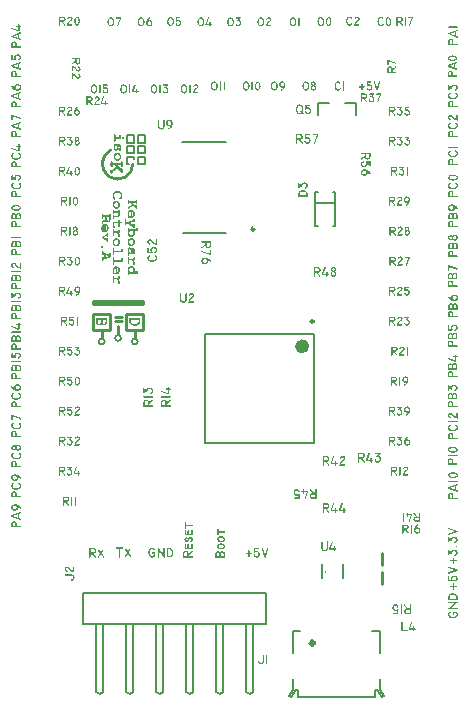
<source format=gto>
G04*
G04 #@! TF.GenerationSoftware,Altium Limited,Altium Designer,18.0.7 (293)*
G04*
G04 Layer_Color=65535*
%FSLAX44Y44*%
%MOMM*%
G71*
G01*
G75*
%ADD10C,0.2000*%
%ADD11C,0.2500*%
%ADD12C,0.4000*%
%ADD13C,0.6000*%
%ADD14C,0.1270*%
%ADD15C,0.1500*%
%ADD16C,0.2540*%
G36*
X101936Y417295D02*
X102020Y417285D01*
X102133Y417276D01*
X102255Y417267D01*
X102386Y417248D01*
X102526Y417220D01*
X102676Y417192D01*
X103004Y417098D01*
X103173Y417051D01*
X103342Y416985D01*
X103511Y416910D01*
X103679Y416826D01*
X103689Y416817D01*
X103717Y416807D01*
X103764Y416779D01*
X103829Y416742D01*
X103904Y416685D01*
X103989Y416629D01*
X104082Y416564D01*
X104195Y416479D01*
X104298Y416395D01*
X104410Y416292D01*
X104532Y416179D01*
X104645Y416067D01*
X104757Y415936D01*
X104870Y415795D01*
X104973Y415654D01*
X105066Y415495D01*
X105076Y415486D01*
X105085Y415458D01*
X105113Y415411D01*
X105141Y415345D01*
X105179Y415270D01*
X105216Y415176D01*
X105263Y415064D01*
X105310Y414952D01*
X105357Y414820D01*
X105404Y414680D01*
X105479Y414370D01*
X105535Y414042D01*
X105544Y413864D01*
X105554Y413686D01*
Y413536D01*
X105544Y413480D01*
X105535Y413330D01*
X105516Y413171D01*
X105498Y412983D01*
X105460Y412796D01*
X105413Y412608D01*
Y412599D01*
X105404Y412590D01*
Y412561D01*
X105385Y412524D01*
X105357Y412430D01*
X105319Y412308D01*
X105263Y412158D01*
X105188Y411999D01*
X105113Y411840D01*
X105020Y411671D01*
X105029Y411662D01*
X105048Y411652D01*
X105076Y411624D01*
X105113Y411596D01*
X105198Y411512D01*
X105273Y411409D01*
Y411399D01*
X105282Y411381D01*
X105301Y411352D01*
X105319Y411315D01*
X105348Y411212D01*
X105357Y411099D01*
Y411053D01*
X105348Y410996D01*
X105329Y410931D01*
X105310Y410856D01*
X105273Y410771D01*
X105216Y410696D01*
X105151Y410621D01*
X105141Y410612D01*
X105113Y410593D01*
X105066Y410565D01*
X104991Y410528D01*
X104898Y410490D01*
X104785Y410462D01*
X104645Y410443D01*
X104476Y410434D01*
X103351D01*
X103342D01*
X103333D01*
X103276D01*
X103192Y410443D01*
X103089Y410453D01*
X102976Y410481D01*
X102864Y410509D01*
X102751Y410556D01*
X102667Y410621D01*
X102658Y410631D01*
X102639Y410659D01*
X102601Y410696D01*
X102573Y410752D01*
X102536Y410818D01*
X102498Y410902D01*
X102480Y410996D01*
X102470Y411099D01*
Y411146D01*
X102480Y411193D01*
X102489Y411249D01*
X102508Y411315D01*
X102526Y411390D01*
X102564Y411455D01*
X102611Y411521D01*
X102620Y411530D01*
X102639Y411549D01*
X102676Y411577D01*
X102742Y411605D01*
X102817Y411652D01*
X102911Y411690D01*
X103033Y411727D01*
X103173Y411755D01*
X103182D01*
X103220Y411765D01*
X103267Y411774D01*
X103323Y411793D01*
X103454Y411858D01*
X103529Y411896D01*
X103586Y411943D01*
X103595Y411952D01*
X103632Y411990D01*
X103689Y412055D01*
X103754Y412130D01*
X103829Y412243D01*
X103904Y412365D01*
X103979Y412515D01*
X104054Y412683D01*
Y412693D01*
X104064Y412702D01*
X104073Y412730D01*
X104082Y412768D01*
X104110Y412852D01*
X104148Y412974D01*
X104176Y413124D01*
X104204Y413283D01*
X104223Y413452D01*
X104232Y413630D01*
Y413733D01*
X104223Y413780D01*
Y413845D01*
X104204Y413996D01*
X104167Y414164D01*
X104120Y414342D01*
X104054Y414539D01*
X103970Y414726D01*
Y414736D01*
X103960Y414745D01*
X103942Y414773D01*
X103923Y414811D01*
X103857Y414905D01*
X103764Y415026D01*
X103651Y415158D01*
X103501Y415308D01*
X103333Y415458D01*
X103126Y415608D01*
X103117D01*
X103098Y415626D01*
X103070Y415645D01*
X103023Y415664D01*
X102967Y415692D01*
X102901Y415729D01*
X102826Y415757D01*
X102733Y415795D01*
X102639Y415832D01*
X102536Y415861D01*
X102292Y415926D01*
X102030Y415964D01*
X101739Y415983D01*
X100877D01*
X100868D01*
X100839D01*
X100783Y415973D01*
X100717D01*
X100633Y415964D01*
X100539Y415945D01*
X100436Y415926D01*
X100324Y415898D01*
X100193Y415861D01*
X100071Y415814D01*
X99940Y415757D01*
X99799Y415692D01*
X99668Y415608D01*
X99537Y415514D01*
X99405Y415411D01*
X99284Y415289D01*
X99274Y415280D01*
X99255Y415261D01*
X99227Y415214D01*
X99180Y415158D01*
X99134Y415092D01*
X99087Y415008D01*
X99021Y414905D01*
X98965Y414792D01*
X98909Y414661D01*
X98852Y414511D01*
X98796Y414361D01*
X98749Y414183D01*
X98702Y414005D01*
X98674Y413799D01*
X98656Y413592D01*
X98646Y413368D01*
Y413246D01*
X98656Y413180D01*
Y413105D01*
X98674Y412936D01*
X98693Y412739D01*
X98730Y412533D01*
X98777Y412318D01*
X98843Y412121D01*
X98852Y412112D01*
X98862Y412065D01*
X98899Y412009D01*
X98946Y411924D01*
X99002Y411830D01*
X99087Y411727D01*
X99180Y411605D01*
X99302Y411484D01*
X99312Y411474D01*
X99340Y411446D01*
X99368Y411409D01*
X99415Y411362D01*
X99508Y411259D01*
X99546Y411212D01*
X99574Y411165D01*
Y411156D01*
X99583Y411146D01*
X99612Y411081D01*
X99630Y410996D01*
X99640Y410893D01*
Y410846D01*
X99630Y410799D01*
X99612Y410734D01*
X99593Y410668D01*
X99555Y410584D01*
X99499Y410509D01*
X99433Y410434D01*
X99424Y410424D01*
X99396Y410406D01*
X99359Y410368D01*
X99302Y410331D01*
X99237Y410293D01*
X99152Y410256D01*
X99068Y410237D01*
X98965Y410228D01*
X98955D01*
X98918D01*
X98862Y410237D01*
X98787Y410265D01*
X98702Y410293D01*
X98609Y410340D01*
X98496Y410406D01*
X98384Y410499D01*
X98374D01*
X98365Y410518D01*
X98309Y410574D01*
X98224Y410659D01*
X98121Y410771D01*
X98009Y410921D01*
X97887Y411099D01*
X97774Y411296D01*
X97671Y411521D01*
Y411530D01*
X97653Y411559D01*
X97643Y411605D01*
X97615Y411662D01*
X97587Y411746D01*
X97559Y411840D01*
X97531Y411943D01*
X97503Y412055D01*
X97465Y412187D01*
X97437Y412327D01*
X97409Y412486D01*
X97381Y412646D01*
X97343Y412993D01*
X97325Y413358D01*
Y413471D01*
X97334Y413555D01*
X97343Y413658D01*
X97353Y413780D01*
X97362Y413911D01*
X97381Y414061D01*
X97409Y414220D01*
X97437Y414389D01*
X97531Y414745D01*
X97578Y414933D01*
X97643Y415111D01*
X97718Y415298D01*
X97803Y415476D01*
X97812Y415486D01*
X97821Y415514D01*
X97840Y415551D01*
X97878Y415608D01*
X97915Y415664D01*
X97971Y415748D01*
X98037Y415832D01*
X98103Y415926D01*
X98187Y416020D01*
X98271Y416123D01*
X98374Y416236D01*
X98487Y416339D01*
X98609Y416451D01*
X98740Y416564D01*
X98881Y416667D01*
X99030Y416770D01*
X99040Y416779D01*
X99068Y416788D01*
X99115Y416817D01*
X99180Y416854D01*
X99255Y416892D01*
X99349Y416939D01*
X99452Y416985D01*
X99574Y417032D01*
X99705Y417088D01*
X99846Y417135D01*
X99996Y417182D01*
X100155Y417220D01*
X100324Y417257D01*
X100493Y417285D01*
X100671Y417295D01*
X100858Y417304D01*
X101758D01*
X101767D01*
X101805D01*
X101861D01*
X101936Y417295D01*
D02*
G37*
G36*
X117506Y409736D02*
X117571Y409717D01*
X117656Y409698D01*
X117731Y409661D01*
X117806Y409614D01*
X117881Y409548D01*
X117890Y409539D01*
X117909Y409511D01*
X117937Y409464D01*
X117974Y409389D01*
X118012Y409295D01*
X118040Y409192D01*
X118059Y409051D01*
X118068Y408901D01*
X118059Y406896D01*
Y406821D01*
X118049Y406746D01*
X118040Y406652D01*
X118012Y406549D01*
X117984Y406446D01*
X117937Y406343D01*
X117871Y406258D01*
X117862Y406249D01*
X117843Y406230D01*
X117796Y406193D01*
X117749Y406155D01*
X117674Y406118D01*
X117599Y406080D01*
X117506Y406062D01*
X117403Y406052D01*
X117393D01*
X117356D01*
X117299Y406062D01*
X117234Y406080D01*
X117149Y406099D01*
X117075Y406137D01*
X116990Y406193D01*
X116915Y406258D01*
X116906Y406268D01*
X116887Y406296D01*
X116859Y406343D01*
X116831Y406418D01*
X116793Y406502D01*
X116765Y406615D01*
X116747Y406746D01*
X116737Y406896D01*
Y407374D01*
X114778D01*
X116793Y405021D01*
X116803D01*
X116812D01*
X116831Y405040D01*
X116850Y405068D01*
X116887Y405115D01*
X116934Y405181D01*
X116943Y405190D01*
X116962Y405209D01*
X117000Y405246D01*
X117046Y405274D01*
X117112Y405312D01*
X117187Y405349D01*
X117281Y405368D01*
X117384Y405377D01*
X117393D01*
X117431D01*
X117487Y405368D01*
X117562Y405349D01*
X117637Y405331D01*
X117712Y405293D01*
X117796Y405246D01*
X117871Y405181D01*
X117881Y405171D01*
X117899Y405152D01*
X117974Y405087D01*
X118003Y405049D01*
X118040Y405031D01*
X118059Y405012D01*
X118068Y405021D01*
X118059Y403109D01*
Y403025D01*
X118049Y402940D01*
X118040Y402837D01*
X118012Y402716D01*
X117984Y402603D01*
X117937Y402500D01*
X117871Y402406D01*
X117862Y402397D01*
X117843Y402378D01*
X117796Y402341D01*
X117749Y402303D01*
X117674Y402266D01*
X117599Y402228D01*
X117506Y402209D01*
X117403Y402200D01*
X117393D01*
X117356D01*
X117299Y402209D01*
X117234Y402228D01*
X117149Y402247D01*
X117075Y402284D01*
X116990Y402341D01*
X116915Y402406D01*
X116906Y402416D01*
X116887Y402444D01*
X116859Y402500D01*
X116831Y402575D01*
X116793Y402669D01*
X116765Y402790D01*
X116747Y402940D01*
X116737Y403109D01*
X114666Y405490D01*
Y405480D01*
X114647Y405462D01*
X114628Y405424D01*
X114591Y405377D01*
X114553Y405321D01*
X114507Y405246D01*
X114375Y405087D01*
X114207Y404890D01*
X114010Y404684D01*
X113897Y404571D01*
X113775Y404459D01*
X113635Y404356D01*
X113494Y404243D01*
X113485Y404234D01*
X113457Y404215D01*
X113419Y404187D01*
X113354Y404140D01*
X113279Y404093D01*
X113185Y404028D01*
X113082Y403962D01*
X112960Y403887D01*
X112829Y403812D01*
X112679Y403728D01*
X112520Y403643D01*
X112351Y403550D01*
X112163Y403465D01*
X111976Y403372D01*
X111770Y403278D01*
X111554Y403194D01*
Y402753D01*
X111545Y402669D01*
X111535Y402566D01*
X111507Y402444D01*
X111479Y402331D01*
X111432Y402228D01*
X111367Y402135D01*
X111357Y402125D01*
X111329Y402106D01*
X111292Y402069D01*
X111235Y402031D01*
X111170Y401994D01*
X111086Y401956D01*
X110992Y401938D01*
X110889Y401928D01*
X110879D01*
X110842D01*
X110786Y401938D01*
X110720Y401956D01*
X110645Y401975D01*
X110561Y402013D01*
X110486Y402069D01*
X110411Y402135D01*
X110401Y402144D01*
X110382Y402172D01*
X110354Y402228D01*
X110326Y402303D01*
X110289Y402397D01*
X110261Y402519D01*
X110242Y402669D01*
X110233Y402837D01*
Y404047D01*
X110242D01*
X110279Y404065D01*
X110326Y404084D01*
X110401Y404121D01*
X110486Y404159D01*
X110589Y404206D01*
X110711Y404253D01*
X110842Y404309D01*
X110982Y404375D01*
X111123Y404450D01*
X111451Y404599D01*
X111788Y404768D01*
X112126Y404946D01*
X112135D01*
X112154Y404965D01*
X112191Y404984D01*
X112248Y405012D01*
X112304Y405049D01*
X112379Y405096D01*
X112529Y405190D01*
X112707Y405312D01*
X112885Y405443D01*
X113044Y405574D01*
X113119Y405649D01*
X113185Y405715D01*
X113204Y405733D01*
X113241Y405780D01*
X113307Y405855D01*
X113382Y405959D01*
X113466Y406080D01*
X113560Y406221D01*
X113644Y406390D01*
X113729Y406568D01*
X113035Y407374D01*
X111554D01*
Y406821D01*
X111545Y406746D01*
X111535Y406652D01*
X111507Y406549D01*
X111479Y406446D01*
X111432Y406343D01*
X111367Y406258D01*
X111357Y406249D01*
X111329Y406230D01*
X111292Y406193D01*
X111235Y406155D01*
X111170Y406118D01*
X111086Y406080D01*
X110992Y406062D01*
X110889Y406052D01*
X110879D01*
X110842D01*
X110786Y406062D01*
X110720Y406080D01*
X110645Y406099D01*
X110561Y406137D01*
X110486Y406193D01*
X110411Y406258D01*
X110401Y406268D01*
X110382Y406296D01*
X110354Y406343D01*
X110326Y406418D01*
X110289Y406502D01*
X110261Y406615D01*
X110242Y406746D01*
X110233Y406896D01*
Y408976D01*
X110242Y409051D01*
X110251Y409145D01*
X110279Y409248D01*
X110308Y409361D01*
X110354Y409464D01*
X110411Y409548D01*
X110420Y409558D01*
X110448Y409576D01*
X110486Y409614D01*
X110542Y409642D01*
X110617Y409679D01*
X110692Y409717D01*
X110795Y409736D01*
X110898Y409745D01*
X110907D01*
X110945D01*
X111001Y409736D01*
X111067Y409717D01*
X111142Y409698D01*
X111217Y409661D01*
X111292Y409614D01*
X111367Y409548D01*
X111376Y409539D01*
X111395Y409511D01*
X111423Y409464D01*
X111460Y409389D01*
X111498Y409295D01*
X111526Y409192D01*
X111545Y409051D01*
X111554Y408901D01*
Y408695D01*
X116747D01*
Y408976D01*
X116756Y409051D01*
X116765Y409145D01*
X116793Y409248D01*
X116821Y409361D01*
X116868Y409464D01*
X116925Y409548D01*
X116934Y409558D01*
X116962Y409576D01*
X117000Y409614D01*
X117056Y409642D01*
X117121Y409679D01*
X117206Y409717D01*
X117299Y409736D01*
X117403Y409745D01*
X117412D01*
X117450D01*
X117506Y409736D01*
D02*
G37*
G36*
X100493Y409215D02*
X100558D01*
X100642Y409206D01*
X100736Y409187D01*
X100849Y409169D01*
X101083Y409122D01*
X101346Y409047D01*
X101627Y408934D01*
X101777Y408869D01*
X101917Y408794D01*
X101927Y408784D01*
X101955Y408775D01*
X101992Y408747D01*
X102048Y408709D01*
X102105Y408662D01*
X102180Y408606D01*
X102264Y408541D01*
X102358Y408466D01*
X102451Y408381D01*
X102555Y408288D01*
X102648Y408185D01*
X102751Y408072D01*
X102948Y407819D01*
X103126Y407528D01*
X103136Y407519D01*
X103145Y407491D01*
X103164Y407444D01*
X103192Y407388D01*
X103229Y407313D01*
X103267Y407219D01*
X103304Y407116D01*
X103351Y407004D01*
X103389Y406882D01*
X103426Y406741D01*
X103501Y406451D01*
X103548Y406132D01*
X103567Y405973D01*
Y405719D01*
X103557Y405654D01*
Y405569D01*
X103548Y405476D01*
X103529Y405363D01*
X103511Y405251D01*
X103482Y405120D01*
X103454Y404988D01*
X103379Y404688D01*
X103267Y404379D01*
X103192Y404229D01*
X103117Y404070D01*
X103108Y404061D01*
X103098Y404032D01*
X103070Y403985D01*
X103033Y403929D01*
X102986Y403864D01*
X102939Y403779D01*
X102873Y403695D01*
X102798Y403592D01*
X102620Y403386D01*
X102414Y403180D01*
X102170Y402983D01*
X102039Y402889D01*
X101898Y402805D01*
X101889Y402795D01*
X101861Y402786D01*
X101824Y402767D01*
X101767Y402739D01*
X101702Y402701D01*
X101617Y402664D01*
X101524Y402626D01*
X101420Y402589D01*
X101186Y402514D01*
X100924Y402439D01*
X100642Y402392D01*
X100493Y402373D01*
X100343D01*
X100333D01*
X100305D01*
X100268D01*
X100211Y402383D01*
X100146D01*
X100061Y402392D01*
X99968Y402411D01*
X99874Y402430D01*
X99640Y402477D01*
X99396Y402551D01*
X99134Y402664D01*
X98993Y402730D01*
X98862Y402805D01*
X98852D01*
X98834Y402823D01*
X98796Y402851D01*
X98740Y402880D01*
X98684Y402926D01*
X98618Y402983D01*
X98534Y403048D01*
X98449Y403123D01*
X98365Y403208D01*
X98271Y403292D01*
X98177Y403395D01*
X98084Y403507D01*
X97990Y403639D01*
X97896Y403770D01*
X97812Y403910D01*
X97728Y404061D01*
Y404070D01*
X97709Y404098D01*
X97690Y404145D01*
X97662Y404201D01*
X97634Y404285D01*
X97596Y404370D01*
X97559Y404473D01*
X97521Y404595D01*
X97475Y404717D01*
X97437Y404848D01*
X97372Y405148D01*
X97325Y405466D01*
X97315Y405635D01*
X97306Y405804D01*
Y405897D01*
X97315Y405954D01*
Y406038D01*
X97325Y406132D01*
X97343Y406244D01*
X97362Y406357D01*
X97381Y406488D01*
X97409Y406629D01*
X97484Y406919D01*
X97587Y407228D01*
X97643Y407378D01*
X97718Y407538D01*
X97728Y407547D01*
X97737Y407575D01*
X97765Y407613D01*
X97793Y407669D01*
X97840Y407744D01*
X97887Y407819D01*
X98018Y408006D01*
X98177Y408203D01*
X98374Y408419D01*
X98599Y408616D01*
X98852Y408794D01*
X98862D01*
X98890Y408812D01*
X98927Y408831D01*
X98974Y408859D01*
X99040Y408897D01*
X99124Y408934D01*
X99208Y408972D01*
X99312Y409009D01*
X99537Y409084D01*
X99790Y409159D01*
X100061Y409206D01*
X100211Y409215D01*
X100352Y409225D01*
X100361D01*
X100389D01*
X100427D01*
X100493Y409215D01*
D02*
G37*
G36*
X102836Y401436D02*
X102901Y401417D01*
X102976Y401399D01*
X103051Y401361D01*
X103126Y401314D01*
X103201Y401249D01*
X103211Y401239D01*
X103229Y401211D01*
X103258Y401155D01*
X103295Y401080D01*
X103333Y400986D01*
X103361Y400864D01*
X103379Y400714D01*
X103389Y400536D01*
Y399215D01*
X102948D01*
X102958Y399196D01*
X102995Y399149D01*
X103051Y399084D01*
X103126Y398981D01*
X103192Y398868D01*
X103276Y398727D01*
X103342Y398587D01*
X103407Y398428D01*
Y398418D01*
X103417Y398409D01*
X103436Y398353D01*
X103454Y398259D01*
X103492Y398146D01*
X103520Y397996D01*
X103539Y397837D01*
X103557Y397659D01*
X103567Y397472D01*
Y397359D01*
X103557Y397275D01*
X103548Y397181D01*
X103529Y397068D01*
X103501Y396937D01*
X103473Y396797D01*
X103436Y396656D01*
X103389Y396497D01*
X103323Y396347D01*
X103258Y396188D01*
X103173Y396038D01*
X103070Y395888D01*
X102958Y395738D01*
X102826Y395606D01*
X102817Y395597D01*
X102798Y395578D01*
X102770Y395560D01*
X102723Y395522D01*
X102667Y395485D01*
X102592Y395438D01*
X102508Y395382D01*
X102423Y395335D01*
X102311Y395288D01*
X102198Y395232D01*
X102077Y395185D01*
X101945Y395147D01*
X101795Y395110D01*
X101645Y395082D01*
X101477Y395072D01*
X101308Y395063D01*
X98843D01*
Y394978D01*
X98834Y394894D01*
X98824Y394791D01*
X98796Y394669D01*
X98768Y394557D01*
X98721Y394454D01*
X98656Y394360D01*
X98646Y394351D01*
X98618Y394332D01*
X98581Y394294D01*
X98524Y394257D01*
X98459Y394219D01*
X98374Y394182D01*
X98281Y394163D01*
X98177Y394154D01*
X98168D01*
X98131D01*
X98074Y394163D01*
X98009Y394182D01*
X97934Y394201D01*
X97850Y394238D01*
X97774Y394294D01*
X97699Y394360D01*
X97690Y394369D01*
X97671Y394397D01*
X97643Y394454D01*
X97615Y394529D01*
X97578Y394622D01*
X97550Y394744D01*
X97531Y394894D01*
X97521Y395063D01*
Y396469D01*
X97531Y396553D01*
X97540Y396665D01*
X97568Y396778D01*
X97596Y396900D01*
X97643Y397003D01*
X97699Y397097D01*
X97709Y397106D01*
X97737Y397125D01*
X97774Y397162D01*
X97831Y397190D01*
X97906Y397228D01*
X97981Y397265D01*
X98084Y397284D01*
X98187Y397294D01*
X98196D01*
X98234D01*
X98290Y397284D01*
X98356Y397265D01*
X98431Y397247D01*
X98506Y397209D01*
X98581Y397162D01*
X98656Y397097D01*
X98665Y397087D01*
X98684Y397059D01*
X98712Y397003D01*
X98749Y396928D01*
X98787Y396834D01*
X98815Y396712D01*
X98834Y396562D01*
X98843Y396384D01*
X101346D01*
X101355D01*
X101364D01*
X101420D01*
X101495Y396394D01*
X101589Y396413D01*
X101692Y396441D01*
X101795Y396487D01*
X101898Y396544D01*
X101983Y396619D01*
X101992Y396637D01*
X102020Y396675D01*
X102067Y396750D01*
X102114Y396853D01*
X102161Y396975D01*
X102208Y397134D01*
X102236Y397322D01*
X102245Y397537D01*
Y397612D01*
X102236Y397696D01*
X102226Y397809D01*
X102198Y397931D01*
X102170Y398071D01*
X102123Y398212D01*
X102067Y398343D01*
X102058Y398362D01*
X102030Y398409D01*
X101983Y398484D01*
X101908Y398577D01*
X101805Y398709D01*
X101673Y398859D01*
X101514Y399027D01*
X101317Y399215D01*
X98843D01*
Y399131D01*
X98834Y399046D01*
X98824Y398952D01*
X98815Y398840D01*
X98787Y398737D01*
X98759Y398652D01*
X98712Y398587D01*
X98702Y398577D01*
X98665Y398540D01*
X98618Y398493D01*
X98552Y398446D01*
X98477Y398390D01*
X98384Y398353D01*
X98281Y398315D01*
X98177Y398306D01*
X98168D01*
X98131D01*
X98074Y398315D01*
X98009Y398334D01*
X97934Y398353D01*
X97850Y398390D01*
X97774Y398446D01*
X97699Y398512D01*
X97690Y398521D01*
X97671Y398549D01*
X97643Y398606D01*
X97615Y398681D01*
X97578Y398774D01*
X97550Y398896D01*
X97531Y399046D01*
X97521Y399215D01*
Y400621D01*
X97531Y400705D01*
X97540Y400818D01*
X97568Y400930D01*
X97596Y401052D01*
X97643Y401155D01*
X97699Y401249D01*
X97709Y401258D01*
X97737Y401277D01*
X97774Y401314D01*
X97831Y401343D01*
X97906Y401380D01*
X97981Y401417D01*
X98084Y401436D01*
X98187Y401446D01*
X98196D01*
X98234D01*
X98290Y401427D01*
X98365Y401408D01*
X98449Y401380D01*
X98534Y401333D01*
X98627Y401268D01*
X98721Y401183D01*
X98730Y401174D01*
X98740Y401155D01*
X98759Y401108D01*
X98787Y401052D01*
X98806Y400967D01*
X98824Y400855D01*
X98834Y400705D01*
X98843Y400536D01*
X102067D01*
Y400621D01*
X102077Y400705D01*
X102086Y400818D01*
X102114Y400930D01*
X102142Y401052D01*
X102189Y401155D01*
X102245Y401249D01*
X102255Y401258D01*
X102283Y401277D01*
X102320Y401314D01*
X102376Y401343D01*
X102451Y401380D01*
X102526Y401417D01*
X102629Y401436D01*
X102733Y401446D01*
X102742D01*
X102780D01*
X102836Y401436D01*
D02*
G37*
G36*
X95176Y397903D02*
X95242Y397884D01*
X95326Y397865D01*
X95401Y397828D01*
X95476Y397781D01*
X95551Y397715D01*
X95561Y397706D01*
X95579Y397678D01*
X95608Y397621D01*
X95645Y397547D01*
X95682Y397453D01*
X95711Y397331D01*
X95729Y397181D01*
X95739Y397003D01*
X95729Y394013D01*
Y393882D01*
X95720Y393779D01*
X95711Y393666D01*
X95692Y393526D01*
X95673Y393376D01*
X95645Y393216D01*
X95608Y393048D01*
X95561Y392870D01*
X95505Y392691D01*
X95429Y392514D01*
X95354Y392335D01*
X95261Y392157D01*
X95148Y391998D01*
X95027Y391848D01*
X95017Y391839D01*
X94998Y391810D01*
X94961Y391773D01*
X94905Y391726D01*
X94839Y391670D01*
X94755Y391604D01*
X94661Y391529D01*
X94558Y391454D01*
X94436Y391389D01*
X94314Y391314D01*
X94173Y391248D01*
X94024Y391192D01*
X93864Y391145D01*
X93695Y391108D01*
X93527Y391079D01*
X93339Y391070D01*
X93330D01*
X93311D01*
X93283D01*
X93236Y391079D01*
X93180D01*
X93114Y391089D01*
X92964Y391117D01*
X92796Y391154D01*
X92608Y391220D01*
X92411Y391314D01*
X92215Y391436D01*
X92205D01*
X92196Y391454D01*
X92168Y391473D01*
X92130Y391501D01*
X92037Y391586D01*
X91915Y391707D01*
X91774Y391857D01*
X91624Y392045D01*
X91465Y392270D01*
X91315Y392523D01*
Y392514D01*
X91296Y392504D01*
X91249Y392448D01*
X91165Y392364D01*
X91062Y392260D01*
X90921Y392120D01*
X90762Y391970D01*
X90575Y391810D01*
X90368Y391632D01*
X90350Y391614D01*
X90303Y391576D01*
X90209Y391511D01*
X90087Y391417D01*
X89928Y391304D01*
X89834Y391239D01*
X89731Y391164D01*
X89619Y391089D01*
X89497Y391004D01*
X89365Y390920D01*
X89225Y390826D01*
Y390742D01*
X89215Y390658D01*
X89206Y390555D01*
X89197Y390452D01*
X89169Y390339D01*
X89141Y390255D01*
X89094Y390180D01*
X89084Y390170D01*
X89047Y390142D01*
X89000Y390095D01*
X88934Y390048D01*
X88859Y390002D01*
X88766Y389955D01*
X88663Y389927D01*
X88559Y389917D01*
X88550D01*
X88512D01*
X88456Y389927D01*
X88391Y389945D01*
X88316Y389964D01*
X88231Y390002D01*
X88156Y390058D01*
X88081Y390123D01*
X88072Y390133D01*
X88053Y390161D01*
X88025Y390217D01*
X87997Y390292D01*
X87959Y390386D01*
X87931Y390508D01*
X87913Y390658D01*
X87903Y390826D01*
Y391501D01*
X87913D01*
X87931Y391520D01*
X87969Y391539D01*
X88016Y391576D01*
X88072Y391614D01*
X88138Y391661D01*
X88213Y391707D01*
X88297Y391773D01*
X88494Y391904D01*
X88719Y392064D01*
X88953Y392242D01*
X89206Y392439D01*
X89468Y392645D01*
X89722Y392860D01*
X89975Y393085D01*
X90209Y393310D01*
X90434Y393535D01*
X90621Y393751D01*
X90706Y393863D01*
X90781Y393966D01*
X90837Y394069D01*
X90893Y394172D01*
Y395475D01*
X89225D01*
Y394913D01*
X89215Y394828D01*
X89206Y394725D01*
X89178Y394604D01*
X89150Y394491D01*
X89103Y394388D01*
X89037Y394294D01*
X89028Y394285D01*
X89000Y394266D01*
X88962Y394229D01*
X88906Y394191D01*
X88841Y394154D01*
X88756Y394116D01*
X88663Y394097D01*
X88559Y394088D01*
X88550D01*
X88512D01*
X88456Y394097D01*
X88391Y394116D01*
X88316Y394135D01*
X88231Y394172D01*
X88156Y394229D01*
X88081Y394294D01*
X88072Y394304D01*
X88053Y394332D01*
X88025Y394388D01*
X87997Y394463D01*
X87959Y394557D01*
X87931Y394678D01*
X87913Y394828D01*
X87903Y394997D01*
Y397087D01*
X87913Y397172D01*
X87922Y397284D01*
X87950Y397397D01*
X87978Y397518D01*
X88025Y397621D01*
X88081Y397715D01*
X88091Y397725D01*
X88119Y397743D01*
X88156Y397781D01*
X88213Y397809D01*
X88288Y397846D01*
X88363Y397884D01*
X88466Y397903D01*
X88569Y397912D01*
X88578D01*
X88616D01*
X88672Y397903D01*
X88737Y397884D01*
X88812Y397865D01*
X88887Y397828D01*
X88962Y397781D01*
X89037Y397715D01*
X89047Y397706D01*
X89066Y397678D01*
X89094Y397621D01*
X89131Y397547D01*
X89169Y397453D01*
X89197Y397331D01*
X89215Y397181D01*
X89225Y397003D01*
Y396797D01*
X94417D01*
Y397087D01*
X94427Y397172D01*
X94436Y397284D01*
X94464Y397397D01*
X94492Y397518D01*
X94539Y397621D01*
X94595Y397715D01*
X94605Y397725D01*
X94633Y397743D01*
X94670Y397781D01*
X94726Y397809D01*
X94792Y397846D01*
X94876Y397884D01*
X94970Y397903D01*
X95073Y397912D01*
X95083D01*
X95120D01*
X95176Y397903D01*
D02*
G37*
G36*
X113251Y401581D02*
X113354Y401572D01*
X113466Y401563D01*
X113607Y401535D01*
X113766Y401507D01*
X113925Y401460D01*
X114103Y401413D01*
X114291Y401338D01*
X114478Y401263D01*
X114666Y401160D01*
X114863Y401047D01*
X115050Y400907D01*
X115228Y400747D01*
X115397Y400569D01*
X115406Y400560D01*
X115434Y400522D01*
X115481Y400466D01*
X115538Y400391D01*
X115603Y400288D01*
X115678Y400176D01*
X115753Y400035D01*
X115837Y399885D01*
X115922Y399716D01*
X115997Y399538D01*
X116072Y399341D01*
X116137Y399126D01*
X116194Y398910D01*
X116240Y398676D01*
X116269Y398442D01*
X116278Y398189D01*
Y398048D01*
X116269Y397982D01*
X116259Y397898D01*
X116250Y397804D01*
X116240Y397701D01*
X116203Y397476D01*
X116156Y397223D01*
X116081Y396961D01*
X115987Y396708D01*
Y396698D01*
X115978Y396680D01*
X115959Y396642D01*
X115941Y396595D01*
X115912Y396539D01*
X115884Y396473D01*
X115809Y396333D01*
X115716Y396164D01*
X115612Y395995D01*
X115500Y395845D01*
X115378Y395705D01*
X115369Y395695D01*
X115359Y395686D01*
X115331Y395658D01*
X115294Y395630D01*
X115247Y395592D01*
X115191Y395546D01*
X115050Y395433D01*
X114872Y395311D01*
X114675Y395189D01*
X114441Y395058D01*
X114188Y394936D01*
X114178D01*
X114169Y394927D01*
X114141Y394917D01*
X114103Y394908D01*
X114057Y394889D01*
X114000Y394871D01*
X113860Y394833D01*
X113700Y394796D01*
X113504Y394758D01*
X113288Y394739D01*
X113054Y394730D01*
X112491D01*
Y400157D01*
X112482D01*
X112473Y400148D01*
X112444Y400138D01*
X112407Y400119D01*
X112313Y400063D01*
X112191Y399988D01*
X112051Y399885D01*
X111910Y399763D01*
X111779Y399604D01*
X111648Y399426D01*
Y399416D01*
X111638Y399398D01*
X111620Y399370D01*
X111601Y399332D01*
X111573Y399276D01*
X111554Y399210D01*
X111526Y399135D01*
X111498Y399051D01*
X111460Y398957D01*
X111432Y398845D01*
X111413Y398732D01*
X111385Y398601D01*
X111367Y398470D01*
X111348Y398320D01*
X111339Y398001D01*
Y397926D01*
X111348Y397870D01*
Y397795D01*
X111357Y397701D01*
X111367Y397598D01*
X111376Y397486D01*
X111395Y397354D01*
X111413Y397205D01*
X111442Y397045D01*
X111470Y396867D01*
X111507Y396680D01*
X111554Y396483D01*
X111601Y396277D01*
X111657Y396052D01*
Y396042D01*
X111667Y396033D01*
Y396005D01*
X111676Y395967D01*
X111695Y395883D01*
X111723Y395770D01*
X111751Y395658D01*
X111770Y395546D01*
X111779Y395433D01*
X111788Y395349D01*
Y395302D01*
X111779Y395255D01*
X111770Y395199D01*
X111742Y395124D01*
X111713Y395049D01*
X111667Y394974D01*
X111601Y394908D01*
X111592Y394899D01*
X111564Y394880D01*
X111526Y394852D01*
X111470Y394814D01*
X111404Y394777D01*
X111320Y394749D01*
X111226Y394730D01*
X111123Y394721D01*
X111114D01*
X111086D01*
X111029Y394730D01*
X110973Y394749D01*
X110907Y394768D01*
X110832Y394805D01*
X110757Y394852D01*
X110682Y394917D01*
X110673Y394927D01*
X110645Y394974D01*
X110626Y395011D01*
X110598Y395049D01*
X110570Y395105D01*
X110542Y395171D01*
X110504Y395255D01*
X110467Y395339D01*
X110429Y395442D01*
X110392Y395564D01*
X110354Y395695D01*
X110317Y395836D01*
X110270Y396005D01*
X110233Y396183D01*
Y396192D01*
X110223Y396230D01*
X110214Y396277D01*
X110195Y396352D01*
X110186Y396445D01*
X110167Y396548D01*
X110148Y396661D01*
X110129Y396792D01*
X110101Y396933D01*
X110083Y397092D01*
X110055Y397411D01*
X110026Y397757D01*
X110017Y398104D01*
Y398170D01*
X110026Y398254D01*
X110036Y398367D01*
X110045Y398498D01*
X110064Y398657D01*
X110092Y398826D01*
X110129Y399013D01*
X110176Y399210D01*
X110233Y399416D01*
X110308Y399632D01*
X110392Y399847D01*
X110495Y400054D01*
X110617Y400260D01*
X110748Y400457D01*
X110907Y400644D01*
X110917Y400654D01*
X110945Y400682D01*
X111001Y400729D01*
X111067Y400794D01*
X111160Y400860D01*
X111264Y400944D01*
X111385Y401029D01*
X111526Y401113D01*
X111676Y401207D01*
X111845Y401291D01*
X112023Y401375D01*
X112220Y401441D01*
X112426Y401507D01*
X112651Y401553D01*
X112876Y401581D01*
X113119Y401591D01*
X113138D01*
X113185D01*
X113251Y401581D01*
D02*
G37*
G36*
X115538Y394046D02*
X115603Y394027D01*
X115678Y394008D01*
X115762Y393971D01*
X115837Y393924D01*
X115912Y393858D01*
X115922Y393849D01*
X115941Y393821D01*
X115969Y393765D01*
X116006Y393690D01*
X116044Y393596D01*
X116072Y393474D01*
X116090Y393324D01*
X116100Y393156D01*
Y391600D01*
X116090Y391515D01*
X116081Y391412D01*
X116053Y391290D01*
X116025Y391178D01*
X115978Y391075D01*
X115912Y390981D01*
X115903Y390972D01*
X115875Y390953D01*
X115837Y390915D01*
X115781Y390878D01*
X115716Y390840D01*
X115631Y390803D01*
X115538Y390784D01*
X115434Y390775D01*
X115425D01*
X115387D01*
X115331Y390784D01*
X115266Y390803D01*
X115191Y390822D01*
X115106Y390859D01*
X115031Y390915D01*
X114956Y390981D01*
X114947Y390990D01*
X114928Y391018D01*
X114900Y391075D01*
X114872Y391150D01*
X114834Y391244D01*
X114806Y391365D01*
X114788Y391515D01*
X114778Y391684D01*
X111713Y390109D01*
X114778Y388554D01*
Y388638D01*
X114788Y388722D01*
X114797Y388825D01*
X114825Y388947D01*
X114853Y389060D01*
X114900Y389163D01*
X114956Y389257D01*
X114966Y389266D01*
X114994Y389285D01*
X115031Y389322D01*
X115088Y389350D01*
X115163Y389388D01*
X115238Y389425D01*
X115341Y389444D01*
X115444Y389453D01*
X115453D01*
X115491D01*
X115547Y389444D01*
X115612Y389425D01*
X115687Y389407D01*
X115762Y389369D01*
X115837Y389322D01*
X115912Y389257D01*
X115922Y389247D01*
X115941Y389219D01*
X115969Y389163D01*
X116006Y389088D01*
X116044Y388994D01*
X116072Y388872D01*
X116090Y388722D01*
X116100Y388554D01*
Y386988D01*
X116090Y386904D01*
X116081Y386801D01*
X116053Y386679D01*
X116025Y386567D01*
X115978Y386464D01*
X115912Y386370D01*
X115903Y386360D01*
X115875Y386342D01*
X115837Y386304D01*
X115781Y386267D01*
X115716Y386229D01*
X115631Y386192D01*
X115538Y386173D01*
X115434Y386163D01*
X115425D01*
X115387D01*
X115331Y386173D01*
X115266Y386192D01*
X115191Y386210D01*
X115106Y386248D01*
X115031Y386304D01*
X114956Y386370D01*
X114947Y386379D01*
X114928Y386407D01*
X114900Y386464D01*
X114872Y386538D01*
X114834Y386632D01*
X114806Y386754D01*
X114788Y386904D01*
X114778Y387073D01*
X108789Y390119D01*
Y389116D01*
X108770Y389106D01*
X108724Y389060D01*
X108658Y388994D01*
X108574Y388919D01*
X108470Y388844D01*
X108358Y388778D01*
X108236Y388732D01*
X108180Y388713D01*
X108124D01*
X108114D01*
X108077D01*
X108021Y388722D01*
X107955Y388741D01*
X107880Y388760D01*
X107805Y388797D01*
X107730Y388853D01*
X107655Y388919D01*
X107646Y388928D01*
X107627Y388957D01*
X107599Y389013D01*
X107561Y389088D01*
X107524Y389182D01*
X107496Y389303D01*
X107477Y389453D01*
X107468Y389622D01*
Y393005D01*
X107477Y393090D01*
X107496Y393193D01*
X107514Y393315D01*
X107543Y393427D01*
X107590Y393530D01*
X107655Y393624D01*
X107664Y393633D01*
X107683Y393652D01*
X107730Y393690D01*
X107777Y393718D01*
X107852Y393755D01*
X107927Y393793D01*
X108021Y393812D01*
X108124Y393821D01*
X108133D01*
X108171D01*
X108227Y393812D01*
X108302Y393793D01*
X108377Y393774D01*
X108452Y393737D01*
X108536Y393690D01*
X108611Y393624D01*
X108621Y393615D01*
X108639Y393587D01*
X108667Y393530D01*
X108705Y393455D01*
X108733Y393362D01*
X108761Y393240D01*
X108780Y393090D01*
X108789Y392921D01*
Y391600D01*
X110251Y390850D01*
X114778Y393156D01*
Y393240D01*
X114788Y393324D01*
X114797Y393427D01*
X114825Y393549D01*
X114853Y393662D01*
X114900Y393765D01*
X114956Y393858D01*
X114966Y393868D01*
X114994Y393887D01*
X115031Y393924D01*
X115088Y393952D01*
X115153Y393990D01*
X115238Y394027D01*
X115331Y394046D01*
X115434Y394055D01*
X115444D01*
X115481D01*
X115538Y394046D01*
D02*
G37*
G36*
X102826Y392935D02*
X102892Y392916D01*
X102967Y392898D01*
X103051Y392860D01*
X103126Y392813D01*
X103201Y392748D01*
X103211Y392738D01*
X103229Y392710D01*
X103258Y392654D01*
X103295Y392588D01*
X103333Y392485D01*
X103361Y392373D01*
X103379Y392232D01*
X103389Y392064D01*
Y391576D01*
X104579D01*
X104588D01*
X104598D01*
X104654D01*
X104738Y391567D01*
X104841Y391558D01*
X104954Y391529D01*
X105066Y391501D01*
X105179Y391454D01*
X105263Y391398D01*
X105273Y391389D01*
X105291Y391361D01*
X105329Y391323D01*
X105366Y391267D01*
X105404Y391201D01*
X105441Y391117D01*
X105460Y391023D01*
X105469Y390920D01*
Y390873D01*
X105460Y390817D01*
X105441Y390751D01*
X105422Y390676D01*
X105385Y390592D01*
X105329Y390517D01*
X105263Y390442D01*
X105254Y390433D01*
X105226Y390414D01*
X105169Y390386D01*
X105104Y390348D01*
X105010Y390311D01*
X104888Y390283D01*
X104748Y390264D01*
X104579Y390255D01*
X103389D01*
Y387743D01*
X103379Y387659D01*
X103370Y387555D01*
X103342Y387443D01*
X103314Y387330D01*
X103267Y387218D01*
X103201Y387134D01*
X103192Y387124D01*
X103164Y387105D01*
X103126Y387068D01*
X103070Y387030D01*
X103004Y386993D01*
X102920Y386955D01*
X102826Y386937D01*
X102723Y386927D01*
X102714D01*
X102676D01*
X102620Y386937D01*
X102555Y386955D01*
X102480Y386974D01*
X102395Y387012D01*
X102320Y387068D01*
X102245Y387134D01*
X102236Y387143D01*
X102217Y387171D01*
X102189Y387227D01*
X102161Y387293D01*
X102123Y387387D01*
X102095Y387509D01*
X102077Y387649D01*
X102067Y387818D01*
Y390255D01*
X99396D01*
X99377D01*
X99330D01*
X99255Y390245D01*
X99171Y390236D01*
X99077Y390217D01*
X98984Y390180D01*
X98899Y390142D01*
X98834Y390086D01*
X98824Y390077D01*
X98806Y390030D01*
X98768Y389964D01*
X98730Y389861D01*
X98693Y389730D01*
X98656Y389561D01*
X98646Y389467D01*
X98637Y389364D01*
X98627Y389242D01*
Y389017D01*
X98637Y388952D01*
Y388858D01*
X98646Y388755D01*
X98665Y388633D01*
X98684Y388502D01*
X98702Y388361D01*
X98730Y388211D01*
X98806Y387902D01*
X98918Y387574D01*
X98984Y387405D01*
X99059Y387246D01*
X99068Y387227D01*
X99087Y387190D01*
X99115Y387134D01*
X99143Y387059D01*
X99199Y386890D01*
X99218Y386806D01*
X99227Y386731D01*
Y386684D01*
X99218Y386637D01*
X99199Y386571D01*
X99180Y386506D01*
X99143Y386431D01*
X99096Y386356D01*
X99030Y386281D01*
X99021Y386271D01*
X98993Y386253D01*
X98955Y386215D01*
X98899Y386178D01*
X98834Y386149D01*
X98749Y386112D01*
X98665Y386093D01*
X98562Y386084D01*
X98552D01*
X98515D01*
X98468Y386093D01*
X98412Y386112D01*
X98337Y386140D01*
X98262Y386178D01*
X98187Y386224D01*
X98112Y386299D01*
X98103Y386318D01*
X98065Y386365D01*
X98037Y386403D01*
X97999Y386449D01*
X97971Y386506D01*
X97934Y386571D01*
X97887Y386646D01*
X97850Y386740D01*
X97803Y386843D01*
X97756Y386955D01*
X97709Y387087D01*
X97653Y387227D01*
X97606Y387377D01*
X97559Y387546D01*
Y387555D01*
X97550Y387584D01*
X97540Y387640D01*
X97521Y387696D01*
X97503Y387780D01*
X97475Y387874D01*
X97456Y387977D01*
X97437Y388090D01*
X97390Y388333D01*
X97343Y388596D01*
X97315Y388858D01*
X97306Y389111D01*
Y389233D01*
X97315Y389317D01*
X97325Y389421D01*
X97334Y389533D01*
X97353Y389664D01*
X97372Y389805D01*
X97437Y390105D01*
X97531Y390414D01*
X97587Y390564D01*
X97662Y390714D01*
X97737Y390845D01*
X97831Y390967D01*
X97840Y390976D01*
X97859Y390995D01*
X97887Y391023D01*
X97924Y391061D01*
X97981Y391108D01*
X98037Y391164D01*
X98112Y391211D01*
X98196Y391267D01*
X98384Y391379D01*
X98609Y391483D01*
X98730Y391520D01*
X98862Y391548D01*
X99002Y391567D01*
X99143Y391576D01*
X102067D01*
Y392139D01*
X102077Y392223D01*
X102086Y392326D01*
X102114Y392439D01*
X102142Y392551D01*
X102189Y392663D01*
X102245Y392748D01*
X102255Y392757D01*
X102283Y392776D01*
X102320Y392813D01*
X102376Y392841D01*
X102442Y392879D01*
X102526Y392916D01*
X102620Y392935D01*
X102723Y392945D01*
X102733D01*
X102770D01*
X102826Y392935D01*
D02*
G37*
G36*
X118059Y386295D02*
X118124Y386276D01*
X118199Y386257D01*
X118274Y386220D01*
X118349Y386173D01*
X118424Y386107D01*
X118434Y386098D01*
X118452Y386070D01*
X118481Y386014D01*
X118518Y385939D01*
X118555Y385845D01*
X118584Y385723D01*
X118602Y385573D01*
X118612Y385395D01*
Y383848D01*
X115641D01*
Y383839D01*
X115659Y383830D01*
X115669Y383802D01*
X115697Y383764D01*
X115753Y383670D01*
X115819Y383549D01*
X115894Y383399D01*
X115978Y383239D01*
X116053Y383061D01*
X116119Y382874D01*
Y382864D01*
X116128Y382855D01*
X116137Y382827D01*
X116147Y382789D01*
X116165Y382686D01*
X116203Y382555D01*
X116231Y382405D01*
X116250Y382236D01*
X116269Y382049D01*
X116278Y381861D01*
Y381796D01*
X116269Y381730D01*
X116259Y381627D01*
X116250Y381515D01*
X116231Y381374D01*
X116194Y381224D01*
X116156Y381055D01*
X116109Y380877D01*
X116044Y380690D01*
X115969Y380493D01*
X115875Y380296D01*
X115762Y380099D01*
X115641Y379903D01*
X115491Y379715D01*
X115322Y379528D01*
X115312Y379518D01*
X115275Y379490D01*
X115228Y379443D01*
X115153Y379378D01*
X115059Y379303D01*
X114947Y379228D01*
X114825Y379134D01*
X114685Y379050D01*
X114516Y378956D01*
X114347Y378872D01*
X114160Y378797D01*
X113954Y378722D01*
X113738Y378656D01*
X113513Y378609D01*
X113279Y378581D01*
X113026Y378572D01*
X113007D01*
X112969D01*
X112904Y378581D01*
X112810D01*
X112698Y378600D01*
X112576Y378619D01*
X112435Y378647D01*
X112276Y378684D01*
X112107Y378731D01*
X111938Y378797D01*
X111760Y378872D01*
X111582Y378956D01*
X111395Y379068D01*
X111217Y379190D01*
X111048Y379331D01*
X110879Y379490D01*
X110870Y379500D01*
X110842Y379528D01*
X110804Y379584D01*
X110748Y379659D01*
X110682Y379743D01*
X110608Y379856D01*
X110533Y379987D01*
X110448Y380128D01*
X110364Y380296D01*
X110289Y380474D01*
X110214Y380671D01*
X110148Y380887D01*
X110101Y381112D01*
X110055Y381355D01*
X110026Y381618D01*
X110017Y381890D01*
Y381983D01*
X110026Y382077D01*
X110036Y382218D01*
X110055Y382368D01*
X110073Y382546D01*
X110111Y382724D01*
X110158Y382911D01*
Y382921D01*
X110167Y382930D01*
X110176Y382958D01*
X110186Y382996D01*
X110214Y383089D01*
X110261Y383211D01*
X110308Y383352D01*
X110382Y383511D01*
X110457Y383680D01*
X110551Y383848D01*
X110233D01*
Y385479D01*
X110242Y385564D01*
X110251Y385676D01*
X110279Y385789D01*
X110308Y385910D01*
X110354Y386014D01*
X110411Y386107D01*
X110420Y386117D01*
X110448Y386135D01*
X110486Y386173D01*
X110542Y386201D01*
X110617Y386239D01*
X110692Y386276D01*
X110795Y386295D01*
X110898Y386304D01*
X110907D01*
X110945D01*
X111001Y386295D01*
X111067Y386276D01*
X111142Y386257D01*
X111217Y386220D01*
X111292Y386173D01*
X111367Y386107D01*
X111376Y386098D01*
X111395Y386070D01*
X111423Y386014D01*
X111460Y385939D01*
X111498Y385845D01*
X111526Y385723D01*
X111545Y385573D01*
X111554Y385395D01*
Y385170D01*
X117290D01*
Y385479D01*
X117299Y385564D01*
X117309Y385676D01*
X117337Y385789D01*
X117365Y385910D01*
X117412Y386014D01*
X117468Y386107D01*
X117478Y386117D01*
X117506Y386135D01*
X117543Y386173D01*
X117599Y386201D01*
X117674Y386239D01*
X117749Y386276D01*
X117852Y386295D01*
X117956Y386304D01*
X117965D01*
X118003D01*
X118059Y386295D01*
D02*
G37*
G36*
X90921Y389702D02*
X91024Y389692D01*
X91137Y389683D01*
X91277Y389655D01*
X91437Y389627D01*
X91596Y389580D01*
X91774Y389533D01*
X91962Y389458D01*
X92149Y389383D01*
X92337Y389280D01*
X92533Y389167D01*
X92721Y389027D01*
X92899Y388867D01*
X93068Y388689D01*
X93077Y388680D01*
X93105Y388643D01*
X93152Y388586D01*
X93208Y388511D01*
X93274Y388408D01*
X93349Y388296D01*
X93424Y388155D01*
X93508Y388005D01*
X93592Y387836D01*
X93667Y387659D01*
X93742Y387462D01*
X93808Y387246D01*
X93864Y387030D01*
X93911Y386796D01*
X93939Y386562D01*
X93949Y386309D01*
Y386168D01*
X93939Y386103D01*
X93930Y386018D01*
X93920Y385924D01*
X93911Y385821D01*
X93874Y385597D01*
X93827Y385343D01*
X93752Y385081D01*
X93658Y384828D01*
Y384819D01*
X93649Y384800D01*
X93630Y384762D01*
X93611Y384715D01*
X93583Y384659D01*
X93555Y384594D01*
X93480Y384453D01*
X93386Y384284D01*
X93283Y384116D01*
X93171Y383966D01*
X93049Y383825D01*
X93040Y383816D01*
X93030Y383806D01*
X93002Y383778D01*
X92964Y383750D01*
X92918Y383713D01*
X92861Y383666D01*
X92721Y383553D01*
X92543Y383431D01*
X92346Y383310D01*
X92112Y383178D01*
X91859Y383056D01*
X91849D01*
X91840Y383047D01*
X91812Y383038D01*
X91774Y383028D01*
X91727Y383010D01*
X91671Y382991D01*
X91531Y382953D01*
X91371Y382916D01*
X91174Y382878D01*
X90959Y382860D01*
X90724Y382850D01*
X90162D01*
Y388277D01*
X90153D01*
X90143Y388268D01*
X90115Y388258D01*
X90078Y388240D01*
X89984Y388183D01*
X89862Y388108D01*
X89722Y388005D01*
X89581Y387883D01*
X89450Y387724D01*
X89319Y387546D01*
Y387537D01*
X89309Y387518D01*
X89290Y387490D01*
X89272Y387452D01*
X89244Y387396D01*
X89225Y387330D01*
X89197Y387255D01*
X89169Y387171D01*
X89131Y387077D01*
X89103Y386965D01*
X89084Y386852D01*
X89056Y386721D01*
X89037Y386590D01*
X89019Y386440D01*
X89009Y386121D01*
Y386046D01*
X89019Y385990D01*
Y385915D01*
X89028Y385821D01*
X89037Y385718D01*
X89047Y385606D01*
X89066Y385475D01*
X89084Y385325D01*
X89112Y385165D01*
X89141Y384987D01*
X89178Y384800D01*
X89225Y384603D01*
X89272Y384397D01*
X89328Y384172D01*
Y384162D01*
X89337Y384153D01*
Y384125D01*
X89347Y384087D01*
X89365Y384003D01*
X89394Y383891D01*
X89422Y383778D01*
X89440Y383666D01*
X89450Y383553D01*
X89459Y383469D01*
Y383422D01*
X89450Y383375D01*
X89440Y383319D01*
X89412Y383244D01*
X89384Y383169D01*
X89337Y383094D01*
X89272Y383028D01*
X89262Y383019D01*
X89234Y383000D01*
X89197Y382972D01*
X89141Y382935D01*
X89075Y382897D01*
X88990Y382869D01*
X88897Y382850D01*
X88794Y382841D01*
X88784D01*
X88756D01*
X88700Y382850D01*
X88644Y382869D01*
X88578Y382888D01*
X88503Y382925D01*
X88428Y382972D01*
X88353Y383038D01*
X88344Y383047D01*
X88316Y383094D01*
X88297Y383131D01*
X88269Y383169D01*
X88241Y383225D01*
X88213Y383291D01*
X88175Y383375D01*
X88138Y383460D01*
X88100Y383563D01*
X88063Y383685D01*
X88025Y383816D01*
X87988Y383956D01*
X87941Y384125D01*
X87903Y384303D01*
Y384312D01*
X87894Y384350D01*
X87885Y384397D01*
X87866Y384472D01*
X87856Y384566D01*
X87838Y384669D01*
X87819Y384781D01*
X87800Y384912D01*
X87772Y385053D01*
X87753Y385212D01*
X87725Y385531D01*
X87697Y385878D01*
X87688Y386224D01*
Y386290D01*
X87697Y386374D01*
X87706Y386487D01*
X87716Y386618D01*
X87735Y386777D01*
X87763Y386946D01*
X87800Y387134D01*
X87847Y387330D01*
X87903Y387537D01*
X87978Y387752D01*
X88063Y387968D01*
X88166Y388174D01*
X88288Y388380D01*
X88419Y388577D01*
X88578Y388764D01*
X88588Y388774D01*
X88616Y388802D01*
X88672Y388849D01*
X88737Y388914D01*
X88831Y388980D01*
X88934Y389064D01*
X89056Y389149D01*
X89197Y389233D01*
X89347Y389327D01*
X89515Y389411D01*
X89693Y389496D01*
X89890Y389561D01*
X90097Y389627D01*
X90321Y389674D01*
X90546Y389702D01*
X90790Y389711D01*
X90809D01*
X90856D01*
X90921Y389702D01*
D02*
G37*
G36*
X93217Y382222D02*
X93283Y382204D01*
X93358Y382185D01*
X93433Y382147D01*
X93508Y382100D01*
X93583Y382035D01*
X93592Y382025D01*
X93611Y381997D01*
X93639Y381941D01*
X93677Y381866D01*
X93714Y381772D01*
X93742Y381651D01*
X93761Y381501D01*
X93771Y381332D01*
Y379589D01*
X93761Y379504D01*
X93752Y379401D01*
X93724Y379279D01*
X93695Y379167D01*
X93649Y379064D01*
X93583Y378970D01*
X93574Y378961D01*
X93546Y378942D01*
X93508Y378904D01*
X93452Y378867D01*
X93386Y378829D01*
X93302Y378792D01*
X93208Y378773D01*
X93105Y378764D01*
X93096D01*
X93058D01*
X93002Y378773D01*
X92927Y378801D01*
X92843Y378829D01*
X92749Y378876D01*
X92655Y378942D01*
X92562Y379036D01*
Y379045D01*
X92543Y379064D01*
X92524Y379111D01*
X92505Y379167D01*
X92486Y379251D01*
X92468Y379364D01*
X92458Y379504D01*
X92449Y379673D01*
X89487Y378230D01*
X92449Y376786D01*
Y376861D01*
X92458Y376946D01*
X92468Y377049D01*
X92477Y377161D01*
X92496Y377264D01*
X92524Y377349D01*
X92562Y377414D01*
X92571Y377424D01*
X92608Y377452D01*
X92655Y377499D01*
X92730Y377545D01*
X92805Y377602D01*
X92899Y377639D01*
X93002Y377677D01*
X93114Y377686D01*
X93124D01*
X93161D01*
X93217Y377677D01*
X93283Y377658D01*
X93358Y377639D01*
X93433Y377602D01*
X93508Y377555D01*
X93583Y377489D01*
X93592Y377480D01*
X93611Y377452D01*
X93639Y377396D01*
X93677Y377321D01*
X93714Y377227D01*
X93742Y377105D01*
X93761Y376955D01*
X93771Y376786D01*
Y375015D01*
X93761Y374930D01*
X93752Y374827D01*
X93724Y374706D01*
X93695Y374593D01*
X93649Y374490D01*
X93583Y374396D01*
X93574Y374387D01*
X93546Y374368D01*
X93508Y374331D01*
X93452Y374293D01*
X93386Y374256D01*
X93302Y374218D01*
X93208Y374199D01*
X93105Y374190D01*
X93096D01*
X93058D01*
X93002Y374199D01*
X92936Y374218D01*
X92861Y374237D01*
X92777Y374274D01*
X92702Y374331D01*
X92627Y374396D01*
X92618Y374406D01*
X92599Y374434D01*
X92571Y374490D01*
X92543Y374565D01*
X92505Y374659D01*
X92477Y374781D01*
X92458Y374930D01*
X92449Y375099D01*
Y375315D01*
X87903Y377536D01*
Y378923D01*
X92449Y381144D01*
Y381416D01*
X92458Y381501D01*
X92468Y381604D01*
X92496Y381726D01*
X92524Y381838D01*
X92571Y381941D01*
X92627Y382035D01*
X92636Y382044D01*
X92665Y382063D01*
X92702Y382100D01*
X92758Y382129D01*
X92833Y382166D01*
X92908Y382204D01*
X93011Y382222D01*
X93114Y382232D01*
X93124D01*
X93161D01*
X93217Y382222D01*
D02*
G37*
G36*
X98290Y385278D02*
X98356Y385259D01*
X98431Y385240D01*
X98506Y385203D01*
X98581Y385156D01*
X98656Y385090D01*
X98665Y385081D01*
X98684Y385053D01*
X98712Y384997D01*
X98749Y384922D01*
X98787Y384828D01*
X98815Y384706D01*
X98834Y384556D01*
X98843Y384378D01*
Y383591D01*
X102067D01*
Y384153D01*
X102077Y384238D01*
X102086Y384350D01*
X102114Y384462D01*
X102142Y384584D01*
X102189Y384687D01*
X102245Y384781D01*
X102255Y384790D01*
X102283Y384809D01*
X102320Y384847D01*
X102376Y384875D01*
X102451Y384912D01*
X102526Y384950D01*
X102629Y384968D01*
X102733Y384978D01*
X102742D01*
X102780D01*
X102836Y384968D01*
X102901Y384950D01*
X102976Y384931D01*
X103051Y384893D01*
X103126Y384847D01*
X103201Y384781D01*
X103211Y384772D01*
X103229Y384744D01*
X103258Y384687D01*
X103295Y384612D01*
X103333Y384519D01*
X103361Y384397D01*
X103379Y384247D01*
X103389Y384069D01*
Y382269D01*
X102564D01*
X102573Y382260D01*
X102592Y382232D01*
X102620Y382194D01*
X102658Y382129D01*
X102714Y382063D01*
X102761Y381979D01*
X102892Y381801D01*
X103023Y381585D01*
X103154Y381369D01*
X103267Y381163D01*
X103323Y381060D01*
X103361Y380966D01*
Y380957D01*
X103370Y380948D01*
X103379Y380920D01*
X103389Y380882D01*
X103426Y380788D01*
X103464Y380667D01*
X103501Y380526D01*
X103539Y380376D01*
X103557Y380217D01*
X103567Y380057D01*
Y379992D01*
X103557Y379945D01*
X103548Y379889D01*
X103539Y379823D01*
X103511Y379654D01*
X103445Y379467D01*
X103361Y379261D01*
X103304Y379148D01*
X103239Y379036D01*
X103164Y378923D01*
X103079Y378811D01*
Y378801D01*
X103070Y378792D01*
X103023Y378745D01*
X102958Y378680D01*
X102883Y378595D01*
X102780Y378520D01*
X102667Y378455D01*
X102545Y378408D01*
X102489Y378389D01*
X102423D01*
X102414D01*
X102376D01*
X102320Y378398D01*
X102255Y378417D01*
X102180Y378436D01*
X102105Y378473D01*
X102020Y378530D01*
X101945Y378595D01*
X101936Y378605D01*
X101917Y378633D01*
X101880Y378670D01*
X101852Y378726D01*
X101814Y378792D01*
X101777Y378876D01*
X101758Y378961D01*
X101749Y379064D01*
Y379101D01*
X101758Y379157D01*
X101777Y379223D01*
X101805Y379298D01*
X101852Y379383D01*
X101908Y379476D01*
X101992Y379579D01*
X102001Y379589D01*
X102030Y379626D01*
X102077Y379673D01*
X102123Y379739D01*
X102161Y379814D01*
X102208Y379898D01*
X102236Y379982D01*
X102245Y380067D01*
Y380076D01*
X102236Y380123D01*
X102226Y380188D01*
X102198Y380273D01*
X102161Y380395D01*
X102095Y380535D01*
X102011Y380704D01*
X101889Y380901D01*
Y380910D01*
X101870Y380929D01*
X101852Y380957D01*
X101824Y380994D01*
X101786Y381051D01*
X101739Y381116D01*
X101692Y381191D01*
X101627Y381276D01*
X101561Y381369D01*
X101477Y381473D01*
X101299Y381707D01*
X101083Y381969D01*
X100839Y382269D01*
X98843D01*
Y380301D01*
X98834Y380217D01*
X98824Y380113D01*
X98796Y379992D01*
X98768Y379879D01*
X98721Y379776D01*
X98656Y379682D01*
X98646Y379673D01*
X98618Y379654D01*
X98581Y379617D01*
X98524Y379579D01*
X98459Y379542D01*
X98374Y379504D01*
X98281Y379486D01*
X98177Y379476D01*
X98168D01*
X98131D01*
X98074Y379486D01*
X98009Y379504D01*
X97934Y379523D01*
X97850Y379561D01*
X97774Y379617D01*
X97699Y379682D01*
X97690Y379692D01*
X97671Y379720D01*
X97643Y379776D01*
X97615Y379851D01*
X97578Y379945D01*
X97550Y380067D01*
X97531Y380217D01*
X97521Y380385D01*
Y384462D01*
X97531Y384547D01*
X97540Y384659D01*
X97568Y384772D01*
X97596Y384893D01*
X97643Y384997D01*
X97699Y385090D01*
X97709Y385100D01*
X97737Y385118D01*
X97774Y385156D01*
X97831Y385184D01*
X97906Y385222D01*
X97981Y385259D01*
X98084Y385278D01*
X98187Y385287D01*
X98196D01*
X98234D01*
X98290Y385278D01*
D02*
G37*
G36*
X113204Y377644D02*
X113269D01*
X113354Y377635D01*
X113447Y377616D01*
X113560Y377597D01*
X113794Y377550D01*
X114057Y377475D01*
X114338Y377363D01*
X114488Y377297D01*
X114628Y377222D01*
X114638Y377213D01*
X114666Y377203D01*
X114703Y377175D01*
X114760Y377138D01*
X114816Y377091D01*
X114891Y377035D01*
X114975Y376969D01*
X115069Y376894D01*
X115163Y376810D01*
X115266Y376716D01*
X115359Y376613D01*
X115463Y376500D01*
X115659Y376247D01*
X115837Y375957D01*
X115847Y375947D01*
X115856Y375919D01*
X115875Y375872D01*
X115903Y375816D01*
X115941Y375741D01*
X115978Y375648D01*
X116016Y375544D01*
X116062Y375432D01*
X116100Y375310D01*
X116137Y375169D01*
X116212Y374879D01*
X116259Y374560D01*
X116278Y374401D01*
Y374148D01*
X116269Y374082D01*
Y373998D01*
X116259Y373904D01*
X116240Y373792D01*
X116222Y373679D01*
X116194Y373548D01*
X116165Y373417D01*
X116090Y373117D01*
X115978Y372808D01*
X115903Y372658D01*
X115828Y372498D01*
X115819Y372489D01*
X115809Y372461D01*
X115781Y372414D01*
X115744Y372358D01*
X115697Y372292D01*
X115650Y372208D01*
X115584Y372123D01*
X115509Y372020D01*
X115331Y371814D01*
X115125Y371608D01*
X114881Y371411D01*
X114750Y371317D01*
X114610Y371233D01*
X114600Y371224D01*
X114572Y371214D01*
X114535Y371195D01*
X114478Y371167D01*
X114413Y371130D01*
X114328Y371092D01*
X114235Y371055D01*
X114132Y371017D01*
X113897Y370942D01*
X113635Y370868D01*
X113354Y370821D01*
X113204Y370802D01*
X113054D01*
X113044D01*
X113016D01*
X112979D01*
X112922Y370811D01*
X112857D01*
X112773Y370821D01*
X112679Y370839D01*
X112585Y370858D01*
X112351Y370905D01*
X112107Y370980D01*
X111845Y371092D01*
X111704Y371158D01*
X111573Y371233D01*
X111564D01*
X111545Y371252D01*
X111507Y371280D01*
X111451Y371308D01*
X111395Y371355D01*
X111329Y371411D01*
X111245Y371477D01*
X111160Y371552D01*
X111076Y371636D01*
X110982Y371720D01*
X110889Y371824D01*
X110795Y371936D01*
X110701Y372067D01*
X110608Y372198D01*
X110523Y372339D01*
X110439Y372489D01*
Y372498D01*
X110420Y372526D01*
X110401Y372573D01*
X110373Y372630D01*
X110345Y372714D01*
X110308Y372798D01*
X110270Y372901D01*
X110233Y373023D01*
X110186Y373145D01*
X110148Y373276D01*
X110083Y373576D01*
X110036Y373895D01*
X110026Y374063D01*
X110017Y374232D01*
Y374326D01*
X110026Y374382D01*
Y374467D01*
X110036Y374560D01*
X110055Y374673D01*
X110073Y374785D01*
X110092Y374916D01*
X110120Y375057D01*
X110195Y375348D01*
X110298Y375657D01*
X110354Y375807D01*
X110429Y375966D01*
X110439Y375975D01*
X110448Y376004D01*
X110476Y376041D01*
X110504Y376097D01*
X110551Y376172D01*
X110598Y376247D01*
X110729Y376435D01*
X110889Y376632D01*
X111086Y376847D01*
X111310Y377044D01*
X111564Y377222D01*
X111573D01*
X111601Y377241D01*
X111638Y377260D01*
X111685Y377288D01*
X111751Y377325D01*
X111835Y377363D01*
X111920Y377400D01*
X112023Y377438D01*
X112248Y377513D01*
X112501Y377588D01*
X112773Y377635D01*
X112922Y377644D01*
X113063Y377653D01*
X113073D01*
X113101D01*
X113138D01*
X113204Y377644D01*
D02*
G37*
G36*
X100493Y377461D02*
X100558D01*
X100642Y377452D01*
X100736Y377433D01*
X100849Y377414D01*
X101083Y377367D01*
X101346Y377292D01*
X101627Y377180D01*
X101777Y377114D01*
X101917Y377039D01*
X101927Y377030D01*
X101955Y377021D01*
X101992Y376992D01*
X102048Y376955D01*
X102105Y376908D01*
X102180Y376852D01*
X102264Y376786D01*
X102358Y376711D01*
X102451Y376627D01*
X102555Y376533D01*
X102648Y376430D01*
X102751Y376318D01*
X102948Y376065D01*
X103126Y375774D01*
X103136Y375765D01*
X103145Y375737D01*
X103164Y375690D01*
X103192Y375633D01*
X103229Y375558D01*
X103267Y375465D01*
X103304Y375362D01*
X103351Y375249D01*
X103389Y375127D01*
X103426Y374987D01*
X103501Y374696D01*
X103548Y374378D01*
X103567Y374218D01*
Y373965D01*
X103557Y373899D01*
Y373815D01*
X103548Y373721D01*
X103529Y373609D01*
X103511Y373497D01*
X103482Y373365D01*
X103454Y373234D01*
X103379Y372934D01*
X103267Y372625D01*
X103192Y372475D01*
X103117Y372315D01*
X103108Y372306D01*
X103098Y372278D01*
X103070Y372231D01*
X103033Y372175D01*
X102986Y372109D01*
X102939Y372025D01*
X102873Y371941D01*
X102798Y371838D01*
X102620Y371631D01*
X102414Y371425D01*
X102170Y371228D01*
X102039Y371135D01*
X101898Y371050D01*
X101889Y371041D01*
X101861Y371031D01*
X101824Y371013D01*
X101767Y370985D01*
X101702Y370947D01*
X101617Y370910D01*
X101524Y370872D01*
X101420Y370835D01*
X101186Y370760D01*
X100924Y370685D01*
X100642Y370638D01*
X100493Y370619D01*
X100343D01*
X100333D01*
X100305D01*
X100268D01*
X100211Y370628D01*
X100146D01*
X100061Y370638D01*
X99968Y370657D01*
X99874Y370675D01*
X99640Y370722D01*
X99396Y370797D01*
X99134Y370910D01*
X98993Y370975D01*
X98862Y371050D01*
X98852D01*
X98834Y371069D01*
X98796Y371097D01*
X98740Y371125D01*
X98684Y371172D01*
X98618Y371228D01*
X98534Y371294D01*
X98449Y371369D01*
X98365Y371453D01*
X98271Y371538D01*
X98177Y371641D01*
X98084Y371753D01*
X97990Y371884D01*
X97896Y372016D01*
X97812Y372156D01*
X97728Y372306D01*
Y372315D01*
X97709Y372344D01*
X97690Y372391D01*
X97662Y372447D01*
X97634Y372531D01*
X97596Y372615D01*
X97559Y372719D01*
X97521Y372840D01*
X97475Y372962D01*
X97437Y373093D01*
X97372Y373393D01*
X97325Y373712D01*
X97315Y373881D01*
X97306Y374049D01*
Y374143D01*
X97315Y374199D01*
Y374284D01*
X97325Y374378D01*
X97343Y374490D01*
X97362Y374602D01*
X97381Y374734D01*
X97409Y374874D01*
X97484Y375165D01*
X97587Y375474D01*
X97643Y375624D01*
X97718Y375783D01*
X97728Y375793D01*
X97737Y375821D01*
X97765Y375858D01*
X97793Y375915D01*
X97840Y375990D01*
X97887Y376065D01*
X98018Y376252D01*
X98177Y376449D01*
X98374Y376664D01*
X98599Y376861D01*
X98852Y377039D01*
X98862D01*
X98890Y377058D01*
X98927Y377077D01*
X98974Y377105D01*
X99040Y377142D01*
X99124Y377180D01*
X99208Y377217D01*
X99312Y377255D01*
X99537Y377330D01*
X99790Y377405D01*
X100061Y377452D01*
X100211Y377461D01*
X100352Y377470D01*
X100361D01*
X100389D01*
X100427D01*
X100493Y377461D01*
D02*
G37*
G36*
X88700Y371256D02*
X88784Y371238D01*
X88887Y371209D01*
X88990Y371163D01*
X89094Y371097D01*
X89197Y371013D01*
X89206Y371003D01*
X89234Y370966D01*
X89281Y370900D01*
X89328Y370825D01*
X89365Y370722D01*
X89412Y370591D01*
X89440Y370450D01*
X89450Y370282D01*
Y370207D01*
X89440Y370122D01*
X89422Y370019D01*
X89384Y369907D01*
X89347Y369785D01*
X89281Y369663D01*
X89197Y369560D01*
X89187Y369551D01*
X89150Y369513D01*
X89094Y369476D01*
X89028Y369419D01*
X88934Y369372D01*
X88822Y369326D01*
X88700Y369297D01*
X88569Y369288D01*
X88550D01*
X88503D01*
X88438Y369297D01*
X88344Y369326D01*
X88241Y369354D01*
X88138Y369401D01*
X88034Y369466D01*
X87931Y369560D01*
X87922Y369569D01*
X87894Y369607D01*
X87856Y369663D01*
X87810Y369747D01*
X87763Y369851D01*
X87725Y369972D01*
X87697Y370122D01*
X87688Y370282D01*
Y370357D01*
X87697Y370441D01*
X87716Y370544D01*
X87744Y370666D01*
X87791Y370788D01*
X87847Y370910D01*
X87931Y371013D01*
X87941Y371022D01*
X87978Y371050D01*
X88034Y371097D01*
X88110Y371144D01*
X88194Y371191D01*
X88306Y371238D01*
X88428Y371266D01*
X88569Y371275D01*
X88588D01*
X88634D01*
X88700Y371256D01*
D02*
G37*
G36*
X98290Y369279D02*
X98356Y369260D01*
X98431Y369241D01*
X98506Y369204D01*
X98581Y369157D01*
X98656Y369091D01*
X98665Y369082D01*
X98684Y369054D01*
X98712Y368998D01*
X98749Y368923D01*
X98787Y368829D01*
X98815Y368707D01*
X98834Y368557D01*
X98843Y368379D01*
Y366786D01*
X104579D01*
Y367938D01*
X104588Y368023D01*
X104598Y368135D01*
X104626Y368248D01*
X104654Y368370D01*
X104701Y368473D01*
X104757Y368567D01*
X104767Y368576D01*
X104795Y368595D01*
X104832Y368632D01*
X104888Y368660D01*
X104963Y368698D01*
X105038Y368735D01*
X105141Y368754D01*
X105245Y368763D01*
X105254D01*
X105291D01*
X105348Y368754D01*
X105413Y368735D01*
X105488Y368716D01*
X105563Y368679D01*
X105638Y368632D01*
X105713Y368567D01*
X105723Y368557D01*
X105741Y368529D01*
X105769Y368473D01*
X105807Y368398D01*
X105844Y368304D01*
X105872Y368182D01*
X105891Y368032D01*
X105901Y367854D01*
Y365464D01*
X98843D01*
Y363786D01*
X98834Y363702D01*
X98824Y363599D01*
X98796Y363477D01*
X98768Y363365D01*
X98721Y363262D01*
X98656Y363168D01*
X98646Y363158D01*
X98618Y363140D01*
X98581Y363102D01*
X98524Y363065D01*
X98459Y363027D01*
X98374Y362990D01*
X98281Y362971D01*
X98177Y362962D01*
X98168D01*
X98131D01*
X98074Y362971D01*
X98009Y362990D01*
X97934Y363008D01*
X97850Y363046D01*
X97774Y363102D01*
X97699Y363168D01*
X97690Y363177D01*
X97671Y363205D01*
X97643Y363262D01*
X97615Y363337D01*
X97578Y363430D01*
X97550Y363552D01*
X97531Y363702D01*
X97521Y363871D01*
Y368463D01*
X97531Y368548D01*
X97540Y368660D01*
X97568Y368773D01*
X97596Y368895D01*
X97643Y368998D01*
X97699Y369091D01*
X97709Y369101D01*
X97737Y369119D01*
X97774Y369157D01*
X97831Y369185D01*
X97906Y369223D01*
X97981Y369260D01*
X98084Y369279D01*
X98187Y369288D01*
X98196D01*
X98234D01*
X98290Y369279D01*
D02*
G37*
G36*
X111910Y369687D02*
X111966D01*
X112042Y369668D01*
X112126Y369649D01*
X112229Y369621D01*
X112332Y369593D01*
X112444Y369546D01*
X112566Y369490D01*
X112698Y369424D01*
X112829Y369340D01*
X112969Y369246D01*
X113101Y369133D01*
X113241Y369002D01*
X113372Y368852D01*
X113382Y368843D01*
X113400Y368815D01*
X113438Y368768D01*
X113485Y368693D01*
X113541Y368609D01*
X113597Y368506D01*
X113663Y368384D01*
X113729Y368234D01*
X113794Y368084D01*
X113860Y367906D01*
X113916Y367709D01*
X113972Y367503D01*
X114019Y367278D01*
X114057Y367034D01*
X114075Y366772D01*
X114085Y366500D01*
Y366340D01*
X114075Y366265D01*
Y366190D01*
X114066Y366097D01*
X114057Y365891D01*
X114029Y365656D01*
X114000Y365394D01*
X113954Y365103D01*
X114272D01*
X114282D01*
X114319D01*
X114375Y365113D01*
X114450Y365131D01*
X114525Y365169D01*
X114600Y365216D01*
X114685Y365281D01*
X114760Y365366D01*
X114769Y365375D01*
X114788Y365413D01*
X114825Y365488D01*
X114863Y365581D01*
X114891Y365713D01*
X114909Y365797D01*
X114928Y365881D01*
X114938Y365984D01*
X114947Y366087D01*
X114956Y366209D01*
Y366444D01*
X114947Y366509D01*
Y366575D01*
X114938Y366659D01*
X114928Y366753D01*
X114919Y366856D01*
X114900Y366968D01*
X114881Y367100D01*
X114853Y367231D01*
X114834Y367381D01*
X114797Y367531D01*
X114722Y367868D01*
Y367887D01*
X114713Y367924D01*
X114694Y367990D01*
X114685Y368065D01*
X114647Y368243D01*
X114638Y368327D01*
Y368459D01*
X114647Y368506D01*
X114666Y368562D01*
X114685Y368637D01*
X114713Y368712D01*
X114760Y368787D01*
X114825Y368862D01*
X114834Y368871D01*
X114863Y368890D01*
X114900Y368918D01*
X114956Y368946D01*
X115031Y368984D01*
X115106Y369012D01*
X115209Y369030D01*
X115312Y369040D01*
X115322D01*
X115341D01*
X115369D01*
X115416Y369030D01*
X115509Y369012D01*
X115603Y368984D01*
X115612D01*
X115622Y368974D01*
X115678Y368937D01*
X115734Y368881D01*
X115800Y368806D01*
Y368796D01*
X115809Y368777D01*
X115828Y368749D01*
X115847Y368702D01*
X115875Y368637D01*
X115903Y368552D01*
X115941Y368440D01*
X115978Y368318D01*
Y368309D01*
X115987Y368299D01*
Y368271D01*
X115997Y368234D01*
X116025Y368131D01*
X116053Y368009D01*
X116090Y367859D01*
X116128Y367681D01*
X116156Y367503D01*
X116194Y367315D01*
Y367296D01*
X116203Y367268D01*
Y367231D01*
X116222Y367128D01*
X116240Y367006D01*
X116250Y366865D01*
X116269Y366706D01*
X116278Y366547D01*
Y366265D01*
X116269Y366181D01*
X116259Y366078D01*
X116250Y365956D01*
X116231Y365825D01*
X116212Y365684D01*
X116147Y365375D01*
X116109Y365216D01*
X116053Y365056D01*
X115987Y364897D01*
X115922Y364747D01*
X115837Y364597D01*
X115744Y364466D01*
X115734Y364457D01*
X115716Y364438D01*
X115687Y364400D01*
X115650Y364363D01*
X115594Y364307D01*
X115528Y364250D01*
X115453Y364185D01*
X115359Y364119D01*
X115266Y364063D01*
X115153Y363997D01*
X115031Y363941D01*
X114900Y363885D01*
X114760Y363847D01*
X114610Y363810D01*
X114450Y363791D01*
X114282Y363782D01*
X111554D01*
Y363473D01*
X111545Y363388D01*
X111535Y363285D01*
X111507Y363163D01*
X111479Y363051D01*
X111432Y362948D01*
X111367Y362854D01*
X111357Y362845D01*
X111329Y362826D01*
X111292Y362788D01*
X111235Y362751D01*
X111170Y362713D01*
X111086Y362676D01*
X110992Y362657D01*
X110889Y362648D01*
X110879D01*
X110842D01*
X110786Y362657D01*
X110720Y362676D01*
X110645Y362695D01*
X110561Y362732D01*
X110486Y362788D01*
X110411Y362854D01*
X110401Y362863D01*
X110382Y362891D01*
X110354Y362948D01*
X110326Y363023D01*
X110289Y363116D01*
X110261Y363238D01*
X110242Y363388D01*
X110233Y363557D01*
Y365103D01*
X110542D01*
Y365113D01*
X110533Y365122D01*
X110514Y365150D01*
X110495Y365188D01*
X110476Y365234D01*
X110448Y365291D01*
X110392Y365431D01*
X110326Y365600D01*
X110270Y365788D01*
X110204Y365994D01*
X110148Y366209D01*
Y366219D01*
X110139Y366237D01*
Y366265D01*
X110129Y366312D01*
X110120Y366359D01*
X110111Y366425D01*
X110083Y366565D01*
X110055Y366734D01*
X110036Y366922D01*
X110026Y367109D01*
X110017Y367296D01*
Y367400D01*
X110026Y367475D01*
X110036Y367568D01*
X110045Y367671D01*
X110064Y367784D01*
X110092Y367915D01*
X110158Y368187D01*
X110204Y368337D01*
X110251Y368477D01*
X110317Y368627D01*
X110392Y368768D01*
X110476Y368899D01*
X110579Y369030D01*
X110589Y369040D01*
X110608Y369058D01*
X110636Y369096D01*
X110682Y369133D01*
X110729Y369180D01*
X110795Y369237D01*
X110945Y369358D01*
X111132Y369490D01*
X111339Y369593D01*
X111460Y369630D01*
X111573Y369668D01*
X111704Y369687D01*
X111826Y369696D01*
X111835D01*
X111863D01*
X111910Y369687D01*
D02*
G37*
G36*
X88672Y366608D02*
X88737Y366589D01*
X88812Y366570D01*
X88887Y366533D01*
X88962Y366476D01*
X89037Y366411D01*
X89047Y366401D01*
X89066Y366373D01*
X89094Y366326D01*
X89131Y366251D01*
X89169Y366158D01*
X89197Y366036D01*
X89215Y365886D01*
X89225Y365717D01*
X94417Y363627D01*
Y364574D01*
X94427Y364658D01*
X94436Y364761D01*
X94464Y364883D01*
X94492Y364995D01*
X94539Y365099D01*
X94595Y365192D01*
X94605Y365202D01*
X94633Y365220D01*
X94670Y365258D01*
X94726Y365286D01*
X94792Y365324D01*
X94876Y365361D01*
X94970Y365380D01*
X95073Y365389D01*
X95083D01*
X95120D01*
X95176Y365380D01*
X95242Y365361D01*
X95326Y365342D01*
X95401Y365305D01*
X95476Y365258D01*
X95551Y365192D01*
X95561Y365183D01*
X95579Y365155D01*
X95608Y365099D01*
X95645Y365024D01*
X95682Y364930D01*
X95711Y364808D01*
X95729Y364658D01*
X95739Y364489D01*
X95729Y361650D01*
X89225Y358997D01*
Y358913D01*
X89215Y358828D01*
X89206Y358735D01*
X89197Y358622D01*
X89178Y358519D01*
X89141Y358425D01*
X89103Y358360D01*
X89094Y358350D01*
X89056Y358313D01*
X89009Y358275D01*
X88944Y358219D01*
X88859Y358172D01*
X88766Y358125D01*
X88663Y358097D01*
X88559Y358088D01*
X88550D01*
X88512D01*
X88456Y358097D01*
X88391Y358116D01*
X88316Y358135D01*
X88231Y358172D01*
X88156Y358228D01*
X88081Y358294D01*
X88072Y358303D01*
X88053Y358332D01*
X88025Y358388D01*
X87997Y358463D01*
X87959Y358557D01*
X87931Y358678D01*
X87913Y358828D01*
X87903Y358997D01*
Y360825D01*
X87913Y360909D01*
X87922Y361012D01*
X87950Y361134D01*
X87978Y361246D01*
X88025Y361350D01*
X88081Y361443D01*
X88091Y361453D01*
X88119Y361471D01*
X88156Y361509D01*
X88213Y361537D01*
X88288Y361575D01*
X88363Y361612D01*
X88466Y361631D01*
X88569Y361640D01*
X88578D01*
X88616D01*
X88672Y361631D01*
X88737Y361612D01*
X88812Y361593D01*
X88887Y361556D01*
X88962Y361509D01*
X89037Y361443D01*
X89047Y361434D01*
X89066Y361406D01*
X89094Y361350D01*
X89131Y361275D01*
X89169Y361181D01*
X89197Y361059D01*
X89215Y360909D01*
X89225Y360740D01*
Y360422D01*
X90040Y360759D01*
Y363965D01*
X89225Y364293D01*
Y363890D01*
X89215Y363805D01*
X89206Y363702D01*
X89178Y363580D01*
X89150Y363468D01*
X89103Y363365D01*
X89037Y363271D01*
X89028Y363262D01*
X89000Y363243D01*
X88962Y363205D01*
X88906Y363168D01*
X88841Y363130D01*
X88756Y363093D01*
X88663Y363074D01*
X88559Y363065D01*
X88550D01*
X88512D01*
X88456Y363074D01*
X88391Y363093D01*
X88316Y363112D01*
X88231Y363149D01*
X88156Y363205D01*
X88081Y363271D01*
X88072Y363280D01*
X88053Y363308D01*
X88025Y363365D01*
X87997Y363440D01*
X87959Y363533D01*
X87931Y363655D01*
X87913Y363805D01*
X87903Y363974D01*
Y365802D01*
X87913Y365886D01*
X87922Y365989D01*
X87950Y366101D01*
X87978Y366223D01*
X88025Y366326D01*
X88081Y366411D01*
X88091Y366420D01*
X88119Y366439D01*
X88156Y366476D01*
X88213Y366514D01*
X88288Y366551D01*
X88363Y366589D01*
X88466Y366608D01*
X88569Y366617D01*
X88578D01*
X88616D01*
X88672Y366608D01*
D02*
G37*
G36*
X98290Y361340D02*
X98356Y361321D01*
X98431Y361303D01*
X98506Y361265D01*
X98581Y361218D01*
X98656Y361153D01*
X98665Y361143D01*
X98684Y361115D01*
X98712Y361059D01*
X98749Y360984D01*
X98787Y360890D01*
X98815Y360769D01*
X98834Y360619D01*
X98843Y360440D01*
Y358847D01*
X104579D01*
Y360000D01*
X104588Y360084D01*
X104598Y360197D01*
X104626Y360309D01*
X104654Y360431D01*
X104701Y360534D01*
X104757Y360628D01*
X104767Y360637D01*
X104795Y360656D01*
X104832Y360694D01*
X104888Y360722D01*
X104963Y360759D01*
X105038Y360797D01*
X105141Y360815D01*
X105245Y360825D01*
X105254D01*
X105291D01*
X105348Y360815D01*
X105413Y360797D01*
X105488Y360778D01*
X105563Y360740D01*
X105638Y360694D01*
X105713Y360628D01*
X105723Y360619D01*
X105741Y360590D01*
X105769Y360534D01*
X105807Y360459D01*
X105844Y360365D01*
X105872Y360244D01*
X105891Y360094D01*
X105901Y359916D01*
Y357525D01*
X98843D01*
Y355848D01*
X98834Y355764D01*
X98824Y355660D01*
X98796Y355539D01*
X98768Y355426D01*
X98721Y355323D01*
X98656Y355229D01*
X98646Y355220D01*
X98618Y355201D01*
X98581Y355164D01*
X98524Y355126D01*
X98459Y355089D01*
X98374Y355051D01*
X98281Y355032D01*
X98177Y355023D01*
X98168D01*
X98131D01*
X98074Y355032D01*
X98009Y355051D01*
X97934Y355070D01*
X97850Y355107D01*
X97774Y355164D01*
X97699Y355229D01*
X97690Y355239D01*
X97671Y355267D01*
X97643Y355323D01*
X97615Y355398D01*
X97578Y355492D01*
X97550Y355614D01*
X97531Y355764D01*
X97521Y355932D01*
Y360525D01*
X97531Y360609D01*
X97540Y360722D01*
X97568Y360834D01*
X97596Y360956D01*
X97643Y361059D01*
X97699Y361153D01*
X97709Y361162D01*
X97737Y361181D01*
X97774Y361218D01*
X97831Y361246D01*
X97906Y361284D01*
X97981Y361321D01*
X98084Y361340D01*
X98187Y361350D01*
X98196D01*
X98234D01*
X98290Y361340D01*
D02*
G37*
G36*
X111001Y361645D02*
X111067Y361626D01*
X111142Y361607D01*
X111217Y361570D01*
X111292Y361523D01*
X111367Y361457D01*
X111376Y361448D01*
X111395Y361420D01*
X111423Y361364D01*
X111460Y361289D01*
X111498Y361195D01*
X111526Y361073D01*
X111545Y360923D01*
X111554Y360745D01*
Y359958D01*
X114778D01*
Y360520D01*
X114788Y360605D01*
X114797Y360717D01*
X114825Y360829D01*
X114853Y360951D01*
X114900Y361054D01*
X114956Y361148D01*
X114966Y361157D01*
X114994Y361176D01*
X115031Y361214D01*
X115088Y361242D01*
X115163Y361279D01*
X115238Y361317D01*
X115341Y361335D01*
X115444Y361345D01*
X115453D01*
X115491D01*
X115547Y361335D01*
X115612Y361317D01*
X115687Y361298D01*
X115762Y361260D01*
X115837Y361214D01*
X115912Y361148D01*
X115922Y361139D01*
X115941Y361111D01*
X115969Y361054D01*
X116006Y360979D01*
X116044Y360886D01*
X116072Y360764D01*
X116090Y360614D01*
X116100Y360436D01*
Y358636D01*
X115275D01*
X115284Y358627D01*
X115303Y358599D01*
X115331Y358561D01*
X115369Y358496D01*
X115425Y358430D01*
X115472Y358346D01*
X115603Y358168D01*
X115734Y357952D01*
X115865Y357736D01*
X115978Y357530D01*
X116034Y357427D01*
X116072Y357333D01*
Y357324D01*
X116081Y357315D01*
X116090Y357287D01*
X116100Y357249D01*
X116137Y357155D01*
X116175Y357034D01*
X116212Y356893D01*
X116250Y356743D01*
X116269Y356584D01*
X116278Y356424D01*
Y356359D01*
X116269Y356312D01*
X116259Y356256D01*
X116250Y356190D01*
X116222Y356021D01*
X116156Y355834D01*
X116072Y355628D01*
X116016Y355515D01*
X115950Y355403D01*
X115875Y355290D01*
X115791Y355178D01*
Y355168D01*
X115781Y355159D01*
X115734Y355112D01*
X115669Y355047D01*
X115594Y354962D01*
X115491Y354887D01*
X115378Y354822D01*
X115256Y354775D01*
X115200Y354756D01*
X115134D01*
X115125D01*
X115088D01*
X115031Y354765D01*
X114966Y354784D01*
X114891Y354803D01*
X114816Y354840D01*
X114731Y354897D01*
X114656Y354962D01*
X114647Y354972D01*
X114628Y355000D01*
X114591Y355037D01*
X114563Y355093D01*
X114525Y355159D01*
X114488Y355243D01*
X114469Y355328D01*
X114460Y355431D01*
Y355468D01*
X114469Y355524D01*
X114488Y355590D01*
X114516Y355665D01*
X114563Y355750D01*
X114619Y355843D01*
X114703Y355946D01*
X114713Y355956D01*
X114741Y355993D01*
X114788Y356040D01*
X114834Y356106D01*
X114872Y356181D01*
X114919Y356265D01*
X114947Y356349D01*
X114956Y356434D01*
Y356443D01*
X114947Y356490D01*
X114938Y356555D01*
X114909Y356640D01*
X114872Y356762D01*
X114806Y356902D01*
X114722Y357071D01*
X114600Y357268D01*
Y357277D01*
X114581Y357296D01*
X114563Y357324D01*
X114535Y357361D01*
X114497Y357418D01*
X114450Y357483D01*
X114403Y357558D01*
X114338Y357643D01*
X114272Y357736D01*
X114188Y357840D01*
X114010Y358074D01*
X113794Y358336D01*
X113551Y358636D01*
X111554D01*
Y356668D01*
X111545Y356584D01*
X111535Y356480D01*
X111507Y356359D01*
X111479Y356246D01*
X111432Y356143D01*
X111367Y356049D01*
X111357Y356040D01*
X111329Y356021D01*
X111292Y355984D01*
X111235Y355946D01*
X111170Y355909D01*
X111086Y355871D01*
X110992Y355853D01*
X110889Y355843D01*
X110879D01*
X110842D01*
X110786Y355853D01*
X110720Y355871D01*
X110645Y355890D01*
X110561Y355928D01*
X110486Y355984D01*
X110411Y356049D01*
X110401Y356059D01*
X110382Y356087D01*
X110354Y356143D01*
X110326Y356218D01*
X110289Y356312D01*
X110261Y356434D01*
X110242Y356584D01*
X110233Y356752D01*
Y360829D01*
X110242Y360914D01*
X110251Y361026D01*
X110279Y361139D01*
X110308Y361260D01*
X110354Y361364D01*
X110411Y361457D01*
X110420Y361467D01*
X110448Y361485D01*
X110486Y361523D01*
X110542Y361551D01*
X110617Y361589D01*
X110692Y361626D01*
X110795Y361645D01*
X110898Y361654D01*
X110907D01*
X110945D01*
X111001Y361645D01*
D02*
G37*
G36*
X100539Y353767D02*
X100642Y353758D01*
X100755Y353748D01*
X100896Y353720D01*
X101055Y353692D01*
X101214Y353645D01*
X101392Y353598D01*
X101580Y353523D01*
X101767Y353448D01*
X101955Y353345D01*
X102151Y353233D01*
X102339Y353092D01*
X102517Y352933D01*
X102686Y352755D01*
X102695Y352746D01*
X102723Y352708D01*
X102770Y352652D01*
X102826Y352577D01*
X102892Y352474D01*
X102967Y352361D01*
X103042Y352221D01*
X103126Y352071D01*
X103211Y351902D01*
X103286Y351724D01*
X103361Y351527D01*
X103426Y351311D01*
X103482Y351096D01*
X103529Y350862D01*
X103557Y350627D01*
X103567Y350374D01*
Y350234D01*
X103557Y350168D01*
X103548Y350084D01*
X103539Y349990D01*
X103529Y349887D01*
X103492Y349662D01*
X103445Y349409D01*
X103370Y349146D01*
X103276Y348893D01*
Y348884D01*
X103267Y348865D01*
X103248Y348828D01*
X103229Y348781D01*
X103201Y348725D01*
X103173Y348659D01*
X103098Y348518D01*
X103004Y348350D01*
X102901Y348181D01*
X102789Y348031D01*
X102667Y347891D01*
X102658Y347881D01*
X102648Y347872D01*
X102620Y347844D01*
X102583Y347816D01*
X102536Y347778D01*
X102480Y347731D01*
X102339Y347619D01*
X102161Y347497D01*
X101964Y347375D01*
X101730Y347244D01*
X101477Y347122D01*
X101467D01*
X101458Y347113D01*
X101430Y347103D01*
X101392Y347094D01*
X101346Y347075D01*
X101289Y347056D01*
X101149Y347019D01*
X100989Y346981D01*
X100793Y346944D01*
X100577Y346925D01*
X100343Y346916D01*
X99780D01*
Y352342D01*
X99771D01*
X99761Y352333D01*
X99733Y352324D01*
X99696Y352305D01*
X99602Y352249D01*
X99480Y352174D01*
X99340Y352071D01*
X99199Y351949D01*
X99068Y351790D01*
X98937Y351611D01*
Y351602D01*
X98927Y351583D01*
X98909Y351555D01*
X98890Y351518D01*
X98862Y351461D01*
X98843Y351396D01*
X98815Y351321D01*
X98787Y351236D01*
X98749Y351143D01*
X98721Y351030D01*
X98702Y350918D01*
X98674Y350787D01*
X98656Y350655D01*
X98637Y350505D01*
X98627Y350187D01*
Y350112D01*
X98637Y350056D01*
Y349981D01*
X98646Y349887D01*
X98656Y349784D01*
X98665Y349671D01*
X98684Y349540D01*
X98702Y349390D01*
X98730Y349231D01*
X98759Y349053D01*
X98796Y348865D01*
X98843Y348668D01*
X98890Y348462D01*
X98946Y348237D01*
Y348228D01*
X98955Y348219D01*
Y348190D01*
X98965Y348153D01*
X98984Y348069D01*
X99012Y347956D01*
X99040Y347844D01*
X99059Y347731D01*
X99068Y347619D01*
X99077Y347534D01*
Y347487D01*
X99068Y347441D01*
X99059Y347384D01*
X99030Y347309D01*
X99002Y347234D01*
X98955Y347160D01*
X98890Y347094D01*
X98881Y347085D01*
X98852Y347066D01*
X98815Y347038D01*
X98759Y347000D01*
X98693Y346963D01*
X98609Y346935D01*
X98515Y346916D01*
X98412Y346906D01*
X98403D01*
X98374D01*
X98318Y346916D01*
X98262Y346935D01*
X98196Y346953D01*
X98121Y346991D01*
X98046Y347038D01*
X97971Y347103D01*
X97962Y347113D01*
X97934Y347160D01*
X97915Y347197D01*
X97887Y347234D01*
X97859Y347291D01*
X97831Y347356D01*
X97793Y347441D01*
X97756Y347525D01*
X97718Y347628D01*
X97681Y347750D01*
X97643Y347881D01*
X97606Y348022D01*
X97559Y348190D01*
X97521Y348368D01*
Y348378D01*
X97512Y348415D01*
X97503Y348462D01*
X97484Y348537D01*
X97475Y348631D01*
X97456Y348734D01*
X97437Y348847D01*
X97418Y348978D01*
X97390Y349118D01*
X97372Y349278D01*
X97343Y349596D01*
X97315Y349943D01*
X97306Y350290D01*
Y350355D01*
X97315Y350440D01*
X97325Y350552D01*
X97334Y350684D01*
X97353Y350843D01*
X97381Y351012D01*
X97418Y351199D01*
X97465Y351396D01*
X97521Y351602D01*
X97596Y351818D01*
X97681Y352033D01*
X97784Y352239D01*
X97906Y352446D01*
X98037Y352642D01*
X98196Y352830D01*
X98206Y352839D01*
X98234Y352867D01*
X98290Y352914D01*
X98356Y352980D01*
X98449Y353045D01*
X98552Y353130D01*
X98674Y353214D01*
X98815Y353298D01*
X98965Y353392D01*
X99134Y353477D01*
X99312Y353561D01*
X99508Y353627D01*
X99715Y353692D01*
X99940Y353739D01*
X100164Y353767D01*
X100408Y353777D01*
X100427D01*
X100474D01*
X100539Y353767D01*
D02*
G37*
G36*
X113157Y353978D02*
X113251Y353969D01*
X113372Y353959D01*
X113504Y353941D01*
X113654Y353912D01*
X113822Y353866D01*
X113991Y353819D01*
X114178Y353753D01*
X114366Y353678D01*
X114563Y353584D01*
X114760Y353481D01*
X114956Y353350D01*
X115144Y353209D01*
X115322Y353041D01*
X115331Y353031D01*
X115359Y352994D01*
X115406Y352947D01*
X115472Y352872D01*
X115547Y352778D01*
X115622Y352666D01*
X115716Y352535D01*
X115800Y352394D01*
X115894Y352225D01*
X115978Y352047D01*
X116053Y351860D01*
X116128Y351654D01*
X116194Y351438D01*
X116240Y351204D01*
X116269Y350960D01*
X116278Y350707D01*
Y350623D01*
X116269Y350519D01*
X116259Y350388D01*
X116240Y350229D01*
X116212Y350060D01*
X116175Y349882D01*
X116119Y349695D01*
Y349685D01*
X116109Y349676D01*
X116100Y349648D01*
X116090Y349610D01*
X116053Y349507D01*
X115997Y349385D01*
X115931Y349235D01*
X115847Y349067D01*
X115753Y348889D01*
X115641Y348711D01*
X117290D01*
Y349020D01*
X117299Y349104D01*
X117309Y349217D01*
X117337Y349329D01*
X117365Y349451D01*
X117412Y349554D01*
X117468Y349648D01*
X117478Y349657D01*
X117506Y349676D01*
X117543Y349714D01*
X117599Y349742D01*
X117665Y349779D01*
X117749Y349817D01*
X117843Y349835D01*
X117946Y349845D01*
X117956D01*
X117993D01*
X118049Y349835D01*
X118115Y349817D01*
X118190Y349798D01*
X118274Y349760D01*
X118349Y349714D01*
X118424Y349648D01*
X118434Y349638D01*
X118452Y349610D01*
X118481Y349554D01*
X118518Y349479D01*
X118555Y349385D01*
X118584Y349264D01*
X118602Y349114D01*
X118612Y348936D01*
Y347389D01*
X111554D01*
Y347080D01*
X111545Y346995D01*
X111535Y346892D01*
X111507Y346771D01*
X111479Y346658D01*
X111432Y346555D01*
X111367Y346461D01*
X111357Y346452D01*
X111329Y346433D01*
X111292Y346396D01*
X111235Y346358D01*
X111170Y346321D01*
X111086Y346283D01*
X110992Y346264D01*
X110889Y346255D01*
X110879D01*
X110842D01*
X110786Y346264D01*
X110720Y346283D01*
X110645Y346302D01*
X110561Y346339D01*
X110486Y346396D01*
X110411Y346461D01*
X110401Y346471D01*
X110382Y346499D01*
X110354Y346555D01*
X110326Y346630D01*
X110289Y346724D01*
X110261Y346846D01*
X110242Y346995D01*
X110233Y347164D01*
Y348711D01*
X110551D01*
Y348720D01*
X110542Y348729D01*
X110523Y348758D01*
X110504Y348786D01*
X110457Y348879D01*
X110401Y349001D01*
X110336Y349142D01*
X110270Y349310D01*
X110204Y349479D01*
X110148Y349667D01*
Y349676D01*
X110139Y349685D01*
Y349714D01*
X110129Y349751D01*
X110111Y349845D01*
X110083Y349976D01*
X110055Y350126D01*
X110036Y350295D01*
X110026Y350482D01*
X110017Y350679D01*
Y350745D01*
X110026Y350820D01*
Y350923D01*
X110045Y351054D01*
X110064Y351194D01*
X110092Y351363D01*
X110129Y351541D01*
X110167Y351729D01*
X110223Y351916D01*
X110298Y352122D01*
X110382Y352319D01*
X110476Y352516D01*
X110598Y352713D01*
X110729Y352900D01*
X110879Y353078D01*
X110889Y353088D01*
X110917Y353116D01*
X110964Y353163D01*
X111039Y353219D01*
X111123Y353284D01*
X111217Y353369D01*
X111339Y353444D01*
X111470Y353528D01*
X111620Y353622D01*
X111779Y353697D01*
X111957Y353772D01*
X112145Y353847D01*
X112351Y353903D01*
X112566Y353950D01*
X112791Y353978D01*
X113026Y353987D01*
X113044D01*
X113082D01*
X113157Y353978D01*
D02*
G37*
G36*
X98290Y345585D02*
X98356Y345566D01*
X98431Y345547D01*
X98506Y345510D01*
X98581Y345463D01*
X98656Y345397D01*
X98665Y345388D01*
X98684Y345360D01*
X98712Y345304D01*
X98749Y345229D01*
X98787Y345135D01*
X98815Y345013D01*
X98834Y344863D01*
X98843Y344685D01*
Y343898D01*
X102067D01*
Y344460D01*
X102077Y344544D01*
X102086Y344657D01*
X102114Y344769D01*
X102142Y344891D01*
X102189Y344994D01*
X102245Y345088D01*
X102255Y345098D01*
X102283Y345116D01*
X102320Y345154D01*
X102376Y345182D01*
X102451Y345219D01*
X102526Y345257D01*
X102629Y345276D01*
X102733Y345285D01*
X102742D01*
X102780D01*
X102836Y345276D01*
X102901Y345257D01*
X102976Y345238D01*
X103051Y345201D01*
X103126Y345154D01*
X103201Y345088D01*
X103211Y345079D01*
X103229Y345051D01*
X103258Y344994D01*
X103295Y344919D01*
X103333Y344826D01*
X103361Y344704D01*
X103379Y344554D01*
X103389Y344376D01*
Y342576D01*
X102564D01*
X102573Y342567D01*
X102592Y342539D01*
X102620Y342501D01*
X102658Y342436D01*
X102714Y342370D01*
X102761Y342286D01*
X102892Y342108D01*
X103023Y341892D01*
X103154Y341676D01*
X103267Y341470D01*
X103323Y341367D01*
X103361Y341273D01*
Y341264D01*
X103370Y341255D01*
X103379Y341227D01*
X103389Y341189D01*
X103426Y341095D01*
X103464Y340974D01*
X103501Y340833D01*
X103539Y340683D01*
X103557Y340524D01*
X103567Y340364D01*
Y340299D01*
X103557Y340252D01*
X103548Y340196D01*
X103539Y340130D01*
X103511Y339961D01*
X103445Y339774D01*
X103361Y339568D01*
X103304Y339455D01*
X103239Y339343D01*
X103164Y339230D01*
X103079Y339118D01*
Y339108D01*
X103070Y339099D01*
X103023Y339052D01*
X102958Y338987D01*
X102883Y338902D01*
X102780Y338827D01*
X102667Y338762D01*
X102545Y338715D01*
X102489Y338696D01*
X102423D01*
X102414D01*
X102376D01*
X102320Y338705D01*
X102255Y338724D01*
X102180Y338743D01*
X102105Y338780D01*
X102020Y338837D01*
X101945Y338902D01*
X101936Y338912D01*
X101917Y338940D01*
X101880Y338977D01*
X101852Y339033D01*
X101814Y339099D01*
X101777Y339183D01*
X101758Y339268D01*
X101749Y339371D01*
Y339408D01*
X101758Y339464D01*
X101777Y339530D01*
X101805Y339605D01*
X101852Y339689D01*
X101908Y339783D01*
X101992Y339886D01*
X102001Y339896D01*
X102030Y339933D01*
X102077Y339980D01*
X102123Y340046D01*
X102161Y340121D01*
X102208Y340205D01*
X102236Y340289D01*
X102245Y340374D01*
Y340383D01*
X102236Y340430D01*
X102226Y340495D01*
X102198Y340580D01*
X102161Y340702D01*
X102095Y340842D01*
X102011Y341011D01*
X101889Y341208D01*
Y341217D01*
X101870Y341236D01*
X101852Y341264D01*
X101824Y341302D01*
X101786Y341358D01*
X101739Y341423D01*
X101692Y341498D01*
X101627Y341583D01*
X101561Y341676D01*
X101477Y341780D01*
X101299Y342014D01*
X101083Y342276D01*
X100839Y342576D01*
X98843D01*
Y340608D01*
X98834Y340524D01*
X98824Y340421D01*
X98796Y340299D01*
X98768Y340186D01*
X98721Y340083D01*
X98656Y339989D01*
X98646Y339980D01*
X98618Y339961D01*
X98581Y339924D01*
X98524Y339886D01*
X98459Y339849D01*
X98374Y339811D01*
X98281Y339793D01*
X98177Y339783D01*
X98168D01*
X98131D01*
X98074Y339793D01*
X98009Y339811D01*
X97934Y339830D01*
X97850Y339868D01*
X97774Y339924D01*
X97699Y339989D01*
X97690Y339999D01*
X97671Y340027D01*
X97643Y340083D01*
X97615Y340158D01*
X97578Y340252D01*
X97550Y340374D01*
X97531Y340524D01*
X97521Y340692D01*
Y344769D01*
X97531Y344854D01*
X97540Y344966D01*
X97568Y345079D01*
X97596Y345201D01*
X97643Y345304D01*
X97699Y345397D01*
X97709Y345407D01*
X97737Y345425D01*
X97774Y345463D01*
X97831Y345491D01*
X97906Y345529D01*
X97981Y345566D01*
X98084Y345585D01*
X98187Y345594D01*
X98196D01*
X98234D01*
X98290Y345585D01*
D02*
G37*
G36*
X58891Y99605D02*
X58980Y99597D01*
X59093Y99573D01*
X59223Y99549D01*
X59360Y99508D01*
X59514Y99459D01*
X59685Y99387D01*
X59855Y99305D01*
X60025Y99208D01*
X60195Y99087D01*
X60365Y98941D01*
X60535Y98771D01*
X60689Y98576D01*
X60835Y98357D01*
X60843Y98341D01*
X60868Y98301D01*
X60908Y98236D01*
X60965Y98155D01*
X61030Y98050D01*
X61119Y97928D01*
X61208Y97798D01*
X61313Y97661D01*
X61427Y97515D01*
X61556Y97361D01*
X61686Y97207D01*
X61832Y97061D01*
X61978Y96915D01*
X62132Y96777D01*
X62294Y96648D01*
X62456Y96534D01*
X62464D01*
X62480Y96518D01*
X62512Y96502D01*
X62553Y96478D01*
X62610Y96445D01*
X62666Y96413D01*
X62739Y96372D01*
X62828Y96332D01*
X62918Y96291D01*
X63015Y96243D01*
X63242Y96145D01*
X63493Y96048D01*
X63768Y95959D01*
Y98981D01*
X63776Y99022D01*
X63801Y99111D01*
X63841Y99225D01*
X63874Y99281D01*
X63914Y99338D01*
X63963Y99387D01*
X64028Y99427D01*
X64092Y99467D01*
X64173Y99500D01*
X64271Y99516D01*
X64376Y99524D01*
X64384D01*
X64400D01*
X64433D01*
X64473Y99516D01*
X64570Y99492D01*
X64684Y99451D01*
X64741Y99419D01*
X64797Y99378D01*
X64846Y99330D01*
X64895Y99273D01*
X64935Y99200D01*
X64967Y99119D01*
X64984Y99030D01*
X64992Y98925D01*
Y94460D01*
X64984D01*
X64951Y94468D01*
X64895Y94476D01*
X64830Y94493D01*
X64749Y94509D01*
X64643Y94533D01*
X64538Y94557D01*
X64417Y94582D01*
X64287Y94614D01*
X64141Y94647D01*
X63849Y94711D01*
X63541Y94784D01*
X63242Y94857D01*
X63234D01*
X63193Y94873D01*
X63144Y94890D01*
X63071Y94914D01*
X62982Y94946D01*
X62885Y94987D01*
X62764Y95035D01*
X62642Y95084D01*
X62504Y95149D01*
X62367Y95214D01*
X62075Y95359D01*
X61775Y95538D01*
X61483Y95740D01*
X61475Y95748D01*
X61443Y95773D01*
X61394Y95813D01*
X61321Y95870D01*
X61240Y95943D01*
X61143Y96032D01*
X61038Y96137D01*
X60916Y96259D01*
X60787Y96397D01*
X60657Y96543D01*
X60511Y96713D01*
X60365Y96891D01*
X60219Y97085D01*
X60074Y97288D01*
X59928Y97515D01*
X59790Y97750D01*
X59782Y97758D01*
X59774Y97774D01*
X59758Y97807D01*
X59725Y97847D01*
X59652Y97936D01*
X59547Y98050D01*
X59409Y98163D01*
X59247Y98252D01*
X59158Y98293D01*
X59061Y98325D01*
X58955Y98341D01*
X58842Y98349D01*
X58834D01*
X58826D01*
X58777D01*
X58712Y98333D01*
X58623Y98317D01*
X58526Y98285D01*
X58421Y98236D01*
X58315Y98171D01*
X58218Y98082D01*
X58210Y98074D01*
X58178Y98033D01*
X58137Y97977D01*
X58080Y97896D01*
X58032Y97798D01*
X57991Y97677D01*
X57959Y97539D01*
X57951Y97385D01*
Y97296D01*
X57959Y97199D01*
X57967Y97077D01*
X57991Y96948D01*
X58015Y96810D01*
X58056Y96688D01*
X58105Y96575D01*
X58113Y96559D01*
X58145Y96510D01*
X58202Y96445D01*
X58275Y96364D01*
X58380Y96267D01*
X58502Y96170D01*
X58656Y96081D01*
X58842Y95991D01*
X58858Y95983D01*
X58899Y95967D01*
X58963Y95927D01*
X59028Y95870D01*
X59093Y95805D01*
X59158Y95716D01*
X59198Y95611D01*
X59207Y95546D01*
X59215Y95481D01*
Y95441D01*
X59207Y95400D01*
X59190Y95343D01*
X59174Y95279D01*
X59142Y95206D01*
X59101Y95133D01*
X59044Y95060D01*
X59036Y95052D01*
X59012Y95035D01*
X58980Y95003D01*
X58931Y94971D01*
X58866Y94938D01*
X58793Y94906D01*
X58712Y94890D01*
X58623Y94881D01*
X58615D01*
X58599D01*
X58575D01*
X58542Y94890D01*
X58461Y94906D01*
X58372Y94930D01*
X58364D01*
X58356Y94938D01*
X58331Y94946D01*
X58299Y94963D01*
X58218Y95003D01*
X58113Y95060D01*
X57991Y95133D01*
X57853Y95230D01*
X57699Y95335D01*
X57546Y95473D01*
X57400Y95627D01*
X57246Y95797D01*
X57108Y96000D01*
X56986Y96218D01*
X56881Y96461D01*
X56800Y96729D01*
X56768Y96867D01*
X56743Y97021D01*
X56735Y97175D01*
X56727Y97337D01*
Y97434D01*
X56735Y97507D01*
X56743Y97596D01*
X56760Y97701D01*
X56776Y97807D01*
X56800Y97928D01*
X56832Y98058D01*
X56865Y98187D01*
X56914Y98317D01*
X56970Y98447D01*
X57035Y98576D01*
X57116Y98698D01*
X57197Y98811D01*
X57302Y98917D01*
X57311Y98925D01*
X57327Y98949D01*
X57367Y98981D01*
X57408Y99022D01*
X57473Y99079D01*
X57537Y99135D01*
X57627Y99200D01*
X57716Y99265D01*
X57821Y99330D01*
X57926Y99395D01*
X58048Y99451D01*
X58178Y99508D01*
X58315Y99549D01*
X58453Y99581D01*
X58607Y99605D01*
X58761Y99613D01*
X58777D01*
X58818D01*
X58891Y99605D01*
D02*
G37*
G36*
X62334Y92985D02*
X62415Y92977D01*
X62504Y92969D01*
X62618Y92945D01*
X62747Y92921D01*
X62885Y92880D01*
X63031Y92840D01*
X63193Y92775D01*
X63355Y92710D01*
X63525Y92621D01*
X63703Y92524D01*
X63882Y92402D01*
X64052Y92264D01*
X64230Y92110D01*
X64238Y92102D01*
X64271Y92078D01*
X64311Y92037D01*
X64376Y91981D01*
X64441Y91908D01*
X64522Y91819D01*
X64603Y91713D01*
X64692Y91592D01*
X64781Y91462D01*
X64862Y91308D01*
X64943Y91146D01*
X65008Y90976D01*
X65065Y90782D01*
X65113Y90579D01*
X65146Y90360D01*
X65154Y90133D01*
Y90085D01*
X65146Y90028D01*
X65138Y89955D01*
X65121Y89866D01*
X65097Y89753D01*
X65065Y89631D01*
X65016Y89501D01*
X64959Y89355D01*
X64886Y89201D01*
X64797Y89048D01*
X64692Y88885D01*
X64570Y88715D01*
X64425Y88553D01*
X64254Y88383D01*
X64060Y88221D01*
X64052Y88213D01*
X64028Y88189D01*
X63995Y88156D01*
X63947Y88108D01*
X63890Y88051D01*
X63817Y87994D01*
X63728Y87929D01*
X63631Y87865D01*
X63525Y87792D01*
X63412Y87727D01*
X63282Y87670D01*
X63144Y87613D01*
X62999Y87565D01*
X62853Y87532D01*
X62691Y87508D01*
X62521Y87500D01*
X62512D01*
X62496D01*
X62464D01*
X62423Y87508D01*
X62326Y87532D01*
X62213Y87573D01*
X62156Y87605D01*
X62107Y87638D01*
X62051Y87686D01*
X62010Y87743D01*
X61970Y87808D01*
X61937Y87889D01*
X61921Y87978D01*
X61913Y88075D01*
Y88132D01*
X61921Y88173D01*
X61945Y88270D01*
X61994Y88383D01*
X62026Y88440D01*
X62067Y88497D01*
X62115Y88545D01*
X62180Y88594D01*
X62253Y88634D01*
X62334Y88667D01*
X62431Y88683D01*
X62545Y88691D01*
X62553D01*
X62561D01*
X62585D01*
X62618Y88699D01*
X62658Y88707D01*
X62707Y88715D01*
X62828Y88748D01*
X62974Y88805D01*
X63063Y88845D01*
X63153Y88894D01*
X63242Y88942D01*
X63347Y89007D01*
X63452Y89080D01*
X63558Y89161D01*
X63566Y89169D01*
X63574Y89177D01*
X63590Y89201D01*
X63614Y89234D01*
X63647Y89283D01*
X63679Y89331D01*
X63752Y89445D01*
X63825Y89591D01*
X63882Y89753D01*
X63930Y89931D01*
X63938Y90028D01*
X63947Y90125D01*
Y90198D01*
X63938Y90247D01*
Y90312D01*
X63930Y90385D01*
X63914Y90466D01*
X63898Y90555D01*
X63857Y90741D01*
X63793Y90944D01*
X63703Y91138D01*
X63647Y91235D01*
X63582Y91324D01*
X63574Y91333D01*
X63550Y91349D01*
X63509Y91373D01*
X63460Y91397D01*
X63396Y91438D01*
X63323Y91478D01*
X63242Y91519D01*
X63144Y91567D01*
X62942Y91657D01*
X62707Y91738D01*
X62593Y91762D01*
X62472Y91786D01*
X62350Y91803D01*
X62229Y91811D01*
X57408D01*
X57400D01*
X57383D01*
X57351Y91819D01*
X57311D01*
X57213Y91843D01*
X57092Y91883D01*
X57035Y91916D01*
X56978Y91956D01*
X56930Y92005D01*
X56881Y92062D01*
X56841Y92127D01*
X56808Y92208D01*
X56792Y92297D01*
X56784Y92402D01*
Y92459D01*
X56792Y92491D01*
X56816Y92588D01*
X56865Y92702D01*
X56897Y92751D01*
X56938Y92807D01*
X56986Y92856D01*
X57043Y92904D01*
X57116Y92937D01*
X57205Y92969D01*
X57294Y92985D01*
X57408Y92994D01*
X62229D01*
X62237D01*
X62277D01*
X62334Y92985D01*
D02*
G37*
G36*
X92750Y306738D02*
X92740Y306635D01*
X92731Y306513D01*
X92712Y306382D01*
X92684Y306232D01*
X92656Y306063D01*
X92619Y305885D01*
X92572Y305707D01*
X92506Y305520D01*
X92441Y305332D01*
X92356Y305154D01*
X92253Y304967D01*
X92141Y304798D01*
X92009Y304639D01*
X92000Y304629D01*
X91972Y304601D01*
X91934Y304564D01*
X91878Y304517D01*
X91803Y304451D01*
X91709Y304386D01*
X91606Y304311D01*
X91484Y304236D01*
X91353Y304161D01*
X91203Y304086D01*
X91044Y304020D01*
X90866Y303955D01*
X90678Y303908D01*
X90482Y303870D01*
X90266Y303842D01*
X90041Y303833D01*
X90032D01*
X89985D01*
X89929Y303842D01*
X89844Y303852D01*
X89732Y303861D01*
X89619Y303880D01*
X89488Y303908D01*
X89338Y303955D01*
X89188Y304002D01*
X89029Y304067D01*
X88869Y304142D01*
X88701Y304236D01*
X88541Y304339D01*
X88382Y304470D01*
X88232Y304611D01*
X88092Y304779D01*
X88082Y304770D01*
X88063Y304733D01*
X88035Y304676D01*
X87979Y304611D01*
X87923Y304536D01*
X87838Y304442D01*
X87745Y304348D01*
X87623Y304245D01*
X87492Y304142D01*
X87342Y304048D01*
X87173Y303955D01*
X86976Y303880D01*
X86761Y303805D01*
X86526Y303758D01*
X86273Y303720D01*
X85992Y303711D01*
X85983D01*
X85964D01*
X85927D01*
X85870Y303720D01*
X85814D01*
X85739Y303730D01*
X85655Y303739D01*
X85561Y303758D01*
X85355Y303805D01*
X85130Y303870D01*
X84877Y303964D01*
X84624Y304086D01*
X84493Y304170D01*
X84371Y304255D01*
X84240Y304348D01*
X84118Y304451D01*
X84005Y304573D01*
X83893Y304695D01*
X83780Y304836D01*
X83687Y304995D01*
X83593Y305154D01*
X83508Y305342D01*
X83433Y305539D01*
X83377Y305745D01*
X83321Y305970D01*
X83284Y306213D01*
X83265Y306476D01*
X83255Y306748D01*
Y310000D01*
X92750D01*
Y306738D01*
D02*
G37*
G36*
X120731Y307385D02*
X120722Y307310D01*
X120712Y307198D01*
X120703Y307057D01*
X120675Y306898D01*
X120647Y306720D01*
X120600Y306523D01*
X120544Y306317D01*
X120478Y306101D01*
X120394Y305876D01*
X120290Y305642D01*
X120169Y305417D01*
X120028Y305182D01*
X119869Y304958D01*
X119681Y304742D01*
X119663Y304723D01*
X119625Y304686D01*
X119550Y304620D01*
X119456Y304526D01*
X119325Y304423D01*
X119175Y304311D01*
X118997Y304189D01*
X118791Y304058D01*
X118557Y303936D01*
X118303Y303814D01*
X118022Y303702D01*
X117722Y303598D01*
X117394Y303505D01*
X117038Y303439D01*
X116663Y303402D01*
X116270Y303383D01*
X116260D01*
X116242D01*
X116204D01*
X116157D01*
X116101Y303392D01*
X116026D01*
X115942D01*
X115848Y303402D01*
X115745Y303411D01*
X115632Y303420D01*
X115389Y303458D01*
X115117Y303495D01*
X114817Y303552D01*
X114508Y303627D01*
X114189Y303720D01*
X113861Y303823D01*
X113533Y303964D01*
X113214Y304114D01*
X112905Y304301D01*
X112614Y304508D01*
X112352Y304751D01*
X112343Y304761D01*
X112305Y304798D01*
X112249Y304864D01*
X112183Y304948D01*
X112099Y305051D01*
X112005Y305182D01*
X111902Y305332D01*
X111808Y305501D01*
X111705Y305689D01*
X111602Y305885D01*
X111508Y306110D01*
X111424Y306345D01*
X111358Y306598D01*
X111302Y306870D01*
X111265Y307151D01*
X111255Y307441D01*
Y310000D01*
X120731D01*
Y307385D01*
D02*
G37*
G36*
X105197Y442487D02*
X105285Y442463D01*
X105397Y442438D01*
X105497Y442388D01*
X105597Y442325D01*
X105697Y442238D01*
X105710Y442225D01*
X105735Y442188D01*
X105772Y442125D01*
X105822Y442025D01*
X105872Y441900D01*
X105910Y441763D01*
X105935Y441575D01*
X105947Y441375D01*
X105935Y438701D01*
Y438601D01*
X105922Y438501D01*
X105910Y438376D01*
X105872Y438239D01*
X105835Y438101D01*
X105772Y437964D01*
X105685Y437851D01*
X105672Y437839D01*
X105647Y437814D01*
X105585Y437764D01*
X105522Y437714D01*
X105422Y437664D01*
X105322Y437614D01*
X105197Y437589D01*
X105060Y437576D01*
X105048D01*
X104998D01*
X104923Y437589D01*
X104835Y437614D01*
X104723Y437639D01*
X104623Y437689D01*
X104510Y437764D01*
X104410Y437851D01*
X104398Y437864D01*
X104373Y437901D01*
X104335Y437964D01*
X104298Y438064D01*
X104248Y438176D01*
X104210Y438326D01*
X104185Y438501D01*
X104173Y438701D01*
Y439338D01*
X101561D01*
X104248Y436202D01*
X104260D01*
X104273D01*
X104298Y436227D01*
X104323Y436264D01*
X104373Y436327D01*
X104435Y436414D01*
X104448Y436427D01*
X104473Y436451D01*
X104523Y436502D01*
X104585Y436539D01*
X104673Y436589D01*
X104773Y436639D01*
X104898Y436664D01*
X105035Y436676D01*
X105048D01*
X105098D01*
X105173Y436664D01*
X105273Y436639D01*
X105372Y436614D01*
X105472Y436564D01*
X105585Y436502D01*
X105685Y436414D01*
X105697Y436401D01*
X105722Y436376D01*
X105822Y436289D01*
X105860Y436239D01*
X105910Y436214D01*
X105935Y436189D01*
X105947Y436202D01*
X105935Y433652D01*
Y433540D01*
X105922Y433427D01*
X105910Y433290D01*
X105872Y433127D01*
X105835Y432977D01*
X105772Y432840D01*
X105685Y432715D01*
X105672Y432702D01*
X105647Y432677D01*
X105585Y432627D01*
X105522Y432578D01*
X105422Y432528D01*
X105322Y432477D01*
X105197Y432453D01*
X105060Y432440D01*
X105048D01*
X104998D01*
X104923Y432453D01*
X104835Y432477D01*
X104723Y432503D01*
X104623Y432552D01*
X104510Y432627D01*
X104410Y432715D01*
X104398Y432728D01*
X104373Y432765D01*
X104335Y432840D01*
X104298Y432940D01*
X104248Y433065D01*
X104210Y433227D01*
X104185Y433427D01*
X104173Y433652D01*
X101411Y436826D01*
Y436814D01*
X101386Y436789D01*
X101361Y436739D01*
X101311Y436676D01*
X101261Y436601D01*
X101199Y436502D01*
X101024Y436289D01*
X100799Y436027D01*
X100536Y435752D01*
X100386Y435602D01*
X100224Y435452D01*
X100036Y435314D01*
X99849Y435164D01*
X99836Y435152D01*
X99799Y435127D01*
X99749Y435089D01*
X99661Y435027D01*
X99561Y434964D01*
X99437Y434877D01*
X99299Y434790D01*
X99136Y434689D01*
X98962Y434590D01*
X98762Y434477D01*
X98549Y434365D01*
X98324Y434240D01*
X98074Y434127D01*
X97824Y434002D01*
X97549Y433877D01*
X97262Y433765D01*
Y433177D01*
X97249Y433065D01*
X97237Y432927D01*
X97199Y432765D01*
X97162Y432615D01*
X97100Y432477D01*
X97012Y432353D01*
X97000Y432340D01*
X96962Y432315D01*
X96912Y432265D01*
X96837Y432215D01*
X96750Y432165D01*
X96637Y432115D01*
X96512Y432090D01*
X96375Y432078D01*
X96362D01*
X96312D01*
X96237Y432090D01*
X96150Y432115D01*
X96050Y432140D01*
X95937Y432190D01*
X95837Y432265D01*
X95737Y432353D01*
X95725Y432365D01*
X95700Y432403D01*
X95662Y432477D01*
X95625Y432578D01*
X95575Y432702D01*
X95538Y432865D01*
X95513Y433065D01*
X95500Y433290D01*
Y434902D01*
X95513D01*
X95562Y434927D01*
X95625Y434952D01*
X95725Y435002D01*
X95837Y435052D01*
X95975Y435114D01*
X96137Y435177D01*
X96312Y435252D01*
X96500Y435339D01*
X96687Y435439D01*
X97125Y435639D01*
X97574Y435864D01*
X98024Y436102D01*
X98037D01*
X98062Y436127D01*
X98112Y436152D01*
X98187Y436189D01*
X98262Y436239D01*
X98362Y436302D01*
X98562Y436427D01*
X98799Y436589D01*
X99037Y436764D01*
X99249Y436939D01*
X99349Y437039D01*
X99437Y437126D01*
X99461Y437151D01*
X99511Y437214D01*
X99599Y437314D01*
X99699Y437451D01*
X99811Y437614D01*
X99936Y437801D01*
X100049Y438026D01*
X100161Y438264D01*
X99236Y439338D01*
X97262D01*
Y438601D01*
X97249Y438501D01*
X97237Y438376D01*
X97199Y438239D01*
X97162Y438101D01*
X97100Y437964D01*
X97012Y437851D01*
X97000Y437839D01*
X96962Y437814D01*
X96912Y437764D01*
X96837Y437714D01*
X96750Y437664D01*
X96637Y437614D01*
X96512Y437589D01*
X96375Y437576D01*
X96362D01*
X96312D01*
X96237Y437589D01*
X96150Y437614D01*
X96050Y437639D01*
X95937Y437689D01*
X95837Y437764D01*
X95737Y437851D01*
X95725Y437864D01*
X95700Y437901D01*
X95662Y437964D01*
X95625Y438064D01*
X95575Y438176D01*
X95538Y438326D01*
X95513Y438501D01*
X95500Y438701D01*
Y441475D01*
X95513Y441575D01*
X95525Y441700D01*
X95562Y441838D01*
X95600Y441988D01*
X95662Y442125D01*
X95737Y442238D01*
X95750Y442250D01*
X95787Y442275D01*
X95837Y442325D01*
X95912Y442363D01*
X96012Y442412D01*
X96112Y442463D01*
X96250Y442487D01*
X96387Y442500D01*
X96400D01*
X96450D01*
X96525Y442487D01*
X96612Y442463D01*
X96712Y442438D01*
X96812Y442388D01*
X96912Y442325D01*
X97012Y442238D01*
X97025Y442225D01*
X97050Y442188D01*
X97087Y442125D01*
X97137Y442025D01*
X97187Y441900D01*
X97225Y441763D01*
X97249Y441575D01*
X97262Y441375D01*
Y441100D01*
X104185D01*
Y441475D01*
X104198Y441575D01*
X104210Y441700D01*
X104248Y441838D01*
X104285Y441988D01*
X104348Y442125D01*
X104423Y442238D01*
X104435Y442250D01*
X104473Y442275D01*
X104523Y442325D01*
X104598Y442363D01*
X104685Y442412D01*
X104798Y442463D01*
X104923Y442487D01*
X105060Y442500D01*
X105072D01*
X105122D01*
X105197Y442487D01*
D02*
G37*
G36*
X106879Y461854D02*
X105473D01*
Y463429D01*
X106879D01*
Y461854D01*
D02*
G37*
G36*
X99269Y465491D02*
X99334Y465472D01*
X99409Y465453D01*
X99484Y465416D01*
X99559Y465369D01*
X99634Y465303D01*
X99643Y465294D01*
X99662Y465266D01*
X99690Y465209D01*
X99728Y465135D01*
X99765Y465041D01*
X99793Y464919D01*
X99812Y464769D01*
X99822Y464591D01*
Y462998D01*
X103046D01*
Y464150D01*
X103055Y464235D01*
X103064Y464347D01*
X103092Y464460D01*
X103121Y464581D01*
X103167Y464685D01*
X103224Y464778D01*
X103233Y464788D01*
X103261Y464806D01*
X103299Y464844D01*
X103355Y464872D01*
X103430Y464910D01*
X103505Y464947D01*
X103608Y464966D01*
X103711Y464975D01*
X103721D01*
X103758D01*
X103814Y464966D01*
X103880Y464947D01*
X103955Y464928D01*
X104030Y464891D01*
X104105Y464844D01*
X104180Y464778D01*
X104189Y464769D01*
X104208Y464741D01*
X104236Y464685D01*
X104274Y464610D01*
X104311Y464516D01*
X104339Y464394D01*
X104358Y464244D01*
X104367Y464066D01*
Y461676D01*
X99822D01*
Y459998D01*
X99812Y459914D01*
X99803Y459811D01*
X99775Y459689D01*
X99747Y459576D01*
X99700Y459473D01*
X99634Y459380D01*
X99625Y459370D01*
X99597Y459352D01*
X99559Y459314D01*
X99503Y459277D01*
X99437Y459239D01*
X99353Y459202D01*
X99259Y459183D01*
X99156Y459174D01*
X99147D01*
X99109D01*
X99053Y459183D01*
X98987Y459202D01*
X98912Y459220D01*
X98828Y459258D01*
X98753Y459314D01*
X98678Y459380D01*
X98669Y459389D01*
X98650Y459417D01*
X98622Y459473D01*
X98594Y459548D01*
X98556Y459642D01*
X98528Y459764D01*
X98509Y459914D01*
X98500Y460083D01*
Y464675D01*
X98509Y464759D01*
X98519Y464872D01*
X98547Y464985D01*
X98575Y465106D01*
X98622Y465209D01*
X98678Y465303D01*
X98687Y465312D01*
X98715Y465331D01*
X98753Y465369D01*
X98809Y465397D01*
X98884Y465434D01*
X98959Y465472D01*
X99062Y465491D01*
X99165Y465500D01*
X99175D01*
X99212D01*
X99269Y465491D01*
D02*
G37*
G36*
X99981Y457365D02*
X100084Y457355D01*
X100196Y457327D01*
X100309Y457299D01*
X100421Y457252D01*
X100506Y457196D01*
X100515Y457187D01*
X100534Y457158D01*
X100571Y457121D01*
X100609Y457065D01*
X100646Y456990D01*
X100684Y456915D01*
X100702Y456812D01*
X100712Y456708D01*
Y456671D01*
X100702Y456624D01*
X100693Y456568D01*
X100674Y456512D01*
X100656Y456446D01*
X100618Y456380D01*
X100571Y456315D01*
X100562Y456306D01*
X100543Y456287D01*
X100515Y456259D01*
X100468Y456221D01*
X100403Y456174D01*
X100328Y456137D01*
X100234Y456099D01*
X100121Y456062D01*
X100112Y456043D01*
X100084Y456006D01*
X100037Y455940D01*
X99981Y455856D01*
X99915Y455743D01*
X99850Y455621D01*
X99793Y455481D01*
X99737Y455331D01*
Y455321D01*
X99728Y455312D01*
X99718Y455256D01*
X99700Y455171D01*
X99671Y455050D01*
X99643Y454909D01*
X99625Y454740D01*
X99615Y454553D01*
X99606Y454347D01*
Y454262D01*
X99615Y454197D01*
Y454122D01*
X99625Y454037D01*
X99634Y453934D01*
X99643Y453831D01*
X99671Y453606D01*
X99728Y453372D01*
X99793Y453147D01*
X99887Y452941D01*
X99896Y452931D01*
X99915Y452903D01*
X99943Y452866D01*
X99981Y452819D01*
X100018Y452772D01*
X100075Y452734D01*
X100131Y452706D01*
X100187Y452697D01*
X100196D01*
X100234Y452706D01*
X100281Y452716D01*
X100337Y452744D01*
X100403Y452781D01*
X100468Y452847D01*
X100543Y452931D01*
X100609Y453044D01*
X100618Y453063D01*
X100627Y453081D01*
X100637Y453109D01*
X100656Y453156D01*
X100665Y453203D01*
X100684Y453269D01*
X100712Y453344D01*
X100731Y453437D01*
X100759Y453531D01*
X100778Y453653D01*
X100806Y453775D01*
X100824Y453925D01*
X100852Y454084D01*
X100881Y454253D01*
X100899Y454450D01*
Y454468D01*
X100909Y454515D01*
X100918Y454600D01*
X100937Y454703D01*
X100956Y454834D01*
X100974Y454984D01*
X101012Y455143D01*
X101040Y455312D01*
X101134Y455668D01*
X101246Y456015D01*
X101312Y456184D01*
X101377Y456334D01*
X101462Y456465D01*
X101546Y456577D01*
X101555Y456587D01*
X101565Y456596D01*
X101593Y456624D01*
X101630Y456662D01*
X101677Y456699D01*
X101734Y456746D01*
X101865Y456840D01*
X102033Y456943D01*
X102230Y457027D01*
X102343Y457065D01*
X102455Y457093D01*
X102577Y457102D01*
X102708Y457112D01*
X102718D01*
X102736D01*
X102774D01*
X102830Y457102D01*
X102886Y457093D01*
X102961Y457083D01*
X103121Y457037D01*
X103308Y456971D01*
X103411Y456915D01*
X103505Y456858D01*
X103608Y456793D01*
X103702Y456718D01*
X103795Y456624D01*
X103889Y456521D01*
X103899Y456512D01*
X103917Y456483D01*
X103945Y456437D01*
X103992Y456371D01*
X104039Y456296D01*
X104095Y456193D01*
X104161Y456081D01*
X104217Y455949D01*
X104283Y455799D01*
X104339Y455640D01*
X104395Y455471D01*
X104442Y455275D01*
X104489Y455078D01*
X104517Y454862D01*
X104536Y454637D01*
X104545Y454394D01*
Y454225D01*
X104536Y454112D01*
X104527Y453972D01*
X104508Y453831D01*
X104452Y453512D01*
Y453494D01*
X104433Y453437D01*
X104414Y453363D01*
X104386Y453250D01*
X104348Y453128D01*
X104302Y452988D01*
X104245Y452847D01*
X104180Y452697D01*
Y452688D01*
X104199Y452678D01*
X104236Y452622D01*
X104283Y452547D01*
X104320Y452472D01*
Y452463D01*
X104330Y452453D01*
X104348Y452407D01*
X104358Y452341D01*
X104367Y452275D01*
Y452228D01*
X104358Y452182D01*
X104339Y452116D01*
X104320Y452050D01*
X104283Y451966D01*
X104227Y451891D01*
X104161Y451825D01*
X104152Y451816D01*
X104123Y451797D01*
X104067Y451769D01*
X104002Y451732D01*
X103908Y451694D01*
X103786Y451666D01*
X103645Y451647D01*
X103477Y451638D01*
X103158D01*
X103139D01*
X103092D01*
X103018Y451647D01*
X102924D01*
X102727Y451685D01*
X102643Y451713D01*
X102568Y451750D01*
X102558Y451760D01*
X102521Y451788D01*
X102474Y451835D01*
X102427Y451900D01*
X102371Y451975D01*
X102324Y452069D01*
X102287Y452182D01*
X102277Y452303D01*
Y452341D01*
X102287Y452388D01*
X102296Y452444D01*
X102315Y452510D01*
X102333Y452584D01*
X102371Y452659D01*
X102418Y452725D01*
X102427Y452734D01*
X102446Y452753D01*
X102483Y452781D01*
X102521Y452819D01*
X102586Y452856D01*
X102652Y452903D01*
X102727Y452931D01*
X102821Y452959D01*
X102830Y452978D01*
X102849Y453016D01*
X102886Y453081D01*
X102933Y453166D01*
X102980Y453259D01*
X103027Y453381D01*
X103074Y453503D01*
X103121Y453634D01*
X103130Y453653D01*
X103139Y453700D01*
X103158Y453765D01*
X103177Y453859D01*
X103196Y453972D01*
X103205Y454094D01*
X103224Y454234D01*
Y454506D01*
X103214Y454562D01*
Y454637D01*
X103196Y454815D01*
X103158Y455012D01*
X103121Y455209D01*
X103055Y455415D01*
X102971Y455593D01*
X102961Y455602D01*
X102952Y455621D01*
X102896Y455687D01*
X102821Y455762D01*
X102774Y455781D01*
X102727Y455790D01*
X102718D01*
X102699D01*
X102671Y455771D01*
X102633Y455752D01*
X102586Y455724D01*
X102540Y455677D01*
X102493Y455612D01*
X102436Y455527D01*
Y455518D01*
X102418Y455481D01*
X102399Y455424D01*
X102371Y455331D01*
X102343Y455209D01*
X102324Y455134D01*
X102305Y455050D01*
X102287Y454956D01*
X102268Y454843D01*
X102249Y454731D01*
X102230Y454600D01*
Y454581D01*
X102221Y454543D01*
X102212Y454478D01*
X102202Y454384D01*
X102183Y454281D01*
X102165Y454159D01*
X102146Y454019D01*
X102118Y453878D01*
X102062Y453578D01*
X102005Y453278D01*
X101977Y453128D01*
X101940Y452997D01*
X101912Y452875D01*
X101874Y452772D01*
Y452763D01*
X101865Y452744D01*
X101846Y452706D01*
X101827Y452659D01*
X101799Y452603D01*
X101771Y452538D01*
X101696Y452388D01*
X101593Y452219D01*
X101471Y452050D01*
X101321Y451882D01*
X101152Y451732D01*
X101143D01*
X101134Y451713D01*
X101105Y451694D01*
X101068Y451675D01*
X100974Y451610D01*
X100852Y451544D01*
X100702Y451479D01*
X100534Y451413D01*
X100356Y451376D01*
X100159Y451357D01*
X100149D01*
X100131D01*
X100093D01*
X100037Y451366D01*
X99981Y451376D01*
X99906Y451394D01*
X99747Y451432D01*
X99559Y451507D01*
X99456Y451563D01*
X99353Y451619D01*
X99259Y451694D01*
X99156Y451778D01*
X99062Y451872D01*
X98969Y451985D01*
X98959Y451994D01*
X98940Y452022D01*
X98903Y452078D01*
X98865Y452144D01*
X98809Y452238D01*
X98753Y452341D01*
X98687Y452472D01*
X98631Y452613D01*
X98566Y452772D01*
X98500Y452950D01*
X98444Y453138D01*
X98387Y453344D01*
X98350Y453569D01*
X98313Y453803D01*
X98294Y454047D01*
X98284Y454309D01*
Y454459D01*
X98294Y454515D01*
Y454656D01*
X98313Y454825D01*
X98331Y455003D01*
X98350Y455190D01*
X98387Y455378D01*
Y455387D01*
X98397Y455396D01*
Y455424D01*
X98406Y455462D01*
X98434Y455546D01*
X98462Y455668D01*
X98500Y455809D01*
X98556Y455959D01*
X98678Y456268D01*
X98659Y456287D01*
X98622Y456324D01*
X98575Y456390D01*
X98537Y456474D01*
Y456483D01*
X98528Y456493D01*
X98519Y456540D01*
X98509Y456615D01*
X98500Y456699D01*
Y456746D01*
X98509Y456802D01*
X98528Y456877D01*
X98547Y456952D01*
X98584Y457037D01*
X98631Y457121D01*
X98697Y457196D01*
X98706Y457205D01*
X98734Y457224D01*
X98791Y457252D01*
X98856Y457280D01*
X98959Y457318D01*
X99072Y457346D01*
X99212Y457365D01*
X99381Y457374D01*
X99822D01*
X99831D01*
X99840D01*
X99896D01*
X99981Y457365D01*
D02*
G37*
G36*
X101471Y449857D02*
X101537D01*
X101621Y449848D01*
X101715Y449829D01*
X101827Y449810D01*
X102062Y449763D01*
X102324Y449688D01*
X102605Y449576D01*
X102755Y449510D01*
X102896Y449435D01*
X102905Y449426D01*
X102933Y449417D01*
X102971Y449389D01*
X103027Y449351D01*
X103083Y449304D01*
X103158Y449248D01*
X103243Y449182D01*
X103336Y449107D01*
X103430Y449023D01*
X103533Y448929D01*
X103627Y448826D01*
X103730Y448714D01*
X103927Y448461D01*
X104105Y448170D01*
X104114Y448161D01*
X104123Y448133D01*
X104142Y448086D01*
X104170Y448030D01*
X104208Y447954D01*
X104245Y447861D01*
X104283Y447758D01*
X104330Y447645D01*
X104367Y447523D01*
X104405Y447383D01*
X104480Y447092D01*
X104527Y446773D01*
X104545Y446614D01*
Y446361D01*
X104536Y446296D01*
Y446211D01*
X104527Y446117D01*
X104508Y446005D01*
X104489Y445892D01*
X104461Y445761D01*
X104433Y445630D01*
X104358Y445330D01*
X104245Y445021D01*
X104170Y444871D01*
X104095Y444712D01*
X104086Y444702D01*
X104077Y444674D01*
X104049Y444627D01*
X104011Y444571D01*
X103964Y444505D01*
X103917Y444421D01*
X103852Y444337D01*
X103777Y444234D01*
X103599Y444027D01*
X103392Y443821D01*
X103149Y443624D01*
X103018Y443531D01*
X102877Y443446D01*
X102868Y443437D01*
X102839Y443428D01*
X102802Y443409D01*
X102746Y443381D01*
X102680Y443343D01*
X102596Y443306D01*
X102502Y443268D01*
X102399Y443231D01*
X102165Y443156D01*
X101902Y443081D01*
X101621Y443034D01*
X101471Y443015D01*
X101321D01*
X101312D01*
X101284D01*
X101246D01*
X101190Y443024D01*
X101124D01*
X101040Y443034D01*
X100946Y443053D01*
X100852Y443071D01*
X100618Y443118D01*
X100374Y443193D01*
X100112Y443306D01*
X99972Y443371D01*
X99840Y443446D01*
X99831D01*
X99812Y443465D01*
X99775Y443493D01*
X99718Y443521D01*
X99662Y443568D01*
X99597Y443624D01*
X99512Y443690D01*
X99428Y443765D01*
X99344Y443849D01*
X99250Y443934D01*
X99156Y444037D01*
X99062Y444149D01*
X98969Y444280D01*
X98875Y444412D01*
X98791Y444552D01*
X98706Y444702D01*
Y444712D01*
X98687Y444740D01*
X98669Y444786D01*
X98640Y444843D01*
X98612Y444927D01*
X98575Y445011D01*
X98537Y445115D01*
X98500Y445236D01*
X98453Y445358D01*
X98416Y445490D01*
X98350Y445789D01*
X98303Y446108D01*
X98294Y446277D01*
X98284Y446446D01*
Y446539D01*
X98294Y446595D01*
Y446680D01*
X98303Y446773D01*
X98322Y446886D01*
X98341Y446998D01*
X98359Y447130D01*
X98387Y447270D01*
X98462Y447561D01*
X98566Y447870D01*
X98622Y448020D01*
X98697Y448179D01*
X98706Y448189D01*
X98715Y448217D01*
X98744Y448254D01*
X98772Y448311D01*
X98819Y448386D01*
X98865Y448461D01*
X98997Y448648D01*
X99156Y448845D01*
X99353Y449060D01*
X99578Y449257D01*
X99831Y449435D01*
X99840D01*
X99868Y449454D01*
X99906Y449473D01*
X99953Y449501D01*
X100018Y449538D01*
X100103Y449576D01*
X100187Y449613D01*
X100290Y449651D01*
X100515Y449726D01*
X100768Y449801D01*
X101040Y449848D01*
X101190Y449857D01*
X101330Y449866D01*
X101340D01*
X101368D01*
X101405D01*
X101471Y449857D01*
D02*
G37*
G36*
X271170Y353184D02*
X271260Y353176D01*
X271357Y353159D01*
X271462Y353135D01*
X271584Y353111D01*
X271713Y353078D01*
X271843Y353038D01*
X271989Y352989D01*
X272127Y352924D01*
X272264Y352851D01*
X272410Y352770D01*
X272548Y352673D01*
X272677Y352560D01*
X272686Y352552D01*
X272710Y352527D01*
X272742Y352487D01*
X272791Y352430D01*
X272848Y352365D01*
X272913Y352284D01*
X272977Y352187D01*
X273050Y352074D01*
X273115Y351952D01*
X273180Y351814D01*
X273245Y351668D01*
X273301Y351506D01*
X273350Y351336D01*
X273382Y351158D01*
X273407Y350964D01*
X273415Y350761D01*
Y350745D01*
Y350704D01*
X273407Y350639D01*
X273399Y350550D01*
X273382Y350445D01*
X273358Y350323D01*
X273326Y350186D01*
X273285Y350040D01*
X273228Y349886D01*
X273164Y349724D01*
X273074Y349562D01*
X272977Y349400D01*
X272856Y349238D01*
X272718Y349084D01*
X272556Y348938D01*
X272370Y348808D01*
Y348800D01*
X272353Y348792D01*
X272305Y348743D01*
X272224Y348687D01*
X272118Y348614D01*
X271981Y348541D01*
X271819Y348476D01*
X271632Y348427D01*
X271535Y348419D01*
X271430Y348411D01*
X273318Y345867D01*
X273326Y345859D01*
X273334Y345843D01*
X273350Y345810D01*
X273366Y345770D01*
X273382Y345713D01*
X273399Y345656D01*
X273415Y345592D01*
Y345527D01*
Y345519D01*
Y345486D01*
X273407Y345438D01*
X273391Y345381D01*
X273366Y345308D01*
X273334Y345235D01*
X273285Y345162D01*
X273220Y345089D01*
X273212Y345081D01*
X273188Y345057D01*
X273148Y345032D01*
X273099Y345000D01*
X273034Y344959D01*
X272961Y344935D01*
X272888Y344911D01*
X272799Y344903D01*
X272783D01*
X272750Y344911D01*
X272694Y344919D01*
X272629Y344935D01*
X272556Y344968D01*
X272475Y345016D01*
X272394Y345089D01*
X272321Y345178D01*
X270052Y348411D01*
X268707D01*
Y345527D01*
Y345519D01*
Y345502D01*
Y345470D01*
X268699Y345429D01*
X268675Y345332D01*
X268634Y345219D01*
X268602Y345154D01*
X268561Y345097D01*
X268513Y345049D01*
X268448Y345000D01*
X268383Y344959D01*
X268302Y344927D01*
X268205Y344911D01*
X268099Y344903D01*
X268075D01*
X268043Y344911D01*
X268002D01*
X267913Y344935D01*
X267800Y344984D01*
X267743Y345016D01*
X267686Y345057D01*
X267638Y345105D01*
X267597Y345170D01*
X267557Y345235D01*
X267524Y345324D01*
X267508Y345413D01*
X267500Y345527D01*
Y353192D01*
X271106D01*
X271170Y353184D01*
D02*
G37*
G36*
X277045Y353208D02*
X277101Y353192D01*
X277174Y353176D01*
X277247Y353143D01*
X277320Y353094D01*
X277401Y353038D01*
X277409Y353030D01*
X277434Y353005D01*
X277466Y352965D01*
X277507Y352916D01*
X277539Y352859D01*
X277572Y352787D01*
X277596Y352706D01*
X277604Y352616D01*
Y352608D01*
Y352600D01*
Y352552D01*
X277588Y352479D01*
X277572Y352406D01*
X275797Y347374D01*
X278114D01*
Y348622D01*
Y348630D01*
Y348646D01*
X278123Y348679D01*
Y348719D01*
X278147Y348816D01*
X278187Y348930D01*
X278220Y348987D01*
X278260Y349035D01*
X278309Y349092D01*
X278365Y349132D01*
X278438Y349173D01*
X278519Y349205D01*
X278609Y349221D01*
X278714Y349230D01*
X278771D01*
X278811Y349221D01*
X278908Y349197D01*
X279022Y349157D01*
X279079Y349124D01*
X279127Y349084D01*
X279184Y349035D01*
X279224Y348970D01*
X279265Y348905D01*
X279297Y348824D01*
X279314Y348727D01*
X279322Y348622D01*
Y347374D01*
X279905D01*
X279946Y347366D01*
X280043Y347342D01*
X280156Y347301D01*
X280213Y347269D01*
X280261Y347228D01*
X280318Y347180D01*
X280359Y347115D01*
X280399Y347050D01*
X280432Y346969D01*
X280448Y346872D01*
X280456Y346766D01*
Y346758D01*
Y346742D01*
Y346710D01*
X280448Y346669D01*
X280424Y346572D01*
X280383Y346459D01*
X280351Y346402D01*
X280302Y346345D01*
X280253Y346296D01*
X280197Y346248D01*
X280124Y346207D01*
X280043Y346175D01*
X279946Y346159D01*
X279840Y346151D01*
X279322D01*
Y345502D01*
Y345494D01*
Y345478D01*
Y345446D01*
X279314Y345405D01*
X279289Y345308D01*
X279249Y345203D01*
X279216Y345146D01*
X279176Y345089D01*
X279127Y345032D01*
X279062Y344992D01*
X278997Y344951D01*
X278916Y344919D01*
X278819Y344903D01*
X278714Y344895D01*
X278690D01*
X278657Y344903D01*
X278617D01*
X278528Y344927D01*
X278414Y344968D01*
X278357Y345000D01*
X278301Y345041D01*
X278252Y345089D01*
X278212Y345154D01*
X278171Y345219D01*
X278139Y345300D01*
X278123Y345397D01*
X278114Y345502D01*
Y346151D01*
X274833D01*
X274776Y346159D01*
X274711Y346183D01*
X274630Y346232D01*
X274582Y346264D01*
X274541Y346305D01*
X274509Y346353D01*
X274476Y346418D01*
X274444Y346491D01*
X274420Y346572D01*
X274412Y346669D01*
X274403Y346783D01*
Y346791D01*
Y346823D01*
X274412Y346872D01*
Y346936D01*
X274428Y347018D01*
X274444Y347107D01*
X274460Y347204D01*
X274492Y347301D01*
X276405Y352803D01*
Y352811D01*
X276413Y352819D01*
X276437Y352868D01*
X276469Y352932D01*
X276526Y353013D01*
X276607Y353086D01*
X276696Y353151D01*
X276818Y353200D01*
X276883Y353208D01*
X276956Y353216D01*
X276996D01*
X277045Y353208D01*
D02*
G37*
G36*
X284313Y353297D02*
X284370D01*
X284451Y353289D01*
X284540Y353273D01*
X284637Y353248D01*
X284750Y353224D01*
X284864Y353184D01*
X284985Y353143D01*
X285115Y353086D01*
X285236Y353022D01*
X285366Y352949D01*
X285496Y352859D01*
X285617Y352754D01*
X285739Y352641D01*
X285747Y352633D01*
X285763Y352608D01*
X285796Y352576D01*
X285836Y352527D01*
X285885Y352463D01*
X285942Y352382D01*
X285998Y352300D01*
X286055Y352195D01*
X286112Y352090D01*
X286168Y351968D01*
X286225Y351839D01*
X286274Y351701D01*
X286314Y351555D01*
X286347Y351401D01*
X286363Y351239D01*
X286371Y351069D01*
Y351061D01*
Y351028D01*
X286363Y350972D01*
Y350907D01*
X286347Y350826D01*
X286339Y350728D01*
X286314Y350623D01*
X286290Y350510D01*
X286249Y350388D01*
X286209Y350259D01*
X286152Y350129D01*
X286087Y349999D01*
X286014Y349878D01*
X285917Y349748D01*
X285820Y349635D01*
X285698Y349521D01*
X285715Y349513D01*
X285747Y349489D01*
X285796Y349448D01*
X285868Y349392D01*
X285942Y349319D01*
X286031Y349230D01*
X286128Y349124D01*
X286233Y349003D01*
X286330Y348865D01*
X286428Y348711D01*
X286517Y348549D01*
X286598Y348363D01*
X286663Y348160D01*
X286711Y347941D01*
X286752Y347706D01*
X286760Y347455D01*
Y347447D01*
Y347407D01*
X286752Y347350D01*
Y347277D01*
X286735Y347188D01*
X286719Y347082D01*
X286695Y346961D01*
X286671Y346831D01*
X286630Y346693D01*
X286582Y346548D01*
X286525Y346394D01*
X286452Y346240D01*
X286371Y346086D01*
X286274Y345932D01*
X286160Y345778D01*
X286031Y345632D01*
X286022Y345624D01*
X285998Y345600D01*
X285958Y345559D01*
X285901Y345519D01*
X285836Y345454D01*
X285747Y345397D01*
X285650Y345324D01*
X285544Y345259D01*
X285423Y345186D01*
X285293Y345113D01*
X285147Y345057D01*
X284993Y345000D01*
X284831Y344951D01*
X284661Y344911D01*
X284483Y344887D01*
X284297Y344879D01*
X284248D01*
X284199Y344887D01*
X284126D01*
X284037Y344903D01*
X283932Y344919D01*
X283819Y344943D01*
X283697Y344976D01*
X283559Y345016D01*
X283422Y345065D01*
X283276Y345121D01*
X283130Y345195D01*
X282984Y345284D01*
X282838Y345381D01*
X282692Y345502D01*
X282555Y345632D01*
X282547Y345640D01*
X282522Y345664D01*
X282490Y345713D01*
X282441Y345770D01*
X282393Y345843D01*
X282328Y345932D01*
X282263Y346029D01*
X282198Y346143D01*
X282133Y346272D01*
X282068Y346410D01*
X282004Y346564D01*
X281955Y346726D01*
X281906Y346896D01*
X281874Y347074D01*
X281850Y347261D01*
X281842Y347455D01*
Y347471D01*
Y347512D01*
X281850Y347585D01*
X281858Y347674D01*
X281874Y347787D01*
X281890Y347909D01*
X281923Y348055D01*
X281963Y348200D01*
X282012Y348363D01*
X282076Y348525D01*
X282158Y348695D01*
X282255Y348857D01*
X282360Y349019D01*
X282490Y349181D01*
X282644Y349327D01*
X282814Y349456D01*
X282806Y349464D01*
X282782Y349481D01*
X282749Y349521D01*
X282700Y349570D01*
X282652Y349627D01*
X282587Y349700D01*
X282522Y349789D01*
X282457Y349886D01*
X282393Y349991D01*
X282328Y350113D01*
X282263Y350242D01*
X282214Y350388D01*
X282166Y350542D01*
X282133Y350712D01*
X282109Y350882D01*
X282101Y351069D01*
Y351077D01*
Y351109D01*
X282109Y351158D01*
Y351223D01*
X282117Y351304D01*
X282133Y351393D01*
X282149Y351498D01*
X282182Y351612D01*
X282214Y351725D01*
X282255Y351855D01*
X282303Y351984D01*
X282360Y352122D01*
X282433Y352252D01*
X282514Y352382D01*
X282611Y352519D01*
X282717Y352641D01*
X282725Y352649D01*
X282749Y352673D01*
X282782Y352706D01*
X282830Y352746D01*
X282887Y352795D01*
X282960Y352851D01*
X283041Y352908D01*
X283138Y352973D01*
X283243Y353038D01*
X283357Y353094D01*
X283486Y353151D01*
X283616Y353200D01*
X283754Y353240D01*
X283908Y353281D01*
X284062Y353297D01*
X284224Y353305D01*
X284264D01*
X284313Y353297D01*
D02*
G37*
G36*
X180692Y371394D02*
X180684Y371329D01*
X180676Y371240D01*
X180659Y371143D01*
X180635Y371038D01*
X180611Y370916D01*
X180578Y370787D01*
X180538Y370657D01*
X180489Y370511D01*
X180424Y370373D01*
X180351Y370236D01*
X180270Y370090D01*
X180173Y369952D01*
X180060Y369822D01*
X180052Y369814D01*
X180027Y369790D01*
X179987Y369758D01*
X179930Y369709D01*
X179865Y369652D01*
X179784Y369587D01*
X179687Y369523D01*
X179573Y369450D01*
X179452Y369385D01*
X179314Y369320D01*
X179168Y369255D01*
X179006Y369198D01*
X178836Y369150D01*
X178658Y369118D01*
X178463Y369093D01*
X178261Y369085D01*
X178245D01*
X178204D01*
X178139Y369093D01*
X178050Y369101D01*
X177945Y369118D01*
X177823Y369142D01*
X177686Y369174D01*
X177540Y369215D01*
X177386Y369271D01*
X177224Y369336D01*
X177062Y369425D01*
X176900Y369523D01*
X176738Y369644D01*
X176584Y369782D01*
X176438Y369944D01*
X176308Y370130D01*
X176300D01*
X176292Y370146D01*
X176243Y370195D01*
X176187Y370276D01*
X176114Y370382D01*
X176041Y370519D01*
X175976Y370681D01*
X175927Y370868D01*
X175919Y370965D01*
X175911Y371070D01*
X173367Y369182D01*
X173359Y369174D01*
X173343Y369166D01*
X173310Y369150D01*
X173270Y369134D01*
X173213Y369118D01*
X173156Y369101D01*
X173091Y369085D01*
X173027D01*
X173018D01*
X172986D01*
X172938Y369093D01*
X172881Y369109D01*
X172808Y369134D01*
X172735Y369166D01*
X172662Y369215D01*
X172589Y369280D01*
X172581Y369288D01*
X172557Y369312D01*
X172532Y369352D01*
X172500Y369401D01*
X172459Y369466D01*
X172435Y369539D01*
X172411Y369612D01*
X172403Y369701D01*
Y369717D01*
X172411Y369749D01*
X172419Y369806D01*
X172435Y369871D01*
X172467Y369944D01*
X172516Y370025D01*
X172589Y370106D01*
X172678Y370179D01*
X175911Y372448D01*
Y373793D01*
X173027D01*
X173018D01*
X173002D01*
X172970D01*
X172929Y373801D01*
X172832Y373825D01*
X172719Y373866D01*
X172654Y373898D01*
X172597Y373938D01*
X172549Y373987D01*
X172500Y374052D01*
X172459Y374117D01*
X172427Y374198D01*
X172411Y374295D01*
X172403Y374400D01*
Y374425D01*
X172411Y374457D01*
Y374498D01*
X172435Y374587D01*
X172484Y374700D01*
X172516Y374757D01*
X172557Y374814D01*
X172605Y374862D01*
X172670Y374903D01*
X172735Y374943D01*
X172824Y374976D01*
X172913Y374992D01*
X173027Y375000D01*
X180692D01*
Y371394D01*
D02*
G37*
G36*
X180141Y367708D02*
X180181D01*
X180278Y367683D01*
X180392Y367643D01*
X180449Y367610D01*
X180497Y367570D01*
X180554Y367521D01*
X180595Y367465D01*
X180635Y367400D01*
X180667Y367319D01*
X180684Y367230D01*
X180692Y367124D01*
Y363818D01*
X180684Y363721D01*
Y363608D01*
X180667Y363486D01*
X180651Y363373D01*
X180635Y363267D01*
X180619Y363227D01*
X180603Y363195D01*
Y363186D01*
X180586Y363170D01*
X180570Y363154D01*
X180546Y363122D01*
X180513Y363089D01*
X180465Y363049D01*
X180416Y363016D01*
X180351Y362976D01*
X180343D01*
X180335Y362968D01*
X180311Y362951D01*
X180278Y362935D01*
X180197Y362911D01*
X180092Y362903D01*
X180084D01*
X180052D01*
X180003Y362911D01*
X179930Y362919D01*
X179841Y362943D01*
X179736Y362968D01*
X179606Y363008D01*
X179460Y363065D01*
X172711Y365731D01*
X172694Y365739D01*
X172662Y365755D01*
X172605Y365787D01*
X172549Y365844D01*
X172484Y365909D01*
X172427Y365998D01*
X172395Y366103D01*
X172378Y366233D01*
Y366273D01*
X172386Y366322D01*
X172403Y366379D01*
X172419Y366444D01*
X172451Y366517D01*
X172492Y366590D01*
X172549Y366662D01*
X172557Y366670D01*
X172581Y366687D01*
X172621Y366719D01*
X172670Y366752D01*
X172735Y366784D01*
X172808Y366816D01*
X172889Y366833D01*
X172978Y366841D01*
X172986D01*
X173002D01*
X173027D01*
X173059Y366833D01*
X173140Y366816D01*
X173237Y366776D01*
X179468Y364264D01*
Y367149D01*
X179476Y367181D01*
Y367213D01*
X179501Y367311D01*
X179549Y367416D01*
X179582Y367473D01*
X179622Y367529D01*
X179671Y367578D01*
X179727Y367627D01*
X179800Y367659D01*
X179881Y367691D01*
X179979Y367708D01*
X180084Y367716D01*
X180092D01*
X180108D01*
X180141Y367708D01*
D02*
G37*
G36*
X175903Y361153D02*
X175976D01*
X176065Y361144D01*
X176162Y361136D01*
X176268Y361128D01*
X176381Y361112D01*
X176632Y361072D01*
X176892Y361023D01*
X177159Y360958D01*
X177175D01*
X177208Y360942D01*
X177272Y360926D01*
X177345Y360901D01*
X177442Y360869D01*
X177556Y360829D01*
X177686Y360780D01*
X177823Y360723D01*
X177969Y360658D01*
X178123Y360594D01*
X178447Y360432D01*
X178771Y360245D01*
X179079Y360026D01*
X179087Y360018D01*
X179120Y359994D01*
X179160Y359953D01*
X179225Y359905D01*
X179298Y359832D01*
X179387Y359751D01*
X179492Y359646D01*
X179606Y359532D01*
X179719Y359411D01*
X179849Y359265D01*
X179979Y359111D01*
X180116Y358941D01*
X180262Y358754D01*
X180400Y358560D01*
X180546Y358349D01*
X180684Y358122D01*
X180692Y358114D01*
X180700Y358098D01*
X180716Y358066D01*
X180732Y358033D01*
X180756Y357936D01*
X180773Y357879D01*
Y357782D01*
X180765Y357733D01*
X180748Y357677D01*
X180724Y357612D01*
X180684Y357539D01*
X180635Y357466D01*
X180570Y357401D01*
X180562Y357393D01*
X180538Y357377D01*
X180497Y357344D01*
X180441Y357312D01*
X180384Y357288D01*
X180311Y357255D01*
X180230Y357239D01*
X180141Y357231D01*
X180124D01*
X180084D01*
X180027Y357239D01*
X179954Y357263D01*
X179881Y357288D01*
X179809Y357328D01*
X179736Y357385D01*
X179687Y357466D01*
X179679Y357474D01*
X179663Y357498D01*
X179638Y357539D01*
X179606Y357588D01*
X179565Y357652D01*
X179509Y357725D01*
X179452Y357806D01*
X179387Y357887D01*
X179249Y358074D01*
X179087Y358276D01*
X178917Y358463D01*
X178747Y358641D01*
X178739Y358649D01*
X178731Y358657D01*
X178707Y358681D01*
X178674Y358706D01*
X178593Y358787D01*
X178480Y358892D01*
X178350Y359022D01*
X178188Y359168D01*
X178018Y359322D01*
X177823Y359492D01*
X177831Y359483D01*
X177840Y359475D01*
X177856Y359451D01*
X177880Y359411D01*
X177904Y359370D01*
X177937Y359322D01*
X177969Y359257D01*
X178002Y359184D01*
X178034Y359103D01*
X178058Y359014D01*
X178091Y358908D01*
X178115Y358803D01*
X178139Y358681D01*
X178156Y358552D01*
X178172Y358414D01*
Y358211D01*
X178164Y358147D01*
Y358058D01*
X178148Y357952D01*
X178131Y357831D01*
X178107Y357693D01*
X178083Y357539D01*
X178042Y357385D01*
X177994Y357223D01*
X177937Y357061D01*
X177864Y356891D01*
X177783Y356729D01*
X177686Y356575D01*
X177572Y356421D01*
X177442Y356283D01*
X177434Y356275D01*
X177410Y356251D01*
X177370Y356218D01*
X177313Y356170D01*
X177240Y356113D01*
X177143Y356056D01*
X177045Y355991D01*
X176924Y355918D01*
X176786Y355854D01*
X176632Y355789D01*
X176470Y355732D01*
X176292Y355675D01*
X176098Y355627D01*
X175887Y355594D01*
X175668Y355570D01*
X175433Y355562D01*
X175417D01*
X175376D01*
X175303Y355570D01*
X175206D01*
X175093Y355586D01*
X174963Y355602D01*
X174809Y355627D01*
X174655Y355651D01*
X174477Y355691D01*
X174299Y355740D01*
X174112Y355805D01*
X173926Y355870D01*
X173740Y355959D01*
X173561Y356056D01*
X173383Y356170D01*
X173213Y356299D01*
X173205Y356307D01*
X173172Y356332D01*
X173132Y356372D01*
X173075Y356429D01*
X173010Y356502D01*
X172938Y356591D01*
X172865Y356696D01*
X172784Y356810D01*
X172703Y356939D01*
X172621Y357085D01*
X172549Y357247D01*
X172484Y357409D01*
X172427Y357596D01*
X172386Y357790D01*
X172354Y357993D01*
X172346Y358211D01*
Y358276D01*
X172354Y358349D01*
X172362Y358455D01*
X172378Y358576D01*
X172403Y358722D01*
X172435Y358876D01*
X172484Y359046D01*
X172540Y359232D01*
X172605Y359419D01*
X172694Y359605D01*
X172800Y359799D01*
X172921Y359986D01*
X173059Y360164D01*
X173229Y360334D01*
X173416Y360496D01*
X173424Y360504D01*
X173456Y360521D01*
X173505Y360561D01*
X173578Y360602D01*
X173659Y360650D01*
X173764Y360707D01*
X173894Y360764D01*
X174031Y360829D01*
X174185Y360893D01*
X174364Y360950D01*
X174550Y361007D01*
X174753Y361055D01*
X174971Y361096D01*
X175206Y361128D01*
X175449Y361153D01*
X175709Y361161D01*
X175717D01*
X175741D01*
X175781D01*
X175830D01*
X175903Y361153D01*
D02*
G37*
G36*
X128891Y376760D02*
X128980Y376752D01*
X129093Y376727D01*
X129223Y376703D01*
X129361Y376663D01*
X129515Y376614D01*
X129685Y376541D01*
X129855Y376460D01*
X130025Y376363D01*
X130195Y376241D01*
X130365Y376096D01*
X130535Y375925D01*
X130689Y375731D01*
X130835Y375512D01*
X130843Y375496D01*
X130868Y375455D01*
X130908Y375391D01*
X130965Y375309D01*
X131030Y375204D01*
X131119Y375083D01*
X131208Y374953D01*
X131313Y374815D01*
X131427Y374669D01*
X131556Y374515D01*
X131686Y374361D01*
X131832Y374216D01*
X131978Y374070D01*
X132132Y373932D01*
X132294Y373802D01*
X132456Y373689D01*
X132464D01*
X132480Y373673D01*
X132513Y373657D01*
X132553Y373632D01*
X132610Y373600D01*
X132666Y373568D01*
X132739Y373527D01*
X132829Y373486D01*
X132918Y373446D01*
X133015Y373397D01*
X133242Y373300D01*
X133493Y373203D01*
X133768Y373114D01*
Y376136D01*
X133777Y376176D01*
X133801Y376266D01*
X133841Y376379D01*
X133874Y376436D01*
X133914Y376493D01*
X133963Y376541D01*
X134028Y376582D01*
X134093Y376622D01*
X134173Y376655D01*
X134271Y376671D01*
X134376Y376679D01*
X134384D01*
X134400D01*
X134433D01*
X134473Y376671D01*
X134571Y376646D01*
X134684Y376606D01*
X134741Y376573D01*
X134797Y376533D01*
X134846Y376484D01*
X134895Y376428D01*
X134935Y376355D01*
X134967Y376274D01*
X134984Y376185D01*
X134992Y376079D01*
Y371615D01*
X134984D01*
X134951Y371623D01*
X134895Y371631D01*
X134830Y371647D01*
X134749Y371663D01*
X134643Y371688D01*
X134538Y371712D01*
X134417Y371736D01*
X134287Y371769D01*
X134141Y371801D01*
X133849Y371866D01*
X133541Y371939D01*
X133242Y372012D01*
X133234D01*
X133193Y372028D01*
X133145Y372044D01*
X133071Y372068D01*
X132982Y372101D01*
X132885Y372141D01*
X132764Y372190D01*
X132642Y372239D01*
X132504Y372303D01*
X132367Y372368D01*
X132075Y372514D01*
X131775Y372692D01*
X131483Y372895D01*
X131475Y372903D01*
X131443Y372927D01*
X131394Y372968D01*
X131321Y373025D01*
X131240Y373097D01*
X131143Y373187D01*
X131038Y373292D01*
X130916Y373414D01*
X130787Y373551D01*
X130657Y373697D01*
X130511Y373867D01*
X130365Y374045D01*
X130219Y374240D01*
X130074Y374442D01*
X129928Y374669D01*
X129790Y374904D01*
X129782Y374912D01*
X129774Y374929D01*
X129758Y374961D01*
X129725Y375002D01*
X129652Y375091D01*
X129547Y375204D01*
X129409Y375318D01*
X129247Y375407D01*
X129158Y375447D01*
X129061Y375480D01*
X128955Y375496D01*
X128842Y375504D01*
X128834D01*
X128826D01*
X128777D01*
X128712Y375488D01*
X128623Y375472D01*
X128526Y375439D01*
X128421Y375391D01*
X128315Y375326D01*
X128218Y375237D01*
X128210Y375229D01*
X128178Y375188D01*
X128137Y375131D01*
X128080Y375050D01*
X128032Y374953D01*
X127991Y374832D01*
X127959Y374694D01*
X127951Y374540D01*
Y374451D01*
X127959Y374353D01*
X127967Y374232D01*
X127991Y374102D01*
X128015Y373965D01*
X128056Y373843D01*
X128105Y373730D01*
X128113Y373713D01*
X128145Y373665D01*
X128202Y373600D01*
X128275Y373519D01*
X128380Y373422D01*
X128502Y373324D01*
X128656Y373235D01*
X128842Y373146D01*
X128858Y373138D01*
X128899Y373122D01*
X128963Y373081D01*
X129028Y373025D01*
X129093Y372960D01*
X129158Y372871D01*
X129199Y372765D01*
X129207Y372701D01*
X129215Y372636D01*
Y372595D01*
X129207Y372555D01*
X129190Y372498D01*
X129174Y372433D01*
X129142Y372360D01*
X129101Y372287D01*
X129045Y372214D01*
X129036Y372206D01*
X129012Y372190D01*
X128980Y372158D01*
X128931Y372125D01*
X128866Y372093D01*
X128793Y372060D01*
X128712Y372044D01*
X128623Y372036D01*
X128615D01*
X128599D01*
X128575D01*
X128542Y372044D01*
X128461Y372060D01*
X128372Y372085D01*
X128364D01*
X128356Y372093D01*
X128331Y372101D01*
X128299Y372117D01*
X128218Y372158D01*
X128113Y372214D01*
X127991Y372287D01*
X127853Y372384D01*
X127699Y372490D01*
X127546Y372628D01*
X127400Y372781D01*
X127246Y372952D01*
X127108Y373154D01*
X126987Y373373D01*
X126881Y373616D01*
X126800Y373884D01*
X126768Y374021D01*
X126743Y374175D01*
X126735Y374329D01*
X126727Y374491D01*
Y374588D01*
X126735Y374661D01*
X126743Y374750D01*
X126760Y374856D01*
X126776Y374961D01*
X126800Y375083D01*
X126833Y375212D01*
X126865Y375342D01*
X126914Y375472D01*
X126970Y375601D01*
X127035Y375731D01*
X127116Y375852D01*
X127197Y375966D01*
X127303Y376071D01*
X127311Y376079D01*
X127327Y376104D01*
X127367Y376136D01*
X127408Y376176D01*
X127473Y376233D01*
X127537Y376290D01*
X127627Y376355D01*
X127716Y376420D01*
X127821Y376484D01*
X127926Y376549D01*
X128048Y376606D01*
X128178Y376663D01*
X128315Y376703D01*
X128453Y376736D01*
X128607Y376760D01*
X128761Y376768D01*
X128777D01*
X128818D01*
X128891Y376760D01*
D02*
G37*
G36*
X132375Y370010D02*
X132480Y370002D01*
X132602Y369986D01*
X132739Y369962D01*
X132885Y369938D01*
X133047Y369905D01*
X133209Y369865D01*
X133379Y369816D01*
X133558Y369751D01*
X133728Y369678D01*
X133898Y369597D01*
X134068Y369500D01*
X134230Y369386D01*
X134238Y369378D01*
X134263Y369362D01*
X134303Y369322D01*
X134360Y369273D01*
X134417Y369216D01*
X134489Y369135D01*
X134562Y369046D01*
X134643Y368941D01*
X134716Y368827D01*
X134797Y368698D01*
X134870Y368552D01*
X134943Y368390D01*
X135000Y368220D01*
X135049Y368033D01*
X135089Y367831D01*
X135113Y367620D01*
Y367377D01*
X135105Y367280D01*
X135089Y367166D01*
X135073Y367045D01*
X135049Y366915D01*
X135016Y366777D01*
X134976Y366640D01*
X134919Y366494D01*
X134854Y366348D01*
X134773Y366202D01*
X134684Y366056D01*
X134579Y365910D01*
X134571Y365902D01*
X134554Y365878D01*
X134522Y365846D01*
X134473Y365797D01*
X134425Y365748D01*
X134352Y365684D01*
X134271Y365611D01*
X134182Y365530D01*
X134076Y365449D01*
X133963Y365368D01*
X133841Y365287D01*
X133703Y365206D01*
X133558Y365125D01*
X133404Y365043D01*
X133242Y364971D01*
X133063Y364906D01*
X133055D01*
X133047Y364898D01*
X132999Y364890D01*
X132934Y364882D01*
X132853Y364873D01*
X132845D01*
X132812D01*
X132764Y364882D01*
X132707Y364898D01*
X132642Y364922D01*
X132569Y364954D01*
X132504Y364995D01*
X132439Y365060D01*
X132431Y365068D01*
X132415Y365092D01*
X132383Y365133D01*
X132350Y365181D01*
X132326Y365246D01*
X132294Y365327D01*
X132277Y365408D01*
X132269Y365497D01*
Y365513D01*
X132277Y365562D01*
X132286Y365627D01*
X132310Y365708D01*
X132342Y365789D01*
X132399Y365870D01*
X132472Y365943D01*
X132577Y365992D01*
X132593Y366000D01*
X132634Y366016D01*
X132707Y366048D01*
X132796Y366089D01*
X132893Y366146D01*
X133015Y366210D01*
X133136Y366291D01*
X133266Y366380D01*
X133387Y366478D01*
X133509Y366591D01*
X133623Y366721D01*
X133720Y366858D01*
X133801Y367004D01*
X133866Y367166D01*
X133898Y367337D01*
X133906Y367426D01*
Y367555D01*
X133898Y367588D01*
X133890Y367628D01*
X133882Y367685D01*
X133866Y367742D01*
X133817Y367887D01*
X133752Y368050D01*
X133712Y368131D01*
X133655Y368212D01*
X133598Y368293D01*
X133525Y368366D01*
X133452Y368447D01*
X133363Y368511D01*
X133355D01*
X133339Y368528D01*
X133315Y368544D01*
X133282Y368560D01*
X133234Y368584D01*
X133177Y368617D01*
X133112Y368641D01*
X133039Y368674D01*
X132958Y368706D01*
X132869Y368730D01*
X132666Y368787D01*
X132431Y368819D01*
X132172Y368835D01*
X132164D01*
X132140D01*
X132107D01*
X132059Y368827D01*
X131994Y368819D01*
X131921Y368811D01*
X131848Y368795D01*
X131759Y368779D01*
X131573Y368730D01*
X131370Y368649D01*
X131273Y368601D01*
X131167Y368536D01*
X131070Y368471D01*
X130973Y368390D01*
X130965Y368382D01*
X130949Y368374D01*
X130924Y368349D01*
X130892Y368317D01*
X130851Y368268D01*
X130811Y368220D01*
X130714Y368098D01*
X130625Y367952D01*
X130543Y367782D01*
X130511Y367685D01*
X130487Y367588D01*
X130471Y367491D01*
X130463Y367385D01*
Y367304D01*
X130471Y367247D01*
X130479Y367183D01*
X130487Y367102D01*
X130495Y367012D01*
X130511Y366915D01*
X130560Y366704D01*
X130633Y366486D01*
X130681Y366372D01*
X130738Y366267D01*
X130803Y366162D01*
X130876Y366064D01*
X130884Y366048D01*
X130916Y366016D01*
X130957Y365959D01*
X130997Y365886D01*
X131046Y365805D01*
X131086Y365716D01*
X131119Y365627D01*
X131127Y365538D01*
Y365489D01*
X131119Y365457D01*
X131095Y365376D01*
X131054Y365287D01*
X131030Y365238D01*
X130989Y365197D01*
X130949Y365149D01*
X130892Y365116D01*
X130827Y365084D01*
X130754Y365060D01*
X130665Y365043D01*
X130568Y365035D01*
X126808D01*
Y368876D01*
X126816Y368917D01*
X126841Y369014D01*
X126881Y369127D01*
X126914Y369184D01*
X126954Y369233D01*
X127003Y369289D01*
X127059Y369330D01*
X127132Y369370D01*
X127213Y369403D01*
X127303Y369419D01*
X127408Y369427D01*
X127416D01*
X127432D01*
X127465D01*
X127505Y369419D01*
X127602Y369395D01*
X127708Y369354D01*
X127764Y369322D01*
X127821Y369281D01*
X127878Y369233D01*
X127918Y369168D01*
X127959Y369103D01*
X127991Y369022D01*
X128007Y368925D01*
X128015Y368819D01*
Y366218D01*
X129474D01*
Y366227D01*
X129466Y366235D01*
X129450Y366259D01*
X129433Y366291D01*
X129417Y366332D01*
X129401Y366380D01*
X129377Y366445D01*
X129352Y366510D01*
X129336Y366591D01*
X129312Y366672D01*
X129296Y366769D01*
X129271Y366875D01*
X129263Y366988D01*
X129247Y367110D01*
X129239Y367247D01*
Y367434D01*
X129247Y367482D01*
X129255Y367563D01*
X129263Y367653D01*
X129288Y367758D01*
X129312Y367871D01*
X129344Y368001D01*
X129393Y368139D01*
X129450Y368285D01*
X129523Y368438D01*
X129612Y368592D01*
X129709Y368755D01*
X129822Y368909D01*
X129960Y369062D01*
X130114Y369216D01*
X130122Y369225D01*
X130155Y369249D01*
X130203Y369289D01*
X130268Y369346D01*
X130349Y369403D01*
X130454Y369468D01*
X130568Y369540D01*
X130697Y369622D01*
X130843Y369694D01*
X130997Y369767D01*
X131167Y369832D01*
X131354Y369897D01*
X131540Y369946D01*
X131743Y369986D01*
X131953Y370010D01*
X132172Y370019D01*
X132188D01*
X132229D01*
X132294D01*
X132375Y370010D01*
D02*
G37*
G36*
X133525Y363391D02*
X133574Y363382D01*
X133631Y363366D01*
X133695Y363334D01*
X133768Y363302D01*
X133833Y363253D01*
X133841Y363245D01*
X133866Y363228D01*
X133906Y363196D01*
X133955Y363148D01*
X134011Y363099D01*
X134084Y363034D01*
X134157Y362961D01*
X134238Y362880D01*
X134417Y362702D01*
X134587Y362499D01*
X134741Y362289D01*
X134814Y362183D01*
X134870Y362070D01*
Y362062D01*
X134878Y362046D01*
X134895Y362013D01*
X134911Y361964D01*
X134935Y361908D01*
X134959Y361843D01*
X134984Y361762D01*
X135008Y361681D01*
X135041Y361584D01*
X135065Y361470D01*
X135089Y361357D01*
X135105Y361235D01*
X135138Y360968D01*
X135154Y360676D01*
Y360611D01*
X135146Y360538D01*
X135138Y360441D01*
X135121Y360328D01*
X135089Y360190D01*
X135057Y360036D01*
X135008Y359866D01*
X134943Y359696D01*
X134870Y359509D01*
X134773Y359323D01*
X134660Y359129D01*
X134522Y358934D01*
X134368Y358748D01*
X134182Y358569D01*
X133979Y358399D01*
X133963Y358391D01*
X133922Y358359D01*
X133857Y358318D01*
X133760Y358262D01*
X133647Y358189D01*
X133501Y358116D01*
X133331Y358035D01*
X133145Y357954D01*
X132934Y357865D01*
X132699Y357784D01*
X132439Y357711D01*
X132164Y357638D01*
X131864Y357581D01*
X131556Y357541D01*
X131216Y357508D01*
X130868Y357500D01*
X130859D01*
X130843D01*
X130811D01*
X130770D01*
X130722Y357508D01*
X130665D01*
X130592D01*
X130519Y357516D01*
X130341Y357532D01*
X130138Y357557D01*
X129911Y357581D01*
X129668Y357630D01*
X129409Y357678D01*
X129142Y357751D01*
X128874Y357832D01*
X128607Y357929D01*
X128340Y358043D01*
X128088Y358181D01*
X127845Y358335D01*
X127627Y358513D01*
X127619Y358521D01*
X127586Y358553D01*
X127546Y358594D01*
X127489Y358659D01*
X127416Y358740D01*
X127343Y358837D01*
X127262Y358942D01*
X127173Y359072D01*
X127092Y359210D01*
X127011Y359356D01*
X126938Y359526D01*
X126865Y359696D01*
X126808Y359882D01*
X126768Y360085D01*
X126735Y360287D01*
X126727Y360506D01*
Y360660D01*
X126735Y360733D01*
X126743Y360830D01*
X126751Y360927D01*
X126760Y361033D01*
X126792Y361268D01*
X126841Y361511D01*
X126914Y361746D01*
X126954Y361859D01*
X127003Y361964D01*
Y361973D01*
X127019Y361989D01*
X127035Y362021D01*
X127059Y362062D01*
X127092Y362110D01*
X127140Y362175D01*
X127189Y362240D01*
X127246Y362305D01*
X127319Y362386D01*
X127392Y362467D01*
X127481Y362548D01*
X127578Y362629D01*
X127683Y362718D01*
X127797Y362799D01*
X127926Y362880D01*
X128064Y362961D01*
X128072Y362969D01*
X128088Y362977D01*
X128121Y362994D01*
X128161Y363010D01*
X128259Y363034D01*
X128307Y363050D01*
X128364D01*
X128372D01*
X128404D01*
X128453Y363042D01*
X128510Y363026D01*
X128583Y363002D01*
X128647Y362969D01*
X128720Y362921D01*
X128793Y362856D01*
X128801Y362848D01*
X128818Y362823D01*
X128850Y362783D01*
X128874Y362734D01*
X128907Y362669D01*
X128939Y362597D01*
X128955Y362524D01*
X128963Y362435D01*
Y362418D01*
X128955Y362378D01*
X128947Y362321D01*
X128923Y362248D01*
X128874Y362159D01*
X128818Y362078D01*
X128729Y361989D01*
X128680Y361956D01*
X128615Y361916D01*
X128607D01*
X128599Y361908D01*
X128550Y361875D01*
X128485Y361827D01*
X128404Y361762D01*
X128323Y361673D01*
X128234Y361576D01*
X128153Y361454D01*
X128080Y361324D01*
X128072Y361308D01*
X128056Y361276D01*
X128040Y361211D01*
X128015Y361122D01*
X127991Y361000D01*
X127967Y360863D01*
X127959Y360700D01*
X127951Y360506D01*
Y360441D01*
X127959Y360384D01*
X127967Y360328D01*
X127983Y360255D01*
X128007Y360174D01*
X128032Y360085D01*
X128064Y359996D01*
X128105Y359898D01*
X128161Y359801D01*
X128218Y359696D01*
X128291Y359590D01*
X128380Y359493D01*
X128477Y359396D01*
X128591Y359299D01*
X128599Y359291D01*
X128623Y359274D01*
X128672Y359242D01*
X128737Y359202D01*
X128818Y359161D01*
X128915Y359104D01*
X129036Y359056D01*
X129166Y358999D01*
X129320Y358942D01*
X129490Y358885D01*
X129677Y358829D01*
X129879Y358788D01*
X130098Y358748D01*
X130341Y358715D01*
X130592Y358699D01*
X130868Y358691D01*
X130884D01*
X130924D01*
X130997D01*
X131095Y358699D01*
X131216Y358707D01*
X131346Y358723D01*
X131500Y358740D01*
X131662Y358764D01*
X131832Y358788D01*
X132018Y358829D01*
X132197Y358877D01*
X132383Y358934D01*
X132569Y358999D01*
X132747Y359072D01*
X132926Y359161D01*
X133088Y359258D01*
X133096Y359266D01*
X133120Y359283D01*
X133169Y359315D01*
X133217Y359364D01*
X133282Y359420D01*
X133355Y359485D01*
X133428Y359566D01*
X133509Y359655D01*
X133590Y359753D01*
X133663Y359858D01*
X133736Y359979D01*
X133801Y360109D01*
X133849Y360239D01*
X133890Y360384D01*
X133922Y360538D01*
X133930Y360692D01*
Y360733D01*
X133922Y360782D01*
X133914Y360846D01*
X133906Y360927D01*
X133882Y361025D01*
X133857Y361130D01*
X133817Y361243D01*
X133777Y361365D01*
X133712Y361495D01*
X133647Y361632D01*
X133558Y361770D01*
X133461Y361916D01*
X133339Y362054D01*
X133201Y362191D01*
X133047Y362329D01*
X133039Y362337D01*
X133015Y362362D01*
X132974Y362394D01*
X132934Y362451D01*
X132901Y362515D01*
X132861Y362588D01*
X132837Y362678D01*
X132829Y362775D01*
Y362815D01*
X132837Y362856D01*
X132853Y362921D01*
X132877Y362985D01*
X132909Y363058D01*
X132950Y363131D01*
X133015Y363204D01*
X133023Y363212D01*
X133047Y363237D01*
X133088Y363269D01*
X133136Y363302D01*
X133201Y363334D01*
X133274Y363366D01*
X133363Y363391D01*
X133452Y363399D01*
X133461D01*
X133485D01*
X133525Y363391D01*
D02*
G37*
G36*
X323774Y195692D02*
X323847Y195684D01*
X323928Y195651D01*
X324009Y195611D01*
X324082Y195546D01*
X324138Y195457D01*
X324146Y195400D01*
X324155Y195335D01*
Y195327D01*
X324146Y195295D01*
X324130Y195238D01*
X324098Y195165D01*
X324041Y195060D01*
X324009Y195003D01*
X323960Y194946D01*
X323903Y194873D01*
X323847Y194800D01*
X323774Y194719D01*
X323693Y194630D01*
X322331Y193302D01*
X322340D01*
X322356Y193293D01*
X322388D01*
X322421Y193277D01*
X322469Y193269D01*
X322526Y193245D01*
X322664Y193204D01*
X322826Y193131D01*
X323004Y193042D01*
X323198Y192929D01*
X323401Y192791D01*
X323595Y192629D01*
X323693Y192532D01*
X323790Y192426D01*
X323879Y192313D01*
X323968Y192191D01*
X324049Y192062D01*
X324130Y191924D01*
X324203Y191770D01*
X324268Y191608D01*
X324325Y191438D01*
X324373Y191260D01*
X324414Y191065D01*
X324438Y190863D01*
X324454Y190652D01*
X324462Y190425D01*
Y190409D01*
Y190360D01*
X324454Y190287D01*
X324446Y190190D01*
X324438Y190077D01*
X324422Y189939D01*
X324389Y189785D01*
X324357Y189615D01*
X324316Y189445D01*
X324260Y189258D01*
X324187Y189072D01*
X324106Y188877D01*
X324009Y188691D01*
X323895Y188505D01*
X323766Y188335D01*
X323620Y188164D01*
X323612Y188156D01*
X323587Y188132D01*
X323539Y188092D01*
X323482Y188043D01*
X323409Y187986D01*
X323320Y187921D01*
X323223Y187848D01*
X323101Y187784D01*
X322971Y187711D01*
X322834Y187638D01*
X322680Y187573D01*
X322518Y187516D01*
X322348Y187468D01*
X322161Y187427D01*
X321975Y187403D01*
X321772Y187395D01*
X321691D01*
X321635Y187403D01*
X321554Y187411D01*
X321473Y187419D01*
X321375Y187435D01*
X321270Y187460D01*
X321035Y187516D01*
X320914Y187557D01*
X320784Y187597D01*
X320654Y187654D01*
X320524Y187719D01*
X320395Y187792D01*
X320265Y187881D01*
X320257Y187889D01*
X320233Y187905D01*
X320200Y187938D01*
X320152Y187978D01*
X320087Y188035D01*
X320022Y188100D01*
X319949Y188181D01*
X319868Y188270D01*
X319787Y188367D01*
X319698Y188480D01*
X319617Y188602D01*
X319528Y188732D01*
X319447Y188877D01*
X319374Y189023D01*
X319309Y189185D01*
X319244Y189356D01*
Y189364D01*
X319236Y189380D01*
Y189404D01*
X319228Y189436D01*
X319220Y189510D01*
X319212Y189590D01*
Y189599D01*
Y189631D01*
X319220Y189680D01*
X319236Y189744D01*
X319252Y189809D01*
X319285Y189874D01*
X319333Y189947D01*
X319390Y190012D01*
X319398Y190020D01*
X319423Y190036D01*
X319463Y190060D01*
X319512Y190093D01*
X319576Y190125D01*
X319649Y190150D01*
X319722Y190166D01*
X319811Y190174D01*
X319828D01*
X319876Y190166D01*
X319949Y190150D01*
X320038Y190109D01*
X320136Y190052D01*
X320176Y190012D01*
X320225Y189963D01*
X320265Y189907D01*
X320306Y189842D01*
X320338Y189769D01*
X320371Y189680D01*
Y189671D01*
X320379Y189655D01*
X320387Y189631D01*
X320403Y189599D01*
X320443Y189518D01*
X320508Y189404D01*
X320589Y189283D01*
X320695Y189145D01*
X320824Y189007D01*
X320978Y188869D01*
X320994Y188861D01*
X321035Y188837D01*
X321100Y188796D01*
X321197Y188764D01*
X321302Y188724D01*
X321440Y188683D01*
X321586Y188659D01*
X321748Y188651D01*
X321805D01*
X321853Y188659D01*
X321902D01*
X321959Y188675D01*
X322104Y188699D01*
X322267Y188748D01*
X322429Y188813D01*
X322599Y188910D01*
X322680Y188967D01*
X322761Y189031D01*
X322769Y189039D01*
X322785Y189056D01*
X322809Y189088D01*
X322842Y189137D01*
X322882Y189185D01*
X322923Y189258D01*
X322971Y189331D01*
X323020Y189420D01*
X323069Y189518D01*
X323117Y189623D01*
X323158Y189736D01*
X323198Y189858D01*
X323231Y189988D01*
X323255Y190125D01*
X323271Y190271D01*
X323279Y190425D01*
Y190433D01*
Y190466D01*
Y190506D01*
X323271Y190571D01*
X323263Y190644D01*
X323255Y190725D01*
X323239Y190814D01*
X323215Y190919D01*
X323158Y191130D01*
X323117Y191243D01*
X323069Y191349D01*
X323012Y191454D01*
X322947Y191559D01*
X322874Y191649D01*
X322785Y191738D01*
X322777D01*
X322769Y191754D01*
X322745Y191770D01*
X322712Y191786D01*
X322680Y191819D01*
X322631Y191843D01*
X322518Y191916D01*
X322364Y191981D01*
X322194Y192054D01*
X321983Y192110D01*
X321756Y192159D01*
X321740D01*
X321699Y192167D01*
X321635D01*
X321545Y192175D01*
X321440Y192183D01*
X321319Y192191D01*
X321197Y192199D01*
X321059Y192208D01*
X321051D01*
X321019Y192216D01*
X320970Y192224D01*
X320922Y192232D01*
X320857Y192256D01*
X320784Y192289D01*
X320719Y192329D01*
X320654Y192378D01*
X320646Y192386D01*
X320630Y192402D01*
X320606Y192435D01*
X320573Y192475D01*
X320541Y192532D01*
X320516Y192588D01*
X320500Y192653D01*
X320492Y192718D01*
Y192734D01*
X320500Y192767D01*
X320516Y192823D01*
X320549Y192896D01*
X320597Y192977D01*
X320678Y193075D01*
X320727Y193123D01*
X320784Y193180D01*
X320857Y193228D01*
X320930Y193285D01*
X322048Y194476D01*
X320119D01*
X320087Y194484D01*
X320055D01*
X319957Y194509D01*
X319852Y194549D01*
X319795Y194582D01*
X319739Y194622D01*
X319690Y194671D01*
X319641Y194727D01*
X319609Y194800D01*
X319576Y194881D01*
X319560Y194971D01*
X319552Y195076D01*
Y195084D01*
Y195100D01*
X319560Y195133D01*
Y195173D01*
X319585Y195270D01*
X319625Y195384D01*
X319658Y195441D01*
X319698Y195489D01*
X319739Y195546D01*
X319795Y195586D01*
X319868Y195627D01*
X319941Y195659D01*
X320030Y195676D01*
X320136Y195684D01*
X323701Y195700D01*
X323717D01*
X323774Y195692D01*
D02*
G37*
G36*
X308670Y195684D02*
X308760Y195676D01*
X308857Y195659D01*
X308962Y195635D01*
X309084Y195611D01*
X309213Y195578D01*
X309343Y195538D01*
X309489Y195489D01*
X309627Y195424D01*
X309764Y195351D01*
X309910Y195270D01*
X310048Y195173D01*
X310177Y195060D01*
X310186Y195052D01*
X310210Y195027D01*
X310242Y194987D01*
X310291Y194930D01*
X310348Y194865D01*
X310413Y194784D01*
X310477Y194687D01*
X310550Y194574D01*
X310615Y194452D01*
X310680Y194314D01*
X310745Y194168D01*
X310801Y194006D01*
X310850Y193836D01*
X310882Y193658D01*
X310907Y193463D01*
X310915Y193261D01*
Y193245D01*
Y193204D01*
X310907Y193139D01*
X310899Y193050D01*
X310882Y192945D01*
X310858Y192823D01*
X310826Y192686D01*
X310785Y192540D01*
X310728Y192386D01*
X310664Y192224D01*
X310574Y192062D01*
X310477Y191900D01*
X310356Y191738D01*
X310218Y191584D01*
X310056Y191438D01*
X309870Y191308D01*
Y191300D01*
X309853Y191292D01*
X309805Y191243D01*
X309724Y191187D01*
X309618Y191114D01*
X309481Y191041D01*
X309319Y190976D01*
X309132Y190927D01*
X309035Y190919D01*
X308930Y190911D01*
X310818Y188367D01*
X310826Y188359D01*
X310834Y188343D01*
X310850Y188310D01*
X310866Y188270D01*
X310882Y188213D01*
X310899Y188156D01*
X310915Y188092D01*
Y188027D01*
Y188019D01*
Y187986D01*
X310907Y187938D01*
X310891Y187881D01*
X310866Y187808D01*
X310834Y187735D01*
X310785Y187662D01*
X310720Y187589D01*
X310712Y187581D01*
X310688Y187557D01*
X310648Y187532D01*
X310599Y187500D01*
X310534Y187460D01*
X310461Y187435D01*
X310388Y187411D01*
X310299Y187403D01*
X310283D01*
X310250Y187411D01*
X310194Y187419D01*
X310129Y187435D01*
X310056Y187468D01*
X309975Y187516D01*
X309894Y187589D01*
X309821Y187678D01*
X307552Y190911D01*
X306207D01*
Y188027D01*
Y188019D01*
Y188002D01*
Y187970D01*
X306199Y187929D01*
X306175Y187832D01*
X306134Y187719D01*
X306102Y187654D01*
X306061Y187597D01*
X306013Y187549D01*
X305948Y187500D01*
X305883Y187460D01*
X305802Y187427D01*
X305705Y187411D01*
X305599Y187403D01*
X305575D01*
X305543Y187411D01*
X305502D01*
X305413Y187435D01*
X305300Y187484D01*
X305243Y187516D01*
X305186Y187557D01*
X305138Y187605D01*
X305097Y187670D01*
X305057Y187735D01*
X305024Y187824D01*
X305008Y187913D01*
X305000Y188027D01*
Y195692D01*
X308606D01*
X308670Y195684D01*
D02*
G37*
G36*
X314545Y195708D02*
X314601Y195692D01*
X314674Y195676D01*
X314747Y195643D01*
X314820Y195595D01*
X314901Y195538D01*
X314909Y195530D01*
X314934Y195505D01*
X314966Y195465D01*
X315007Y195416D01*
X315039Y195359D01*
X315072Y195287D01*
X315096Y195206D01*
X315104Y195116D01*
Y195108D01*
Y195100D01*
Y195052D01*
X315088Y194979D01*
X315072Y194906D01*
X313297Y189874D01*
X315614D01*
Y191122D01*
Y191130D01*
Y191146D01*
X315623Y191179D01*
Y191219D01*
X315647Y191316D01*
X315687Y191430D01*
X315720Y191486D01*
X315760Y191535D01*
X315809Y191592D01*
X315865Y191632D01*
X315938Y191673D01*
X316019Y191705D01*
X316109Y191721D01*
X316214Y191730D01*
X316271D01*
X316311Y191721D01*
X316408Y191697D01*
X316522Y191657D01*
X316579Y191624D01*
X316627Y191584D01*
X316684Y191535D01*
X316724Y191470D01*
X316765Y191406D01*
X316797Y191324D01*
X316814Y191227D01*
X316822Y191122D01*
Y189874D01*
X317405D01*
X317446Y189866D01*
X317543Y189842D01*
X317656Y189801D01*
X317713Y189769D01*
X317761Y189728D01*
X317818Y189680D01*
X317859Y189615D01*
X317899Y189550D01*
X317932Y189469D01*
X317948Y189372D01*
X317956Y189266D01*
Y189258D01*
Y189242D01*
Y189210D01*
X317948Y189169D01*
X317924Y189072D01*
X317883Y188958D01*
X317851Y188902D01*
X317802Y188845D01*
X317753Y188796D01*
X317697Y188748D01*
X317624Y188707D01*
X317543Y188675D01*
X317446Y188659D01*
X317340Y188651D01*
X316822D01*
Y188002D01*
Y187994D01*
Y187978D01*
Y187946D01*
X316814Y187905D01*
X316789Y187808D01*
X316749Y187703D01*
X316716Y187646D01*
X316676Y187589D01*
X316627Y187532D01*
X316562Y187492D01*
X316497Y187451D01*
X316416Y187419D01*
X316319Y187403D01*
X316214Y187395D01*
X316190D01*
X316157Y187403D01*
X316117D01*
X316028Y187427D01*
X315914Y187468D01*
X315857Y187500D01*
X315801Y187540D01*
X315752Y187589D01*
X315712Y187654D01*
X315671Y187719D01*
X315639Y187800D01*
X315623Y187897D01*
X315614Y188002D01*
Y188651D01*
X312333D01*
X312276Y188659D01*
X312211Y188683D01*
X312130Y188732D01*
X312082Y188764D01*
X312041Y188804D01*
X312009Y188853D01*
X311976Y188918D01*
X311944Y188991D01*
X311920Y189072D01*
X311912Y189169D01*
X311903Y189283D01*
Y189291D01*
Y189323D01*
X311912Y189372D01*
Y189436D01*
X311928Y189518D01*
X311944Y189607D01*
X311960Y189704D01*
X311992Y189801D01*
X313905Y195303D01*
Y195311D01*
X313913Y195319D01*
X313937Y195368D01*
X313969Y195432D01*
X314026Y195513D01*
X314107Y195586D01*
X314196Y195651D01*
X314318Y195700D01*
X314383Y195708D01*
X314456Y195716D01*
X314496D01*
X314545Y195708D01*
D02*
G37*
G36*
X292267Y193265D02*
X292356Y193256D01*
X292461Y193240D01*
X292566Y193224D01*
X292688Y193200D01*
X292818Y193167D01*
X292947Y193135D01*
X293077Y193086D01*
X293207Y193030D01*
X293336Y192965D01*
X293458Y192884D01*
X293571Y192803D01*
X293676Y192698D01*
X293685Y192689D01*
X293709Y192673D01*
X293741Y192633D01*
X293782Y192592D01*
X293839Y192527D01*
X293895Y192463D01*
X293960Y192373D01*
X294025Y192284D01*
X294090Y192179D01*
X294154Y192074D01*
X294211Y191952D01*
X294268Y191822D01*
X294308Y191685D01*
X294341Y191547D01*
X294365Y191393D01*
X294373Y191239D01*
Y191223D01*
Y191182D01*
X294365Y191109D01*
X294357Y191020D01*
X294333Y190907D01*
X294308Y190777D01*
X294268Y190639D01*
X294219Y190485D01*
X294146Y190315D01*
X294065Y190145D01*
X293968Y189975D01*
X293847Y189805D01*
X293701Y189635D01*
X293531Y189464D01*
X293336Y189311D01*
X293117Y189165D01*
X293101Y189157D01*
X293061Y189132D01*
X292996Y189092D01*
X292915Y189035D01*
X292810Y188970D01*
X292688Y188881D01*
X292558Y188792D01*
X292421Y188687D01*
X292275Y188573D01*
X292121Y188444D01*
X291967Y188314D01*
X291821Y188168D01*
X291675Y188022D01*
X291537Y187868D01*
X291408Y187706D01*
X291294Y187544D01*
Y187536D01*
X291278Y187520D01*
X291262Y187488D01*
X291238Y187447D01*
X291205Y187390D01*
X291173Y187334D01*
X291132Y187261D01*
X291092Y187171D01*
X291051Y187082D01*
X291003Y186985D01*
X290905Y186758D01*
X290808Y186507D01*
X290719Y186232D01*
X293741D01*
X293782Y186224D01*
X293871Y186199D01*
X293984Y186159D01*
X294041Y186126D01*
X294098Y186086D01*
X294146Y186037D01*
X294187Y185972D01*
X294227Y185907D01*
X294260Y185826D01*
X294276Y185729D01*
X294284Y185624D01*
Y185616D01*
Y185600D01*
Y185567D01*
X294276Y185527D01*
X294252Y185429D01*
X294211Y185316D01*
X294179Y185259D01*
X294138Y185203D01*
X294090Y185154D01*
X294033Y185105D01*
X293960Y185065D01*
X293879Y185032D01*
X293790Y185016D01*
X293685Y185008D01*
X289220D01*
Y185016D01*
X289228Y185049D01*
X289236Y185105D01*
X289252Y185170D01*
X289269Y185251D01*
X289293Y185357D01*
X289317Y185462D01*
X289342Y185583D01*
X289374Y185713D01*
X289406Y185859D01*
X289471Y186151D01*
X289544Y186458D01*
X289617Y186758D01*
Y186766D01*
X289633Y186807D01*
X289650Y186856D01*
X289674Y186928D01*
X289706Y187017D01*
X289747Y187115D01*
X289795Y187236D01*
X289844Y187358D01*
X289909Y187496D01*
X289974Y187633D01*
X290119Y187925D01*
X290298Y188225D01*
X290500Y188517D01*
X290508Y188525D01*
X290533Y188557D01*
X290573Y188606D01*
X290630Y188679D01*
X290703Y188760D01*
X290792Y188857D01*
X290897Y188962D01*
X291019Y189084D01*
X291157Y189213D01*
X291302Y189343D01*
X291472Y189489D01*
X291651Y189635D01*
X291845Y189781D01*
X292048Y189926D01*
X292275Y190072D01*
X292510Y190210D01*
X292518Y190218D01*
X292534Y190226D01*
X292566Y190242D01*
X292607Y190275D01*
X292696Y190348D01*
X292810Y190453D01*
X292923Y190591D01*
X293012Y190753D01*
X293053Y190842D01*
X293085Y190939D01*
X293101Y191045D01*
X293109Y191158D01*
Y191166D01*
Y191174D01*
Y191223D01*
X293093Y191288D01*
X293077Y191377D01*
X293044Y191474D01*
X292996Y191579D01*
X292931Y191685D01*
X292842Y191782D01*
X292834Y191790D01*
X292793Y191822D01*
X292736Y191863D01*
X292656Y191920D01*
X292558Y191968D01*
X292437Y192009D01*
X292299Y192041D01*
X292145Y192049D01*
X292056D01*
X291959Y192041D01*
X291837Y192033D01*
X291707Y192009D01*
X291570Y191984D01*
X291448Y191944D01*
X291335Y191895D01*
X291319Y191887D01*
X291270Y191855D01*
X291205Y191798D01*
X291124Y191725D01*
X291027Y191620D01*
X290930Y191498D01*
X290840Y191344D01*
X290751Y191158D01*
X290743Y191142D01*
X290727Y191101D01*
X290687Y191036D01*
X290630Y190972D01*
X290565Y190907D01*
X290476Y190842D01*
X290371Y190801D01*
X290306Y190793D01*
X290241Y190785D01*
X290200D01*
X290160Y190793D01*
X290103Y190809D01*
X290038Y190826D01*
X289965Y190858D01*
X289893Y190899D01*
X289820Y190955D01*
X289811Y190963D01*
X289795Y190988D01*
X289763Y191020D01*
X289730Y191069D01*
X289698Y191134D01*
X289666Y191207D01*
X289650Y191288D01*
X289641Y191377D01*
Y191385D01*
Y191401D01*
Y191425D01*
X289650Y191458D01*
X289666Y191539D01*
X289690Y191628D01*
Y191636D01*
X289698Y191644D01*
X289706Y191668D01*
X289722Y191701D01*
X289763Y191782D01*
X289820Y191887D01*
X289893Y192009D01*
X289990Y192146D01*
X290095Y192300D01*
X290233Y192454D01*
X290387Y192600D01*
X290557Y192754D01*
X290760Y192892D01*
X290978Y193013D01*
X291221Y193119D01*
X291489Y193200D01*
X291626Y193232D01*
X291780Y193256D01*
X291934Y193265D01*
X292096Y193273D01*
X292194D01*
X292267Y193265D01*
D02*
G37*
G36*
X278670Y193184D02*
X278760Y193176D01*
X278857Y193159D01*
X278962Y193135D01*
X279084Y193111D01*
X279213Y193078D01*
X279343Y193038D01*
X279489Y192989D01*
X279627Y192924D01*
X279764Y192851D01*
X279910Y192770D01*
X280048Y192673D01*
X280177Y192560D01*
X280186Y192552D01*
X280210Y192527D01*
X280242Y192487D01*
X280291Y192430D01*
X280348Y192365D01*
X280413Y192284D01*
X280477Y192187D01*
X280550Y192074D01*
X280615Y191952D01*
X280680Y191814D01*
X280745Y191668D01*
X280801Y191506D01*
X280850Y191336D01*
X280882Y191158D01*
X280907Y190963D01*
X280915Y190761D01*
Y190745D01*
Y190704D01*
X280907Y190639D01*
X280899Y190550D01*
X280882Y190445D01*
X280858Y190323D01*
X280826Y190186D01*
X280785Y190040D01*
X280728Y189886D01*
X280664Y189724D01*
X280574Y189562D01*
X280477Y189400D01*
X280356Y189238D01*
X280218Y189084D01*
X280056Y188938D01*
X279870Y188808D01*
Y188800D01*
X279853Y188792D01*
X279805Y188743D01*
X279724Y188687D01*
X279618Y188614D01*
X279481Y188541D01*
X279319Y188476D01*
X279132Y188427D01*
X279035Y188419D01*
X278930Y188411D01*
X280818Y185867D01*
X280826Y185859D01*
X280834Y185843D01*
X280850Y185810D01*
X280866Y185770D01*
X280882Y185713D01*
X280899Y185656D01*
X280915Y185592D01*
Y185527D01*
Y185519D01*
Y185486D01*
X280907Y185438D01*
X280891Y185381D01*
X280866Y185308D01*
X280834Y185235D01*
X280785Y185162D01*
X280720Y185089D01*
X280712Y185081D01*
X280688Y185057D01*
X280648Y185032D01*
X280599Y185000D01*
X280534Y184960D01*
X280461Y184935D01*
X280388Y184911D01*
X280299Y184903D01*
X280283D01*
X280250Y184911D01*
X280194Y184919D01*
X280129Y184935D01*
X280056Y184968D01*
X279975Y185016D01*
X279894Y185089D01*
X279821Y185178D01*
X277552Y188411D01*
X276207D01*
Y185527D01*
Y185519D01*
Y185502D01*
Y185470D01*
X276199Y185429D01*
X276175Y185332D01*
X276134Y185219D01*
X276102Y185154D01*
X276061Y185097D01*
X276013Y185049D01*
X275948Y185000D01*
X275883Y184960D01*
X275802Y184927D01*
X275705Y184911D01*
X275600Y184903D01*
X275575D01*
X275543Y184911D01*
X275502D01*
X275413Y184935D01*
X275300Y184984D01*
X275243Y185016D01*
X275186Y185057D01*
X275138Y185105D01*
X275097Y185170D01*
X275057Y185235D01*
X275024Y185324D01*
X275008Y185413D01*
X275000Y185527D01*
Y193192D01*
X278606D01*
X278670Y193184D01*
D02*
G37*
G36*
X284545Y193208D02*
X284601Y193192D01*
X284674Y193176D01*
X284747Y193143D01*
X284820Y193095D01*
X284901Y193038D01*
X284909Y193030D01*
X284934Y193005D01*
X284966Y192965D01*
X285007Y192916D01*
X285039Y192859D01*
X285072Y192787D01*
X285096Y192706D01*
X285104Y192616D01*
Y192608D01*
Y192600D01*
Y192552D01*
X285088Y192479D01*
X285072Y192406D01*
X283297Y187374D01*
X285614D01*
Y188622D01*
Y188630D01*
Y188646D01*
X285623Y188679D01*
Y188719D01*
X285647Y188816D01*
X285687Y188930D01*
X285720Y188986D01*
X285760Y189035D01*
X285809Y189092D01*
X285865Y189132D01*
X285938Y189173D01*
X286019Y189205D01*
X286109Y189221D01*
X286214Y189230D01*
X286271D01*
X286311Y189221D01*
X286408Y189197D01*
X286522Y189157D01*
X286579Y189124D01*
X286627Y189084D01*
X286684Y189035D01*
X286724Y188970D01*
X286765Y188905D01*
X286797Y188824D01*
X286814Y188727D01*
X286822Y188622D01*
Y187374D01*
X287405D01*
X287446Y187366D01*
X287543Y187342D01*
X287656Y187301D01*
X287713Y187269D01*
X287762Y187228D01*
X287818Y187180D01*
X287859Y187115D01*
X287899Y187050D01*
X287932Y186969D01*
X287948Y186872D01*
X287956Y186766D01*
Y186758D01*
Y186742D01*
Y186710D01*
X287948Y186669D01*
X287924Y186572D01*
X287883Y186458D01*
X287851Y186402D01*
X287802Y186345D01*
X287754Y186296D01*
X287697Y186248D01*
X287624Y186207D01*
X287543Y186175D01*
X287446Y186159D01*
X287340Y186151D01*
X286822D01*
Y185502D01*
Y185494D01*
Y185478D01*
Y185446D01*
X286814Y185405D01*
X286789Y185308D01*
X286749Y185203D01*
X286716Y185146D01*
X286676Y185089D01*
X286627Y185032D01*
X286562Y184992D01*
X286497Y184951D01*
X286416Y184919D01*
X286319Y184903D01*
X286214Y184895D01*
X286190D01*
X286157Y184903D01*
X286117D01*
X286028Y184927D01*
X285914Y184968D01*
X285857Y185000D01*
X285801Y185040D01*
X285752Y185089D01*
X285712Y185154D01*
X285671Y185219D01*
X285639Y185300D01*
X285623Y185397D01*
X285614Y185502D01*
Y186151D01*
X282333D01*
X282276Y186159D01*
X282211Y186183D01*
X282130Y186232D01*
X282082Y186264D01*
X282041Y186304D01*
X282009Y186353D01*
X281976Y186418D01*
X281944Y186491D01*
X281920Y186572D01*
X281912Y186669D01*
X281903Y186783D01*
Y186791D01*
Y186823D01*
X281912Y186872D01*
Y186936D01*
X281928Y187017D01*
X281944Y187107D01*
X281960Y187204D01*
X281992Y187301D01*
X283905Y192803D01*
Y192811D01*
X283913Y192819D01*
X283937Y192868D01*
X283969Y192932D01*
X284026Y193013D01*
X284107Y193086D01*
X284196Y193151D01*
X284318Y193200D01*
X284383Y193208D01*
X284456Y193216D01*
X284496D01*
X284545Y193208D01*
D02*
G37*
G36*
X253317Y165105D02*
X253430Y165089D01*
X253552Y165073D01*
X253681Y165049D01*
X253819Y165016D01*
X253957Y164976D01*
X254103Y164919D01*
X254249Y164854D01*
X254394Y164773D01*
X254540Y164684D01*
X254686Y164579D01*
X254694Y164571D01*
X254718Y164554D01*
X254751Y164522D01*
X254799Y164473D01*
X254848Y164425D01*
X254913Y164352D01*
X254986Y164271D01*
X255067Y164182D01*
X255148Y164076D01*
X255229Y163963D01*
X255310Y163841D01*
X255391Y163704D01*
X255472Y163558D01*
X255553Y163404D01*
X255626Y163242D01*
X255691Y163064D01*
Y163055D01*
X255699Y163047D01*
X255707Y162999D01*
X255715Y162934D01*
X255723Y162853D01*
Y162845D01*
Y162812D01*
X255715Y162764D01*
X255699Y162707D01*
X255674Y162642D01*
X255642Y162569D01*
X255602Y162504D01*
X255537Y162440D01*
X255529Y162432D01*
X255504Y162415D01*
X255464Y162383D01*
X255415Y162350D01*
X255350Y162326D01*
X255269Y162294D01*
X255188Y162278D01*
X255099Y162269D01*
X255083D01*
X255034Y162278D01*
X254970Y162286D01*
X254889Y162310D01*
X254808Y162342D01*
X254727Y162399D01*
X254654Y162472D01*
X254605Y162577D01*
X254597Y162593D01*
X254581Y162634D01*
X254548Y162707D01*
X254508Y162796D01*
X254451Y162893D01*
X254386Y163015D01*
X254305Y163136D01*
X254216Y163266D01*
X254119Y163388D01*
X254005Y163509D01*
X253876Y163623D01*
X253738Y163720D01*
X253592Y163801D01*
X253430Y163866D01*
X253260Y163898D01*
X253171Y163906D01*
X253041D01*
X253009Y163898D01*
X252968Y163890D01*
X252912Y163882D01*
X252855Y163866D01*
X252709Y163817D01*
X252547Y163752D01*
X252466Y163712D01*
X252385Y163655D01*
X252304Y163598D01*
X252231Y163525D01*
X252150Y163452D01*
X252085Y163363D01*
Y163355D01*
X252069Y163339D01*
X252053Y163315D01*
X252036Y163282D01*
X252012Y163234D01*
X251980Y163177D01*
X251956Y163112D01*
X251923Y163039D01*
X251891Y162958D01*
X251866Y162869D01*
X251810Y162666D01*
X251777Y162432D01*
X251761Y162172D01*
Y162164D01*
Y162140D01*
Y162107D01*
X251769Y162059D01*
X251777Y161994D01*
X251785Y161921D01*
X251801Y161848D01*
X251818Y161759D01*
X251866Y161573D01*
X251947Y161370D01*
X251996Y161273D01*
X252061Y161168D01*
X252126Y161070D01*
X252207Y160973D01*
X252215Y160965D01*
X252223Y160949D01*
X252247Y160924D01*
X252280Y160892D01*
X252328Y160851D01*
X252377Y160811D01*
X252498Y160714D01*
X252644Y160625D01*
X252814Y160544D01*
X252912Y160511D01*
X253009Y160487D01*
X253106Y160471D01*
X253211Y160462D01*
X253292D01*
X253349Y160471D01*
X253414Y160479D01*
X253495Y160487D01*
X253584Y160495D01*
X253681Y160511D01*
X253892Y160560D01*
X254111Y160633D01*
X254224Y160681D01*
X254329Y160738D01*
X254435Y160803D01*
X254532Y160876D01*
X254548Y160884D01*
X254581Y160916D01*
X254637Y160957D01*
X254710Y160997D01*
X254791Y161046D01*
X254881Y161086D01*
X254970Y161119D01*
X255059Y161127D01*
X255107D01*
X255140Y161119D01*
X255221Y161094D01*
X255310Y161054D01*
X255359Y161030D01*
X255399Y160989D01*
X255448Y160949D01*
X255480Y160892D01*
X255513Y160827D01*
X255537Y160754D01*
X255553Y160665D01*
X255561Y160568D01*
Y156808D01*
X251721D01*
X251680Y156816D01*
X251583Y156841D01*
X251469Y156881D01*
X251413Y156914D01*
X251364Y156954D01*
X251307Y157003D01*
X251267Y157059D01*
X251226Y157132D01*
X251194Y157213D01*
X251178Y157303D01*
X251169Y157408D01*
Y157416D01*
Y157432D01*
Y157465D01*
X251178Y157505D01*
X251202Y157602D01*
X251242Y157708D01*
X251275Y157764D01*
X251315Y157821D01*
X251364Y157878D01*
X251429Y157918D01*
X251494Y157959D01*
X251575Y157991D01*
X251672Y158007D01*
X251777Y158016D01*
X254378D01*
Y159474D01*
X254370D01*
X254362Y159466D01*
X254338Y159450D01*
X254305Y159433D01*
X254265Y159417D01*
X254216Y159401D01*
X254151Y159377D01*
X254086Y159353D01*
X254005Y159336D01*
X253924Y159312D01*
X253827Y159296D01*
X253722Y159271D01*
X253608Y159263D01*
X253487Y159247D01*
X253349Y159239D01*
X253163D01*
X253114Y159247D01*
X253033Y159255D01*
X252944Y159263D01*
X252839Y159288D01*
X252725Y159312D01*
X252596Y159344D01*
X252458Y159393D01*
X252312Y159450D01*
X252158Y159523D01*
X252004Y159612D01*
X251842Y159709D01*
X251688Y159822D01*
X251534Y159960D01*
X251380Y160114D01*
X251372Y160122D01*
X251348Y160155D01*
X251307Y160203D01*
X251250Y160268D01*
X251194Y160349D01*
X251129Y160454D01*
X251056Y160568D01*
X250975Y160697D01*
X250902Y160843D01*
X250829Y160997D01*
X250764Y161168D01*
X250700Y161354D01*
X250651Y161540D01*
X250610Y161743D01*
X250586Y161953D01*
X250578Y162172D01*
Y162188D01*
Y162229D01*
Y162294D01*
X250586Y162375D01*
X250594Y162480D01*
X250610Y162602D01*
X250635Y162739D01*
X250659Y162885D01*
X250691Y163047D01*
X250732Y163209D01*
X250781Y163379D01*
X250845Y163558D01*
X250918Y163728D01*
X250999Y163898D01*
X251097Y164068D01*
X251210Y164230D01*
X251218Y164238D01*
X251234Y164263D01*
X251275Y164303D01*
X251323Y164360D01*
X251380Y164417D01*
X251461Y164489D01*
X251550Y164562D01*
X251656Y164643D01*
X251769Y164716D01*
X251899Y164797D01*
X252045Y164870D01*
X252207Y164943D01*
X252377Y165000D01*
X252563Y165049D01*
X252766Y165089D01*
X252976Y165113D01*
X253220D01*
X253317Y165105D01*
D02*
G37*
G36*
X269457Y165089D02*
X269498D01*
X269587Y165065D01*
X269700Y165016D01*
X269757Y164984D01*
X269814Y164943D01*
X269862Y164895D01*
X269903Y164830D01*
X269943Y164765D01*
X269976Y164676D01*
X269992Y164587D01*
X270000Y164473D01*
Y156808D01*
X266394D01*
X266329Y156816D01*
X266240Y156825D01*
X266143Y156841D01*
X266038Y156865D01*
X265916Y156889D01*
X265787Y156922D01*
X265657Y156962D01*
X265511Y157011D01*
X265373Y157076D01*
X265236Y157149D01*
X265090Y157230D01*
X264952Y157327D01*
X264822Y157440D01*
X264814Y157448D01*
X264790Y157473D01*
X264758Y157513D01*
X264709Y157570D01*
X264652Y157635D01*
X264587Y157716D01*
X264523Y157813D01*
X264450Y157926D01*
X264385Y158048D01*
X264320Y158186D01*
X264255Y158332D01*
X264198Y158494D01*
X264150Y158664D01*
X264118Y158842D01*
X264093Y159037D01*
X264085Y159239D01*
Y159255D01*
Y159296D01*
X264093Y159361D01*
X264101Y159450D01*
X264118Y159555D01*
X264142Y159677D01*
X264174Y159814D01*
X264215Y159960D01*
X264271Y160114D01*
X264336Y160276D01*
X264425Y160438D01*
X264523Y160600D01*
X264644Y160762D01*
X264782Y160916D01*
X264944Y161062D01*
X265130Y161192D01*
Y161200D01*
X265147Y161208D01*
X265195Y161257D01*
X265276Y161313D01*
X265382Y161386D01*
X265519Y161459D01*
X265681Y161524D01*
X265868Y161573D01*
X265965Y161581D01*
X266070Y161589D01*
X264182Y164133D01*
X264174Y164141D01*
X264166Y164157D01*
X264150Y164190D01*
X264134Y164230D01*
X264118Y164287D01*
X264101Y164344D01*
X264085Y164408D01*
Y164473D01*
Y164481D01*
Y164514D01*
X264093Y164562D01*
X264109Y164619D01*
X264134Y164692D01*
X264166Y164765D01*
X264215Y164838D01*
X264279Y164911D01*
X264288Y164919D01*
X264312Y164943D01*
X264352Y164968D01*
X264401Y165000D01*
X264466Y165040D01*
X264539Y165065D01*
X264612Y165089D01*
X264701Y165097D01*
X264717D01*
X264750Y165089D01*
X264806Y165081D01*
X264871Y165065D01*
X264944Y165032D01*
X265025Y164984D01*
X265106Y164911D01*
X265179Y164822D01*
X267448Y161589D01*
X268793D01*
Y164473D01*
Y164481D01*
Y164498D01*
Y164530D01*
X268801Y164571D01*
X268825Y164668D01*
X268866Y164781D01*
X268898Y164846D01*
X268939Y164903D01*
X268987Y164951D01*
X269052Y165000D01*
X269117Y165040D01*
X269198Y165073D01*
X269295Y165089D01*
X269400Y165097D01*
X269425D01*
X269457Y165089D01*
D02*
G37*
G36*
X258843Y165097D02*
X258883D01*
X258972Y165073D01*
X259086Y165032D01*
X259142Y165000D01*
X259199Y164960D01*
X259248Y164911D01*
X259288Y164846D01*
X259329Y164781D01*
X259361Y164700D01*
X259377Y164603D01*
X259386Y164498D01*
Y163849D01*
X262667D01*
X262724Y163841D01*
X262789Y163817D01*
X262870Y163768D01*
X262918Y163736D01*
X262959Y163696D01*
X262991Y163647D01*
X263024Y163582D01*
X263056Y163509D01*
X263080Y163428D01*
X263088Y163331D01*
X263097Y163217D01*
Y163209D01*
Y163177D01*
X263088Y163128D01*
Y163064D01*
X263072Y162983D01*
X263056Y162893D01*
X263040Y162796D01*
X263007Y162699D01*
X261095Y157197D01*
Y157189D01*
X261087Y157181D01*
X261063Y157132D01*
X261030Y157068D01*
X260974Y156987D01*
X260893Y156914D01*
X260804Y156849D01*
X260682Y156800D01*
X260617Y156792D01*
X260544Y156784D01*
X260504D01*
X260455Y156792D01*
X260398Y156808D01*
X260325Y156825D01*
X260252Y156857D01*
X260180Y156905D01*
X260099Y156962D01*
X260091Y156970D01*
X260066Y156995D01*
X260034Y157035D01*
X259993Y157084D01*
X259961Y157141D01*
X259928Y157213D01*
X259904Y157294D01*
X259896Y157384D01*
Y157392D01*
Y157400D01*
Y157448D01*
X259912Y157521D01*
X259928Y157594D01*
X261703Y162626D01*
X259386D01*
Y161378D01*
Y161370D01*
Y161354D01*
X259377Y161321D01*
Y161281D01*
X259353Y161184D01*
X259313Y161070D01*
X259280Y161014D01*
X259240Y160965D01*
X259191Y160908D01*
X259134Y160868D01*
X259061Y160827D01*
X258980Y160795D01*
X258891Y160779D01*
X258786Y160770D01*
X258729D01*
X258689Y160779D01*
X258591Y160803D01*
X258478Y160843D01*
X258421Y160876D01*
X258373Y160916D01*
X258316Y160965D01*
X258276Y161030D01*
X258235Y161094D01*
X258203Y161176D01*
X258186Y161273D01*
X258178Y161378D01*
Y162626D01*
X257595D01*
X257554Y162634D01*
X257457Y162658D01*
X257344Y162699D01*
X257287Y162731D01*
X257238Y162772D01*
X257182Y162820D01*
X257141Y162885D01*
X257101Y162950D01*
X257068Y163031D01*
X257052Y163128D01*
X257044Y163234D01*
Y163242D01*
Y163258D01*
Y163290D01*
X257052Y163331D01*
X257076Y163428D01*
X257117Y163542D01*
X257149Y163598D01*
X257198Y163655D01*
X257246Y163704D01*
X257303Y163752D01*
X257376Y163793D01*
X257457Y163825D01*
X257554Y163841D01*
X257660Y163849D01*
X258178D01*
Y164498D01*
Y164506D01*
Y164522D01*
Y164554D01*
X258186Y164595D01*
X258211Y164692D01*
X258251Y164797D01*
X258284Y164854D01*
X258324Y164911D01*
X258373Y164968D01*
X258438Y165008D01*
X258502Y165049D01*
X258583Y165081D01*
X258681Y165097D01*
X258786Y165105D01*
X258810D01*
X258843Y165097D01*
D02*
G37*
G36*
X350203Y135075D02*
X350293Y135053D01*
X350398Y135015D01*
X350450Y134986D01*
X350495Y134948D01*
X350547Y134903D01*
X350585Y134851D01*
X350622Y134783D01*
X350652Y134708D01*
X350667Y134626D01*
X350675Y134528D01*
Y127965D01*
Y127957D01*
Y127942D01*
Y127912D01*
X350667Y127875D01*
X350645Y127792D01*
X350607Y127687D01*
X350577Y127635D01*
X350540Y127582D01*
X350495Y127537D01*
X350435Y127500D01*
X350375Y127463D01*
X350300Y127433D01*
X350210Y127418D01*
X350113Y127410D01*
X350090D01*
X350060Y127418D01*
X350023D01*
X349940Y127440D01*
X349836Y127478D01*
X349783Y127507D01*
X349731Y127545D01*
X349686Y127590D01*
X349648Y127642D01*
X349611Y127710D01*
X349581Y127785D01*
X349566Y127867D01*
X349558Y127965D01*
Y134528D01*
Y134536D01*
Y134551D01*
X349566Y134581D01*
Y134618D01*
X349588Y134701D01*
X349626Y134806D01*
X349656Y134858D01*
X349693Y134911D01*
X349738Y134956D01*
X349791Y134993D01*
X349858Y135030D01*
X349933Y135060D01*
X350015Y135075D01*
X350113Y135083D01*
X350165D01*
X350203Y135075D01*
D02*
G37*
G36*
X345894Y135068D02*
X345977Y135060D01*
X346067Y135045D01*
X346164Y135023D01*
X346276Y135000D01*
X346396Y134971D01*
X346516Y134933D01*
X346651Y134888D01*
X346778Y134828D01*
X346906Y134761D01*
X347041Y134686D01*
X347168Y134596D01*
X347288Y134491D01*
X347295Y134483D01*
X347318Y134461D01*
X347348Y134424D01*
X347393Y134371D01*
X347445Y134311D01*
X347505Y134236D01*
X347565Y134146D01*
X347633Y134041D01*
X347693Y133929D01*
X347752Y133802D01*
X347812Y133667D01*
X347865Y133517D01*
X347910Y133359D01*
X347940Y133195D01*
X347962Y133015D01*
X347970Y132828D01*
Y132812D01*
Y132775D01*
X347962Y132715D01*
X347955Y132633D01*
X347940Y132535D01*
X347917Y132423D01*
X347887Y132296D01*
X347850Y132161D01*
X347798Y132018D01*
X347738Y131868D01*
X347655Y131719D01*
X347565Y131569D01*
X347453Y131419D01*
X347325Y131277D01*
X347176Y131142D01*
X347003Y131022D01*
Y131014D01*
X346988Y131007D01*
X346943Y130962D01*
X346868Y130909D01*
X346771Y130842D01*
X346644Y130774D01*
X346494Y130715D01*
X346321Y130669D01*
X346231Y130662D01*
X346134Y130655D01*
X347880Y128302D01*
X347887Y128294D01*
X347895Y128279D01*
X347910Y128249D01*
X347925Y128212D01*
X347940Y128159D01*
X347955Y128107D01*
X347970Y128047D01*
Y127987D01*
Y127980D01*
Y127950D01*
X347962Y127905D01*
X347947Y127852D01*
X347925Y127785D01*
X347895Y127717D01*
X347850Y127650D01*
X347790Y127582D01*
X347783Y127575D01*
X347760Y127552D01*
X347723Y127530D01*
X347678Y127500D01*
X347618Y127463D01*
X347550Y127440D01*
X347483Y127418D01*
X347400Y127410D01*
X347385D01*
X347355Y127418D01*
X347303Y127425D01*
X347243Y127440D01*
X347176Y127470D01*
X347101Y127515D01*
X347026Y127582D01*
X346958Y127665D01*
X344860Y130655D01*
X343616D01*
Y127987D01*
Y127980D01*
Y127965D01*
Y127935D01*
X343609Y127897D01*
X343586Y127807D01*
X343549Y127702D01*
X343519Y127642D01*
X343481Y127590D01*
X343437Y127545D01*
X343377Y127500D01*
X343317Y127463D01*
X343242Y127433D01*
X343152Y127418D01*
X343054Y127410D01*
X343032D01*
X343002Y127418D01*
X342965D01*
X342882Y127440D01*
X342777Y127485D01*
X342725Y127515D01*
X342672Y127552D01*
X342627Y127597D01*
X342590Y127657D01*
X342552Y127717D01*
X342522Y127800D01*
X342507Y127882D01*
X342500Y127987D01*
Y135075D01*
X345834D01*
X345894Y135068D01*
D02*
G37*
G36*
X355658Y135143D02*
X355710Y135128D01*
X355770Y135105D01*
X355838Y135068D01*
X355905Y135023D01*
X355965Y134963D01*
X355972Y134956D01*
X355987Y134933D01*
X356017Y134896D01*
X356047Y134843D01*
X356070Y134791D01*
X356100Y134723D01*
X356115Y134648D01*
X356122Y134566D01*
Y134551D01*
Y134513D01*
X356115Y134461D01*
X356092Y134394D01*
X356070Y134326D01*
X356032Y134259D01*
X355980Y134191D01*
X355905Y134146D01*
X355897Y134139D01*
X355875Y134124D01*
X355838Y134101D01*
X355793Y134071D01*
X355733Y134034D01*
X355665Y133981D01*
X355590Y133929D01*
X355515Y133869D01*
X355343Y133742D01*
X355156Y133592D01*
X354983Y133434D01*
X354818Y133277D01*
X354811Y133270D01*
X354804Y133262D01*
X354781Y133240D01*
X354758Y133210D01*
X354684Y133135D01*
X354586Y133030D01*
X354466Y132910D01*
X354331Y132760D01*
X354189Y132603D01*
X354032Y132423D01*
X354039Y132430D01*
X354047Y132438D01*
X354069Y132453D01*
X354107Y132475D01*
X354144Y132498D01*
X354189Y132528D01*
X354249Y132558D01*
X354316Y132588D01*
X354391Y132618D01*
X354474Y132640D01*
X354571Y132670D01*
X354669Y132693D01*
X354781Y132715D01*
X354901Y132730D01*
X355028Y132745D01*
X355216D01*
X355275Y132738D01*
X355358D01*
X355455Y132723D01*
X355568Y132708D01*
X355695Y132685D01*
X355838Y132663D01*
X355980Y132625D01*
X356130Y132580D01*
X356280Y132528D01*
X356437Y132460D01*
X356587Y132385D01*
X356729Y132296D01*
X356871Y132191D01*
X356999Y132071D01*
X357006Y132063D01*
X357029Y132041D01*
X357059Y132003D01*
X357104Y131951D01*
X357156Y131883D01*
X357209Y131793D01*
X357269Y131704D01*
X357336Y131591D01*
X357396Y131464D01*
X357456Y131321D01*
X357508Y131172D01*
X357561Y131007D01*
X357606Y130827D01*
X357636Y130632D01*
X357658Y130430D01*
X357666Y130212D01*
Y130197D01*
Y130160D01*
X357658Y130093D01*
Y130003D01*
X357643Y129898D01*
X357628Y129778D01*
X357606Y129635D01*
X357583Y129493D01*
X357546Y129328D01*
X357501Y129163D01*
X357441Y128991D01*
X357381Y128819D01*
X357299Y128646D01*
X357209Y128482D01*
X357104Y128317D01*
X356984Y128159D01*
X356976Y128152D01*
X356954Y128122D01*
X356917Y128084D01*
X356864Y128032D01*
X356797Y127972D01*
X356714Y127905D01*
X356617Y127837D01*
X356512Y127762D01*
X356392Y127687D01*
X356257Y127612D01*
X356107Y127545D01*
X355957Y127485D01*
X355785Y127433D01*
X355605Y127395D01*
X355418Y127365D01*
X355216Y127358D01*
X355156D01*
X355088Y127365D01*
X354991Y127373D01*
X354878Y127388D01*
X354743Y127410D01*
X354601Y127440D01*
X354444Y127485D01*
X354272Y127537D01*
X354099Y127597D01*
X353927Y127680D01*
X353747Y127777D01*
X353575Y127890D01*
X353410Y128017D01*
X353252Y128174D01*
X353102Y128347D01*
X353095Y128354D01*
X353080Y128384D01*
X353043Y128429D01*
X353005Y128497D01*
X352960Y128572D01*
X352908Y128669D01*
X352855Y128789D01*
X352795Y128916D01*
X352735Y129059D01*
X352683Y129223D01*
X352631Y129396D01*
X352585Y129583D01*
X352548Y129785D01*
X352518Y130003D01*
X352496Y130227D01*
X352488Y130467D01*
Y130475D01*
Y130497D01*
Y130535D01*
Y130580D01*
X352496Y130647D01*
Y130715D01*
X352503Y130797D01*
X352511Y130887D01*
X352518Y130984D01*
X352533Y131089D01*
X352570Y131321D01*
X352616Y131561D01*
X352675Y131809D01*
Y131824D01*
X352690Y131853D01*
X352705Y131913D01*
X352728Y131981D01*
X352758Y132071D01*
X352795Y132176D01*
X352840Y132296D01*
X352893Y132423D01*
X352953Y132558D01*
X353013Y132700D01*
X353162Y133000D01*
X353335Y133300D01*
X353537Y133584D01*
X353545Y133592D01*
X353567Y133622D01*
X353605Y133659D01*
X353649Y133719D01*
X353717Y133787D01*
X353792Y133869D01*
X353889Y133967D01*
X353994Y134071D01*
X354107Y134176D01*
X354241Y134296D01*
X354384Y134416D01*
X354541Y134543D01*
X354714Y134678D01*
X354893Y134806D01*
X355088Y134941D01*
X355298Y135068D01*
X355305Y135075D01*
X355321Y135083D01*
X355350Y135098D01*
X355380Y135113D01*
X355470Y135135D01*
X355523Y135150D01*
X355613D01*
X355658Y135143D01*
D02*
G37*
G36*
X336866Y67605D02*
X336979Y67589D01*
X337101Y67573D01*
X337230Y67549D01*
X337368Y67516D01*
X337506Y67476D01*
X337652Y67419D01*
X337797Y67354D01*
X337943Y67273D01*
X338089Y67184D01*
X338235Y67079D01*
X338243Y67071D01*
X338267Y67054D01*
X338300Y67022D01*
X338348Y66973D01*
X338397Y66925D01*
X338462Y66852D01*
X338535Y66771D01*
X338616Y66682D01*
X338697Y66576D01*
X338778Y66463D01*
X338859Y66341D01*
X338940Y66204D01*
X339021Y66058D01*
X339102Y65904D01*
X339175Y65742D01*
X339240Y65564D01*
Y65555D01*
X339248Y65547D01*
X339256Y65499D01*
X339264Y65434D01*
X339272Y65353D01*
Y65345D01*
Y65312D01*
X339264Y65264D01*
X339248Y65207D01*
X339224Y65142D01*
X339191Y65069D01*
X339151Y65004D01*
X339086Y64940D01*
X339078Y64932D01*
X339053Y64915D01*
X339013Y64883D01*
X338964Y64850D01*
X338899Y64826D01*
X338818Y64794D01*
X338737Y64777D01*
X338648Y64769D01*
X338632D01*
X338583Y64777D01*
X338519Y64786D01*
X338438Y64810D01*
X338357Y64842D01*
X338275Y64899D01*
X338203Y64972D01*
X338154Y65077D01*
X338146Y65093D01*
X338130Y65134D01*
X338097Y65207D01*
X338057Y65296D01*
X338000Y65393D01*
X337935Y65515D01*
X337854Y65636D01*
X337765Y65766D01*
X337668Y65888D01*
X337554Y66009D01*
X337425Y66123D01*
X337287Y66220D01*
X337141Y66301D01*
X336979Y66366D01*
X336809Y66398D01*
X336720Y66406D01*
X336590D01*
X336558Y66398D01*
X336517Y66390D01*
X336460Y66382D01*
X336404Y66366D01*
X336258Y66317D01*
X336096Y66252D01*
X336015Y66212D01*
X335934Y66155D01*
X335853Y66098D01*
X335780Y66025D01*
X335699Y65952D01*
X335634Y65863D01*
Y65855D01*
X335618Y65839D01*
X335602Y65815D01*
X335585Y65782D01*
X335561Y65734D01*
X335529Y65677D01*
X335504Y65612D01*
X335472Y65539D01*
X335440Y65458D01*
X335415Y65369D01*
X335359Y65166D01*
X335326Y64932D01*
X335310Y64672D01*
Y64664D01*
Y64640D01*
Y64607D01*
X335318Y64559D01*
X335326Y64494D01*
X335334Y64421D01*
X335350Y64348D01*
X335367Y64259D01*
X335415Y64073D01*
X335496Y63870D01*
X335545Y63773D01*
X335610Y63667D01*
X335675Y63570D01*
X335756Y63473D01*
X335764Y63465D01*
X335772Y63449D01*
X335796Y63424D01*
X335829Y63392D01*
X335877Y63351D01*
X335926Y63311D01*
X336047Y63214D01*
X336193Y63125D01*
X336363Y63044D01*
X336460Y63011D01*
X336558Y62987D01*
X336655Y62971D01*
X336760Y62962D01*
X336841D01*
X336898Y62971D01*
X336963Y62979D01*
X337044Y62987D01*
X337133Y62995D01*
X337230Y63011D01*
X337441Y63060D01*
X337660Y63133D01*
X337773Y63181D01*
X337878Y63238D01*
X337984Y63303D01*
X338081Y63376D01*
X338097Y63384D01*
X338130Y63416D01*
X338186Y63457D01*
X338259Y63497D01*
X338340Y63546D01*
X338429Y63586D01*
X338519Y63619D01*
X338608Y63627D01*
X338656D01*
X338689Y63619D01*
X338770Y63594D01*
X338859Y63554D01*
X338908Y63530D01*
X338948Y63489D01*
X338997Y63449D01*
X339029Y63392D01*
X339062Y63327D01*
X339086Y63254D01*
X339102Y63165D01*
X339110Y63068D01*
Y59308D01*
X335269D01*
X335229Y59316D01*
X335132Y59341D01*
X335018Y59381D01*
X334962Y59414D01*
X334913Y59454D01*
X334856Y59503D01*
X334816Y59559D01*
X334775Y59632D01*
X334743Y59713D01*
X334727Y59802D01*
X334719Y59908D01*
Y59916D01*
Y59932D01*
Y59965D01*
X334727Y60005D01*
X334751Y60102D01*
X334791Y60208D01*
X334824Y60264D01*
X334864Y60321D01*
X334913Y60378D01*
X334978Y60418D01*
X335043Y60459D01*
X335124Y60491D01*
X335221Y60507D01*
X335326Y60516D01*
X337927D01*
Y61974D01*
X337919D01*
X337911Y61966D01*
X337887Y61950D01*
X337854Y61933D01*
X337814Y61917D01*
X337765Y61901D01*
X337700Y61877D01*
X337635Y61852D01*
X337554Y61836D01*
X337473Y61812D01*
X337376Y61796D01*
X337271Y61771D01*
X337157Y61763D01*
X337036Y61747D01*
X336898Y61739D01*
X336712D01*
X336663Y61747D01*
X336582Y61755D01*
X336493Y61763D01*
X336388Y61788D01*
X336274Y61812D01*
X336144Y61844D01*
X336007Y61893D01*
X335861Y61950D01*
X335707Y62023D01*
X335553Y62112D01*
X335391Y62209D01*
X335237Y62322D01*
X335083Y62460D01*
X334929Y62614D01*
X334921Y62622D01*
X334897Y62655D01*
X334856Y62703D01*
X334799Y62768D01*
X334743Y62849D01*
X334678Y62954D01*
X334605Y63068D01*
X334524Y63197D01*
X334451Y63343D01*
X334378Y63497D01*
X334313Y63667D01*
X334249Y63854D01*
X334200Y64040D01*
X334159Y64243D01*
X334135Y64453D01*
X334127Y64672D01*
Y64688D01*
Y64729D01*
Y64794D01*
X334135Y64875D01*
X334143Y64980D01*
X334159Y65102D01*
X334184Y65239D01*
X334208Y65385D01*
X334240Y65547D01*
X334281Y65709D01*
X334329Y65880D01*
X334394Y66058D01*
X334467Y66228D01*
X334548Y66398D01*
X334646Y66568D01*
X334759Y66730D01*
X334767Y66738D01*
X334783Y66763D01*
X334824Y66803D01*
X334872Y66860D01*
X334929Y66917D01*
X335010Y66989D01*
X335099Y67063D01*
X335205Y67144D01*
X335318Y67216D01*
X335448Y67297D01*
X335593Y67370D01*
X335756Y67443D01*
X335926Y67500D01*
X336112Y67549D01*
X336315Y67589D01*
X336525Y67613D01*
X336768D01*
X336866Y67605D01*
D02*
G37*
G36*
X349457Y67589D02*
X349498D01*
X349587Y67565D01*
X349700Y67516D01*
X349757Y67484D01*
X349814Y67443D01*
X349862Y67395D01*
X349903Y67330D01*
X349943Y67265D01*
X349976Y67176D01*
X349992Y67087D01*
X350000Y66973D01*
Y59308D01*
X346394D01*
X346329Y59316D01*
X346240Y59324D01*
X346143Y59341D01*
X346038Y59365D01*
X345916Y59389D01*
X345787Y59422D01*
X345657Y59462D01*
X345511Y59511D01*
X345373Y59576D01*
X345236Y59649D01*
X345090Y59730D01*
X344952Y59827D01*
X344822Y59940D01*
X344814Y59948D01*
X344790Y59973D01*
X344758Y60013D01*
X344709Y60070D01*
X344652Y60135D01*
X344587Y60216D01*
X344523Y60313D01*
X344450Y60426D01*
X344385Y60548D01*
X344320Y60686D01*
X344255Y60832D01*
X344198Y60994D01*
X344150Y61164D01*
X344118Y61342D01*
X344093Y61536D01*
X344085Y61739D01*
Y61755D01*
Y61796D01*
X344093Y61861D01*
X344101Y61950D01*
X344118Y62055D01*
X344142Y62177D01*
X344174Y62314D01*
X344215Y62460D01*
X344271Y62614D01*
X344336Y62776D01*
X344425Y62938D01*
X344523Y63100D01*
X344644Y63262D01*
X344782Y63416D01*
X344944Y63562D01*
X345130Y63692D01*
Y63700D01*
X345146Y63708D01*
X345195Y63757D01*
X345276Y63813D01*
X345382Y63886D01*
X345519Y63959D01*
X345681Y64024D01*
X345868Y64073D01*
X345965Y64081D01*
X346070Y64089D01*
X344182Y66633D01*
X344174Y66641D01*
X344166Y66657D01*
X344150Y66690D01*
X344134Y66730D01*
X344118Y66787D01*
X344101Y66844D01*
X344085Y66908D01*
Y66973D01*
Y66981D01*
Y67014D01*
X344093Y67063D01*
X344109Y67119D01*
X344134Y67192D01*
X344166Y67265D01*
X344215Y67338D01*
X344280Y67411D01*
X344288Y67419D01*
X344312Y67443D01*
X344352Y67468D01*
X344401Y67500D01*
X344466Y67540D01*
X344539Y67565D01*
X344612Y67589D01*
X344701Y67597D01*
X344717D01*
X344749Y67589D01*
X344806Y67581D01*
X344871Y67565D01*
X344944Y67532D01*
X345025Y67484D01*
X345106Y67411D01*
X345179Y67322D01*
X347448Y64089D01*
X348793D01*
Y66973D01*
Y66981D01*
Y66998D01*
Y67030D01*
X348801Y67071D01*
X348825Y67168D01*
X348866Y67281D01*
X348898Y67346D01*
X348938Y67403D01*
X348987Y67451D01*
X349052Y67500D01*
X349117Y67540D01*
X349198Y67573D01*
X349295Y67589D01*
X349400Y67597D01*
X349425D01*
X349457Y67589D01*
D02*
G37*
G36*
X341824D02*
X341865D01*
X341954Y67565D01*
X342067Y67524D01*
X342124Y67492D01*
X342181Y67451D01*
X342230Y67403D01*
X342270Y67346D01*
X342311Y67273D01*
X342343Y67192D01*
X342359Y67103D01*
X342367Y66998D01*
Y59900D01*
Y59892D01*
Y59875D01*
X342359Y59843D01*
Y59802D01*
X342335Y59713D01*
X342294Y59600D01*
X342262Y59543D01*
X342221Y59486D01*
X342173Y59438D01*
X342116Y59397D01*
X342043Y59357D01*
X341962Y59324D01*
X341873Y59308D01*
X341768Y59300D01*
X341711D01*
X341670Y59308D01*
X341573Y59333D01*
X341460Y59373D01*
X341403Y59405D01*
X341354Y59446D01*
X341298Y59495D01*
X341257Y59551D01*
X341217Y59624D01*
X341184Y59705D01*
X341168Y59794D01*
X341160Y59900D01*
Y66998D01*
Y67006D01*
Y67022D01*
Y67054D01*
X341168Y67095D01*
X341192Y67184D01*
X341233Y67297D01*
X341265Y67354D01*
X341306Y67411D01*
X341354Y67460D01*
X341419Y67500D01*
X341484Y67540D01*
X341565Y67573D01*
X341662Y67589D01*
X341768Y67597D01*
X341792D01*
X341824Y67589D01*
D02*
G37*
G36*
X356998Y145082D02*
X357035D01*
X357118Y145060D01*
X357223Y145015D01*
X357275Y144985D01*
X357328Y144948D01*
X357373Y144903D01*
X357410Y144843D01*
X357448Y144783D01*
X357477Y144700D01*
X357492Y144618D01*
X357500Y144513D01*
Y137425D01*
X354166D01*
X354106Y137432D01*
X354023Y137440D01*
X353933Y137455D01*
X353836Y137477D01*
X353723Y137500D01*
X353604Y137529D01*
X353484Y137567D01*
X353349Y137612D01*
X353221Y137672D01*
X353094Y137739D01*
X352959Y137814D01*
X352832Y137904D01*
X352712Y138009D01*
X352704Y138017D01*
X352682Y138039D01*
X352652Y138076D01*
X352607Y138129D01*
X352555Y138189D01*
X352495Y138264D01*
X352435Y138354D01*
X352367Y138459D01*
X352307Y138571D01*
X352247Y138698D01*
X352187Y138833D01*
X352135Y138983D01*
X352090Y139141D01*
X352060Y139305D01*
X352038Y139485D01*
X352030Y139672D01*
Y139688D01*
Y139725D01*
X352038Y139785D01*
X352045Y139867D01*
X352060Y139965D01*
X352082Y140077D01*
X352113Y140204D01*
X352150Y140339D01*
X352202Y140482D01*
X352262Y140632D01*
X352345Y140781D01*
X352435Y140931D01*
X352547Y141081D01*
X352674Y141223D01*
X352824Y141358D01*
X352997Y141478D01*
Y141486D01*
X353012Y141493D01*
X353057Y141538D01*
X353131Y141591D01*
X353229Y141658D01*
X353356Y141726D01*
X353506Y141785D01*
X353679Y141831D01*
X353768Y141838D01*
X353866Y141845D01*
X352120Y144198D01*
X352113Y144206D01*
X352105Y144221D01*
X352090Y144251D01*
X352075Y144288D01*
X352060Y144341D01*
X352045Y144393D01*
X352030Y144453D01*
Y144513D01*
Y144520D01*
Y144550D01*
X352038Y144595D01*
X352052Y144648D01*
X352075Y144715D01*
X352105Y144783D01*
X352150Y144850D01*
X352210Y144918D01*
X352217Y144925D01*
X352240Y144948D01*
X352277Y144970D01*
X352322Y145000D01*
X352382Y145037D01*
X352450Y145060D01*
X352517Y145082D01*
X352599Y145090D01*
X352615D01*
X352645Y145082D01*
X352697Y145075D01*
X352757Y145060D01*
X352824Y145030D01*
X352899Y144985D01*
X352974Y144918D01*
X353042Y144835D01*
X355140Y141845D01*
X356384D01*
Y144513D01*
Y144520D01*
Y144535D01*
Y144565D01*
X356391Y144603D01*
X356413Y144693D01*
X356451Y144798D01*
X356481Y144858D01*
X356518Y144910D01*
X356563Y144955D01*
X356623Y145000D01*
X356683Y145037D01*
X356758Y145067D01*
X356848Y145082D01*
X356945Y145090D01*
X356968D01*
X356998Y145082D01*
D02*
G37*
G36*
X343413D02*
X343451D01*
X343533Y145060D01*
X343638Y145022D01*
X343690Y144993D01*
X343743Y144955D01*
X343788Y144910D01*
X343825Y144858D01*
X343863Y144790D01*
X343893Y144715D01*
X343908Y144633D01*
X343915Y144535D01*
Y137972D01*
Y137964D01*
Y137949D01*
X343908Y137919D01*
Y137882D01*
X343885Y137799D01*
X343848Y137694D01*
X343818Y137642D01*
X343780Y137589D01*
X343735Y137544D01*
X343683Y137507D01*
X343615Y137470D01*
X343540Y137440D01*
X343458Y137425D01*
X343361Y137417D01*
X343308D01*
X343271Y137425D01*
X343181Y137447D01*
X343076Y137485D01*
X343023Y137514D01*
X342979Y137552D01*
X342926Y137597D01*
X342889Y137649D01*
X342851Y137717D01*
X342821Y137792D01*
X342806Y137874D01*
X342799Y137972D01*
Y144535D01*
Y144543D01*
Y144558D01*
Y144588D01*
X342806Y144625D01*
X342829Y144708D01*
X342866Y144813D01*
X342896Y144865D01*
X342934Y144918D01*
X342979Y144963D01*
X343038Y145000D01*
X343098Y145037D01*
X343173Y145067D01*
X343263Y145082D01*
X343361Y145090D01*
X343383D01*
X343413Y145082D01*
D02*
G37*
G36*
X347182Y145090D02*
X347220D01*
X347302Y145067D01*
X347407Y145030D01*
X347459Y145000D01*
X347512Y144963D01*
X347557Y144918D01*
X347594Y144858D01*
X347632Y144798D01*
X347662Y144723D01*
X347677Y144633D01*
X347684Y144535D01*
Y143936D01*
X350719D01*
X350771Y143928D01*
X350831Y143906D01*
X350906Y143861D01*
X350951Y143831D01*
X350989Y143794D01*
X351018Y143749D01*
X351049Y143689D01*
X351078Y143621D01*
X351101Y143546D01*
X351108Y143456D01*
X351116Y143351D01*
Y143344D01*
Y143314D01*
X351108Y143269D01*
Y143209D01*
X351093Y143134D01*
X351078Y143052D01*
X351063Y142962D01*
X351034Y142872D01*
X349265Y137784D01*
Y137777D01*
X349258Y137769D01*
X349235Y137724D01*
X349205Y137664D01*
X349153Y137589D01*
X349078Y137522D01*
X348995Y137462D01*
X348883Y137417D01*
X348823Y137410D01*
X348756Y137402D01*
X348718D01*
X348673Y137410D01*
X348621Y137425D01*
X348553Y137440D01*
X348486Y137470D01*
X348418Y137514D01*
X348344Y137567D01*
X348336Y137574D01*
X348313Y137597D01*
X348284Y137634D01*
X348246Y137679D01*
X348216Y137732D01*
X348186Y137799D01*
X348164Y137874D01*
X348156Y137957D01*
Y137964D01*
Y137972D01*
Y138017D01*
X348171Y138084D01*
X348186Y138151D01*
X349827Y142804D01*
X347684D01*
Y141651D01*
Y141643D01*
Y141628D01*
X347677Y141598D01*
Y141561D01*
X347654Y141471D01*
X347617Y141366D01*
X347587Y141313D01*
X347549Y141269D01*
X347504Y141216D01*
X347452Y141179D01*
X347384Y141141D01*
X347309Y141111D01*
X347227Y141096D01*
X347130Y141089D01*
X347077D01*
X347040Y141096D01*
X346950Y141119D01*
X346845Y141156D01*
X346792Y141186D01*
X346748Y141223D01*
X346695Y141269D01*
X346658Y141328D01*
X346620Y141388D01*
X346590Y141463D01*
X346575Y141553D01*
X346568Y141651D01*
Y142804D01*
X346028D01*
X345991Y142812D01*
X345901Y142835D01*
X345796Y142872D01*
X345743Y142902D01*
X345699Y142939D01*
X345646Y142984D01*
X345609Y143044D01*
X345571Y143104D01*
X345541Y143179D01*
X345526Y143269D01*
X345519Y143366D01*
Y143374D01*
Y143389D01*
Y143419D01*
X345526Y143456D01*
X345549Y143546D01*
X345586Y143651D01*
X345616Y143704D01*
X345661Y143756D01*
X345706Y143801D01*
X345758Y143846D01*
X345826Y143883D01*
X345901Y143913D01*
X345991Y143928D01*
X346088Y143936D01*
X346568D01*
Y144535D01*
Y144543D01*
Y144558D01*
Y144588D01*
X346575Y144625D01*
X346598Y144715D01*
X346635Y144813D01*
X346665Y144865D01*
X346702Y144918D01*
X346748Y144970D01*
X346807Y145007D01*
X346867Y145045D01*
X346942Y145075D01*
X347032Y145090D01*
X347130Y145097D01*
X347152D01*
X347182Y145090D01*
D02*
G37*
G36*
X278670Y153184D02*
X278760Y153175D01*
X278857Y153159D01*
X278962Y153135D01*
X279084Y153111D01*
X279213Y153078D01*
X279343Y153038D01*
X279489Y152989D01*
X279627Y152924D01*
X279764Y152851D01*
X279910Y152770D01*
X280048Y152673D01*
X280177Y152560D01*
X280186Y152552D01*
X280210Y152527D01*
X280242Y152487D01*
X280291Y152430D01*
X280348Y152365D01*
X280413Y152284D01*
X280477Y152187D01*
X280550Y152074D01*
X280615Y151952D01*
X280680Y151814D01*
X280745Y151668D01*
X280801Y151506D01*
X280850Y151336D01*
X280882Y151158D01*
X280907Y150963D01*
X280915Y150761D01*
Y150745D01*
Y150704D01*
X280907Y150639D01*
X280899Y150550D01*
X280882Y150445D01*
X280858Y150323D01*
X280826Y150186D01*
X280785Y150040D01*
X280728Y149886D01*
X280664Y149724D01*
X280574Y149562D01*
X280477Y149400D01*
X280356Y149238D01*
X280218Y149084D01*
X280056Y148938D01*
X279870Y148808D01*
Y148800D01*
X279853Y148792D01*
X279805Y148743D01*
X279724Y148687D01*
X279618Y148614D01*
X279481Y148541D01*
X279319Y148476D01*
X279132Y148427D01*
X279035Y148419D01*
X278930Y148411D01*
X280818Y145867D01*
X280826Y145859D01*
X280834Y145843D01*
X280850Y145810D01*
X280866Y145770D01*
X280882Y145713D01*
X280899Y145656D01*
X280915Y145591D01*
Y145527D01*
Y145519D01*
Y145486D01*
X280907Y145437D01*
X280891Y145381D01*
X280866Y145308D01*
X280834Y145235D01*
X280785Y145162D01*
X280720Y145089D01*
X280712Y145081D01*
X280688Y145057D01*
X280648Y145032D01*
X280599Y145000D01*
X280534Y144959D01*
X280461Y144935D01*
X280388Y144911D01*
X280299Y144903D01*
X280283D01*
X280250Y144911D01*
X280194Y144919D01*
X280129Y144935D01*
X280056Y144968D01*
X279975Y145016D01*
X279894Y145089D01*
X279821Y145178D01*
X277552Y148411D01*
X276207D01*
Y145527D01*
Y145519D01*
Y145502D01*
Y145470D01*
X276199Y145429D01*
X276175Y145332D01*
X276134Y145219D01*
X276102Y145154D01*
X276061Y145097D01*
X276013Y145049D01*
X275948Y145000D01*
X275883Y144959D01*
X275802Y144927D01*
X275705Y144911D01*
X275600Y144903D01*
X275575D01*
X275543Y144911D01*
X275502D01*
X275413Y144935D01*
X275300Y144984D01*
X275243Y145016D01*
X275186Y145057D01*
X275138Y145105D01*
X275097Y145170D01*
X275057Y145235D01*
X275024Y145324D01*
X275008Y145413D01*
X275000Y145527D01*
Y153192D01*
X278606D01*
X278670Y153184D01*
D02*
G37*
G36*
X291602Y153208D02*
X291659Y153192D01*
X291732Y153175D01*
X291805Y153143D01*
X291878Y153095D01*
X291959Y153038D01*
X291967Y153030D01*
X291991Y153005D01*
X292024Y152965D01*
X292064Y152916D01*
X292096Y152859D01*
X292129Y152787D01*
X292153Y152706D01*
X292161Y152616D01*
Y152608D01*
Y152600D01*
Y152552D01*
X292145Y152479D01*
X292129Y152406D01*
X290354Y147374D01*
X292672D01*
Y148622D01*
Y148630D01*
Y148646D01*
X292680Y148679D01*
Y148719D01*
X292704Y148816D01*
X292745Y148930D01*
X292777Y148987D01*
X292818Y149035D01*
X292866Y149092D01*
X292923Y149132D01*
X292996Y149173D01*
X293077Y149205D01*
X293166Y149221D01*
X293271Y149229D01*
X293328D01*
X293369Y149221D01*
X293466Y149197D01*
X293579Y149157D01*
X293636Y149124D01*
X293685Y149084D01*
X293741Y149035D01*
X293782Y148970D01*
X293822Y148905D01*
X293855Y148824D01*
X293871Y148727D01*
X293879Y148622D01*
Y147374D01*
X294462D01*
X294503Y147366D01*
X294600Y147342D01*
X294714Y147301D01*
X294770Y147269D01*
X294819Y147228D01*
X294876Y147180D01*
X294916Y147115D01*
X294957Y147050D01*
X294989Y146969D01*
X295005Y146872D01*
X295013Y146766D01*
Y146758D01*
Y146742D01*
Y146710D01*
X295005Y146669D01*
X294981Y146572D01*
X294940Y146459D01*
X294908Y146402D01*
X294859Y146345D01*
X294811Y146296D01*
X294754Y146248D01*
X294681Y146207D01*
X294600Y146175D01*
X294503Y146159D01*
X294398Y146151D01*
X293879D01*
Y145502D01*
Y145494D01*
Y145478D01*
Y145446D01*
X293871Y145405D01*
X293847Y145308D01*
X293806Y145203D01*
X293774Y145146D01*
X293733Y145089D01*
X293685Y145032D01*
X293620Y144992D01*
X293555Y144951D01*
X293474Y144919D01*
X293377Y144903D01*
X293271Y144895D01*
X293247D01*
X293215Y144903D01*
X293174D01*
X293085Y144927D01*
X292971Y144968D01*
X292915Y145000D01*
X292858Y145041D01*
X292810Y145089D01*
X292769Y145154D01*
X292728Y145219D01*
X292696Y145300D01*
X292680Y145397D01*
X292672Y145502D01*
Y146151D01*
X289390D01*
X289333Y146159D01*
X289269Y146183D01*
X289188Y146232D01*
X289139Y146264D01*
X289098Y146305D01*
X289066Y146353D01*
X289034Y146418D01*
X289001Y146491D01*
X288977Y146572D01*
X288969Y146669D01*
X288961Y146783D01*
Y146791D01*
Y146823D01*
X288969Y146872D01*
Y146937D01*
X288985Y147017D01*
X289001Y147107D01*
X289018Y147204D01*
X289050Y147301D01*
X290962Y152803D01*
Y152811D01*
X290970Y152819D01*
X290994Y152868D01*
X291027Y152932D01*
X291084Y153013D01*
X291165Y153086D01*
X291254Y153151D01*
X291375Y153200D01*
X291440Y153208D01*
X291513Y153216D01*
X291554D01*
X291602Y153208D01*
D02*
G37*
G36*
X284545D02*
X284601Y153192D01*
X284674Y153175D01*
X284747Y153143D01*
X284820Y153095D01*
X284901Y153038D01*
X284909Y153030D01*
X284934Y153005D01*
X284966Y152965D01*
X285007Y152916D01*
X285039Y152859D01*
X285072Y152787D01*
X285096Y152706D01*
X285104Y152616D01*
Y152608D01*
Y152600D01*
Y152552D01*
X285088Y152479D01*
X285072Y152406D01*
X283297Y147374D01*
X285614D01*
Y148622D01*
Y148630D01*
Y148646D01*
X285623Y148679D01*
Y148719D01*
X285647Y148816D01*
X285687Y148930D01*
X285720Y148987D01*
X285760Y149035D01*
X285809Y149092D01*
X285865Y149132D01*
X285938Y149173D01*
X286019Y149205D01*
X286109Y149221D01*
X286214Y149229D01*
X286271D01*
X286311Y149221D01*
X286408Y149197D01*
X286522Y149157D01*
X286579Y149124D01*
X286627Y149084D01*
X286684Y149035D01*
X286724Y148970D01*
X286765Y148905D01*
X286797Y148824D01*
X286814Y148727D01*
X286822Y148622D01*
Y147374D01*
X287405D01*
X287446Y147366D01*
X287543Y147342D01*
X287656Y147301D01*
X287713Y147269D01*
X287762Y147228D01*
X287818Y147180D01*
X287859Y147115D01*
X287899Y147050D01*
X287932Y146969D01*
X287948Y146872D01*
X287956Y146766D01*
Y146758D01*
Y146742D01*
Y146710D01*
X287948Y146669D01*
X287924Y146572D01*
X287883Y146459D01*
X287851Y146402D01*
X287802Y146345D01*
X287754Y146296D01*
X287697Y146248D01*
X287624Y146207D01*
X287543Y146175D01*
X287446Y146159D01*
X287340Y146151D01*
X286822D01*
Y145502D01*
Y145494D01*
Y145478D01*
Y145446D01*
X286814Y145405D01*
X286789Y145308D01*
X286749Y145203D01*
X286716Y145146D01*
X286676Y145089D01*
X286627Y145032D01*
X286562Y144992D01*
X286497Y144951D01*
X286416Y144919D01*
X286319Y144903D01*
X286214Y144895D01*
X286190D01*
X286157Y144903D01*
X286117D01*
X286028Y144927D01*
X285914Y144968D01*
X285857Y145000D01*
X285801Y145041D01*
X285752Y145089D01*
X285712Y145154D01*
X285671Y145219D01*
X285639Y145300D01*
X285623Y145397D01*
X285614Y145502D01*
Y146151D01*
X282333D01*
X282276Y146159D01*
X282211Y146183D01*
X282130Y146232D01*
X282082Y146264D01*
X282041Y146305D01*
X282009Y146353D01*
X281976Y146418D01*
X281944Y146491D01*
X281920Y146572D01*
X281912Y146669D01*
X281903Y146783D01*
Y146791D01*
Y146823D01*
X281912Y146872D01*
Y146937D01*
X281928Y147017D01*
X281944Y147107D01*
X281960Y147204D01*
X281992Y147301D01*
X283905Y152803D01*
Y152811D01*
X283913Y152819D01*
X283937Y152868D01*
X283969Y152932D01*
X284026Y153013D01*
X284107Y153086D01*
X284196Y153151D01*
X284318Y153200D01*
X284383Y153208D01*
X284456Y153216D01*
X284496D
... [1115564 chars truncated]
</source>
